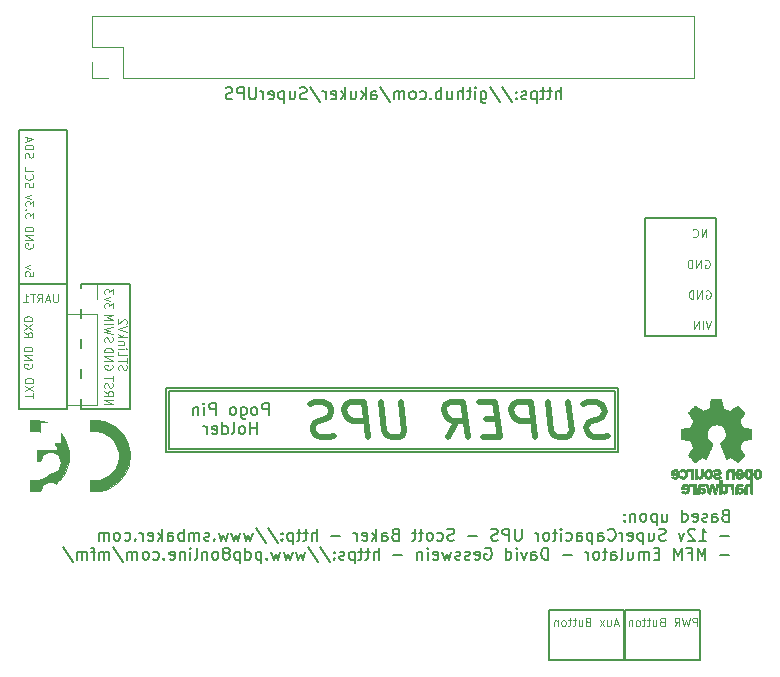
<source format=gbo>
G04 #@! TF.GenerationSoftware,KiCad,Pcbnew,(6.0.4)*
G04 #@! TF.CreationDate,2022-07-19T21:48:52-05:00*
G04 #@! TF.ProjectId,ras_pi_supercap_ups,7261735f-7069-45f7-9375-706572636170,rev?*
G04 #@! TF.SameCoordinates,Original*
G04 #@! TF.FileFunction,Legend,Bot*
G04 #@! TF.FilePolarity,Positive*
%FSLAX46Y46*%
G04 Gerber Fmt 4.6, Leading zero omitted, Abs format (unit mm)*
G04 Created by KiCad (PCBNEW (6.0.4)) date 2022-07-19 21:48:52*
%MOMM*%
%LPD*%
G01*
G04 APERTURE LIST*
%ADD10C,0.150000*%
%ADD11C,0.100000*%
%ADD12C,0.500000*%
%ADD13C,0.010000*%
%ADD14C,0.120000*%
%ADD15R,1.408000X1.408000*%
%ADD16C,1.408000*%
%ADD17R,1.700000X1.700000*%
%ADD18O,1.700000X1.700000*%
%ADD19C,2.700000*%
%ADD20R,1.800000X4.400000*%
%ADD21O,1.800000X4.000000*%
%ADD22O,4.000000X1.800000*%
G04 APERTURE END LIST*
D10*
X63500000Y-137506000D02*
X101200000Y-137506000D01*
X101200000Y-137506000D02*
X101200000Y-132660000D01*
X101200000Y-132660000D02*
X63500000Y-132660000D01*
X63500000Y-132660000D02*
X63500000Y-137506000D01*
X56050000Y-134112000D02*
X60200000Y-134112000D01*
X60200000Y-134112000D02*
X60200000Y-123556000D01*
X60200000Y-123556000D02*
X56050000Y-123556000D01*
X56050000Y-123556000D02*
X56050000Y-134112000D01*
X63200000Y-137794000D02*
X101468000Y-137794000D01*
X101468000Y-137794000D02*
X101468000Y-132406000D01*
X101468000Y-132406000D02*
X63200000Y-132406000D01*
X63200000Y-132406000D02*
X63200000Y-137794000D01*
X54864000Y-123556000D02*
X50800000Y-123556000D01*
X50800000Y-123556000D02*
X50800000Y-134112000D01*
X50800000Y-134112000D02*
X54864000Y-134112000D01*
X54864000Y-134112000D02*
X54864000Y-123556000D01*
X103800000Y-118000000D02*
X109800000Y-118000000D01*
X109800000Y-118000000D02*
X109800000Y-128000000D01*
X109800000Y-128000000D02*
X103800000Y-128000000D01*
X103800000Y-128000000D02*
X103800000Y-118000000D01*
X50800000Y-110490000D02*
X54864000Y-110490000D01*
X54864000Y-110490000D02*
X54864000Y-123556000D01*
X54864000Y-123556000D02*
X50800000Y-123556000D01*
X50800000Y-123556000D02*
X50800000Y-110490000D01*
X102100000Y-151200000D02*
X108400000Y-151200000D01*
X108400000Y-151200000D02*
X108400000Y-155400000D01*
X108400000Y-155400000D02*
X102100000Y-155400000D01*
X102100000Y-155400000D02*
X102100000Y-151200000D01*
X95650000Y-151200000D02*
X101950000Y-151200000D01*
X101950000Y-151200000D02*
X101950000Y-155400000D01*
X101950000Y-155400000D02*
X95650000Y-155400000D01*
X95650000Y-155400000D02*
X95650000Y-151200000D01*
D11*
X57983333Y-133750000D02*
X58683333Y-133750000D01*
X57983333Y-133350000D01*
X58683333Y-133350000D01*
X57983333Y-132616666D02*
X58316666Y-132850000D01*
X57983333Y-133016666D02*
X58683333Y-133016666D01*
X58683333Y-132750000D01*
X58650000Y-132683333D01*
X58616666Y-132650000D01*
X58550000Y-132616666D01*
X58450000Y-132616666D01*
X58383333Y-132650000D01*
X58350000Y-132683333D01*
X58316666Y-132750000D01*
X58316666Y-133016666D01*
X58016666Y-132350000D02*
X57983333Y-132250000D01*
X57983333Y-132083333D01*
X58016666Y-132016666D01*
X58050000Y-131983333D01*
X58116666Y-131950000D01*
X58183333Y-131950000D01*
X58250000Y-131983333D01*
X58283333Y-132016666D01*
X58316666Y-132083333D01*
X58350000Y-132216666D01*
X58383333Y-132283333D01*
X58416666Y-132316666D01*
X58483333Y-132350000D01*
X58550000Y-132350000D01*
X58616666Y-132316666D01*
X58650000Y-132283333D01*
X58683333Y-132216666D01*
X58683333Y-132050000D01*
X58650000Y-131950000D01*
X58683333Y-131750000D02*
X58683333Y-131350000D01*
X57983333Y-131550000D02*
X58683333Y-131550000D01*
X58650000Y-130433333D02*
X58683333Y-130500000D01*
X58683333Y-130600000D01*
X58650000Y-130700000D01*
X58583333Y-130766666D01*
X58516666Y-130800000D01*
X58383333Y-130833333D01*
X58283333Y-130833333D01*
X58150000Y-130800000D01*
X58083333Y-130766666D01*
X58016666Y-130700000D01*
X57983333Y-130600000D01*
X57983333Y-130533333D01*
X58016666Y-130433333D01*
X58050000Y-130400000D01*
X58283333Y-130400000D01*
X58283333Y-130533333D01*
X57983333Y-130100000D02*
X58683333Y-130100000D01*
X57983333Y-129700000D01*
X58683333Y-129700000D01*
X57983333Y-129366666D02*
X58683333Y-129366666D01*
X58683333Y-129200000D01*
X58650000Y-129100000D01*
X58583333Y-129033333D01*
X58516666Y-129000000D01*
X58383333Y-128966666D01*
X58283333Y-128966666D01*
X58150000Y-129000000D01*
X58083333Y-129033333D01*
X58016666Y-129100000D01*
X57983333Y-129200000D01*
X57983333Y-129366666D01*
X51945333Y-122528000D02*
X51945333Y-122861333D01*
X51612000Y-122894666D01*
X51645333Y-122861333D01*
X51678666Y-122794666D01*
X51678666Y-122628000D01*
X51645333Y-122561333D01*
X51612000Y-122528000D01*
X51545333Y-122494666D01*
X51378666Y-122494666D01*
X51312000Y-122528000D01*
X51278666Y-122561333D01*
X51245333Y-122628000D01*
X51245333Y-122794666D01*
X51278666Y-122861333D01*
X51312000Y-122894666D01*
X51712000Y-122261333D02*
X51245333Y-122094666D01*
X51712000Y-121928000D01*
X51912000Y-120167333D02*
X51945333Y-120234000D01*
X51945333Y-120334000D01*
X51912000Y-120434000D01*
X51845333Y-120500666D01*
X51778666Y-120534000D01*
X51645333Y-120567333D01*
X51545333Y-120567333D01*
X51412000Y-120534000D01*
X51345333Y-120500666D01*
X51278666Y-120434000D01*
X51245333Y-120334000D01*
X51245333Y-120267333D01*
X51278666Y-120167333D01*
X51312000Y-120134000D01*
X51545333Y-120134000D01*
X51545333Y-120267333D01*
X51245333Y-119834000D02*
X51945333Y-119834000D01*
X51245333Y-119434000D01*
X51945333Y-119434000D01*
X51245333Y-119100666D02*
X51945333Y-119100666D01*
X51945333Y-118934000D01*
X51912000Y-118834000D01*
X51845333Y-118767333D01*
X51778666Y-118734000D01*
X51645333Y-118700666D01*
X51545333Y-118700666D01*
X51412000Y-118734000D01*
X51345333Y-118767333D01*
X51278666Y-118834000D01*
X51245333Y-118934000D01*
X51245333Y-119100666D01*
X108950000Y-119616666D02*
X108950000Y-118916666D01*
X108550000Y-119616666D01*
X108550000Y-118916666D01*
X107816666Y-119550000D02*
X107850000Y-119583333D01*
X107950000Y-119616666D01*
X108016666Y-119616666D01*
X108116666Y-119583333D01*
X108183333Y-119516666D01*
X108216666Y-119450000D01*
X108250000Y-119316666D01*
X108250000Y-119216666D01*
X108216666Y-119083333D01*
X108183333Y-119016666D01*
X108116666Y-118950000D01*
X108016666Y-118916666D01*
X107950000Y-118916666D01*
X107850000Y-118950000D01*
X107816666Y-118983333D01*
X51850000Y-130333333D02*
X51883333Y-130400000D01*
X51883333Y-130500000D01*
X51850000Y-130600000D01*
X51783333Y-130666666D01*
X51716666Y-130700000D01*
X51583333Y-130733333D01*
X51483333Y-130733333D01*
X51350000Y-130700000D01*
X51283333Y-130666666D01*
X51216666Y-130600000D01*
X51183333Y-130500000D01*
X51183333Y-130433333D01*
X51216666Y-130333333D01*
X51250000Y-130300000D01*
X51483333Y-130300000D01*
X51483333Y-130433333D01*
X51183333Y-130000000D02*
X51883333Y-130000000D01*
X51183333Y-129600000D01*
X51883333Y-129600000D01*
X51183333Y-129266666D02*
X51883333Y-129266666D01*
X51883333Y-129100000D01*
X51850000Y-129000000D01*
X51783333Y-128933333D01*
X51716666Y-128900000D01*
X51583333Y-128866666D01*
X51483333Y-128866666D01*
X51350000Y-128900000D01*
X51283333Y-128933333D01*
X51216666Y-129000000D01*
X51183333Y-129100000D01*
X51183333Y-129266666D01*
X58683333Y-125633333D02*
X58683333Y-125200000D01*
X58416666Y-125433333D01*
X58416666Y-125333333D01*
X58383333Y-125266666D01*
X58350000Y-125233333D01*
X58283333Y-125200000D01*
X58116666Y-125200000D01*
X58050000Y-125233333D01*
X58016666Y-125266666D01*
X57983333Y-125333333D01*
X57983333Y-125533333D01*
X58016666Y-125600000D01*
X58050000Y-125633333D01*
X58450000Y-124966666D02*
X57983333Y-124800000D01*
X58450000Y-124633333D01*
X58683333Y-124433333D02*
X58683333Y-124000000D01*
X58416666Y-124233333D01*
X58416666Y-124133333D01*
X58383333Y-124066666D01*
X58350000Y-124033333D01*
X58283333Y-124000000D01*
X58116666Y-124000000D01*
X58050000Y-124033333D01*
X58016666Y-124066666D01*
X57983333Y-124133333D01*
X57983333Y-124333333D01*
X58016666Y-124400000D01*
X58050000Y-124433333D01*
X108833333Y-121550000D02*
X108900000Y-121516666D01*
X109000000Y-121516666D01*
X109100000Y-121550000D01*
X109166666Y-121616666D01*
X109200000Y-121683333D01*
X109233333Y-121816666D01*
X109233333Y-121916666D01*
X109200000Y-122050000D01*
X109166666Y-122116666D01*
X109100000Y-122183333D01*
X109000000Y-122216666D01*
X108933333Y-122216666D01*
X108833333Y-122183333D01*
X108800000Y-122150000D01*
X108800000Y-121916666D01*
X108933333Y-121916666D01*
X108500000Y-122216666D02*
X108500000Y-121516666D01*
X108100000Y-122216666D01*
X108100000Y-121516666D01*
X107766666Y-122216666D02*
X107766666Y-121516666D01*
X107600000Y-121516666D01*
X107500000Y-121550000D01*
X107433333Y-121616666D01*
X107400000Y-121683333D01*
X107366666Y-121816666D01*
X107366666Y-121916666D01*
X107400000Y-122050000D01*
X107433333Y-122116666D01*
X107500000Y-122183333D01*
X107600000Y-122216666D01*
X107766666Y-122216666D01*
D12*
X100594732Y-136414285D02*
X100184017Y-136557142D01*
X99469732Y-136557142D01*
X99166160Y-136414285D01*
X99005446Y-136271428D01*
X98826875Y-135985714D01*
X98791160Y-135700000D01*
X98898303Y-135414285D01*
X99023303Y-135271428D01*
X99291160Y-135128571D01*
X99844732Y-134985714D01*
X100112589Y-134842857D01*
X100237589Y-134700000D01*
X100344732Y-134414285D01*
X100309017Y-134128571D01*
X100130446Y-133842857D01*
X99969732Y-133700000D01*
X99666160Y-133557142D01*
X98951875Y-133557142D01*
X98541160Y-133700000D01*
X97237589Y-133557142D02*
X97541160Y-135985714D01*
X97434017Y-136271428D01*
X97309017Y-136414285D01*
X97041160Y-136557142D01*
X96469732Y-136557142D01*
X96166160Y-136414285D01*
X96005446Y-136271428D01*
X95826875Y-135985714D01*
X95523303Y-133557142D01*
X94469732Y-136557142D02*
X94094732Y-133557142D01*
X92951875Y-133557142D01*
X92684017Y-133700000D01*
X92559017Y-133842857D01*
X92451875Y-134128571D01*
X92505446Y-134557142D01*
X92684017Y-134842857D01*
X92844732Y-134985714D01*
X93148303Y-135128571D01*
X94291160Y-135128571D01*
X91273303Y-134985714D02*
X90273303Y-134985714D01*
X90041160Y-136557142D02*
X91469732Y-136557142D01*
X91094732Y-133557142D01*
X89666160Y-133557142D01*
X87041160Y-136557142D02*
X87862589Y-135128571D01*
X88755446Y-136557142D02*
X88380446Y-133557142D01*
X87237589Y-133557142D01*
X86969732Y-133700000D01*
X86844732Y-133842857D01*
X86737589Y-134128571D01*
X86791160Y-134557142D01*
X86969732Y-134842857D01*
X87130446Y-134985714D01*
X87434017Y-135128571D01*
X88576875Y-135128571D01*
X83094732Y-133557142D02*
X83398303Y-135985714D01*
X83291160Y-136271428D01*
X83166160Y-136414285D01*
X82898303Y-136557142D01*
X82326875Y-136557142D01*
X82023303Y-136414285D01*
X81862589Y-136271428D01*
X81684017Y-135985714D01*
X81380446Y-133557142D01*
X80326875Y-136557142D02*
X79951875Y-133557142D01*
X78809017Y-133557142D01*
X78541160Y-133700000D01*
X78416160Y-133842857D01*
X78309017Y-134128571D01*
X78362589Y-134557142D01*
X78541160Y-134842857D01*
X78701875Y-134985714D01*
X79005446Y-135128571D01*
X80148303Y-135128571D01*
X77451875Y-136414285D02*
X77041160Y-136557142D01*
X76326875Y-136557142D01*
X76023303Y-136414285D01*
X75862589Y-136271428D01*
X75684017Y-135985714D01*
X75648303Y-135700000D01*
X75755446Y-135414285D01*
X75880446Y-135271428D01*
X76148303Y-135128571D01*
X76701875Y-134985714D01*
X76969732Y-134842857D01*
X77094732Y-134700000D01*
X77201875Y-134414285D01*
X77166160Y-134128571D01*
X76987589Y-133842857D01*
X76826875Y-133700000D01*
X76523303Y-133557142D01*
X75809017Y-133557142D01*
X75398303Y-133700000D01*
D10*
X110551071Y-143153571D02*
X110408214Y-143201190D01*
X110360595Y-143248809D01*
X110312976Y-143344047D01*
X110312976Y-143486904D01*
X110360595Y-143582142D01*
X110408214Y-143629761D01*
X110503452Y-143677380D01*
X110884404Y-143677380D01*
X110884404Y-142677380D01*
X110551071Y-142677380D01*
X110455833Y-142725000D01*
X110408214Y-142772619D01*
X110360595Y-142867857D01*
X110360595Y-142963095D01*
X110408214Y-143058333D01*
X110455833Y-143105952D01*
X110551071Y-143153571D01*
X110884404Y-143153571D01*
X109455833Y-143677380D02*
X109455833Y-143153571D01*
X109503452Y-143058333D01*
X109598690Y-143010714D01*
X109789166Y-143010714D01*
X109884404Y-143058333D01*
X109455833Y-143629761D02*
X109551071Y-143677380D01*
X109789166Y-143677380D01*
X109884404Y-143629761D01*
X109932023Y-143534523D01*
X109932023Y-143439285D01*
X109884404Y-143344047D01*
X109789166Y-143296428D01*
X109551071Y-143296428D01*
X109455833Y-143248809D01*
X109027261Y-143629761D02*
X108932023Y-143677380D01*
X108741547Y-143677380D01*
X108646309Y-143629761D01*
X108598690Y-143534523D01*
X108598690Y-143486904D01*
X108646309Y-143391666D01*
X108741547Y-143344047D01*
X108884404Y-143344047D01*
X108979642Y-143296428D01*
X109027261Y-143201190D01*
X109027261Y-143153571D01*
X108979642Y-143058333D01*
X108884404Y-143010714D01*
X108741547Y-143010714D01*
X108646309Y-143058333D01*
X107789166Y-143629761D02*
X107884404Y-143677380D01*
X108074880Y-143677380D01*
X108170119Y-143629761D01*
X108217738Y-143534523D01*
X108217738Y-143153571D01*
X108170119Y-143058333D01*
X108074880Y-143010714D01*
X107884404Y-143010714D01*
X107789166Y-143058333D01*
X107741547Y-143153571D01*
X107741547Y-143248809D01*
X108217738Y-143344047D01*
X106884404Y-143677380D02*
X106884404Y-142677380D01*
X106884404Y-143629761D02*
X106979642Y-143677380D01*
X107170119Y-143677380D01*
X107265357Y-143629761D01*
X107312976Y-143582142D01*
X107360595Y-143486904D01*
X107360595Y-143201190D01*
X107312976Y-143105952D01*
X107265357Y-143058333D01*
X107170119Y-143010714D01*
X106979642Y-143010714D01*
X106884404Y-143058333D01*
X105217738Y-143010714D02*
X105217738Y-143677380D01*
X105646309Y-143010714D02*
X105646309Y-143534523D01*
X105598690Y-143629761D01*
X105503452Y-143677380D01*
X105360595Y-143677380D01*
X105265357Y-143629761D01*
X105217738Y-143582142D01*
X104741547Y-143010714D02*
X104741547Y-144010714D01*
X104741547Y-143058333D02*
X104646309Y-143010714D01*
X104455833Y-143010714D01*
X104360595Y-143058333D01*
X104312976Y-143105952D01*
X104265357Y-143201190D01*
X104265357Y-143486904D01*
X104312976Y-143582142D01*
X104360595Y-143629761D01*
X104455833Y-143677380D01*
X104646309Y-143677380D01*
X104741547Y-143629761D01*
X103693928Y-143677380D02*
X103789166Y-143629761D01*
X103836785Y-143582142D01*
X103884404Y-143486904D01*
X103884404Y-143201190D01*
X103836785Y-143105952D01*
X103789166Y-143058333D01*
X103693928Y-143010714D01*
X103551071Y-143010714D01*
X103455833Y-143058333D01*
X103408214Y-143105952D01*
X103360595Y-143201190D01*
X103360595Y-143486904D01*
X103408214Y-143582142D01*
X103455833Y-143629761D01*
X103551071Y-143677380D01*
X103693928Y-143677380D01*
X102932023Y-143010714D02*
X102932023Y-143677380D01*
X102932023Y-143105952D02*
X102884404Y-143058333D01*
X102789166Y-143010714D01*
X102646309Y-143010714D01*
X102551071Y-143058333D01*
X102503452Y-143153571D01*
X102503452Y-143677380D01*
X102027261Y-143582142D02*
X101979642Y-143629761D01*
X102027261Y-143677380D01*
X102074880Y-143629761D01*
X102027261Y-143582142D01*
X102027261Y-143677380D01*
X102027261Y-143058333D02*
X101979642Y-143105952D01*
X102027261Y-143153571D01*
X102074880Y-143105952D01*
X102027261Y-143058333D01*
X102027261Y-143153571D01*
X110884404Y-144906428D02*
X110122500Y-144906428D01*
X108360595Y-145287380D02*
X108932023Y-145287380D01*
X108646309Y-145287380D02*
X108646309Y-144287380D01*
X108741547Y-144430238D01*
X108836785Y-144525476D01*
X108932023Y-144573095D01*
X107979642Y-144382619D02*
X107932023Y-144335000D01*
X107836785Y-144287380D01*
X107598690Y-144287380D01*
X107503452Y-144335000D01*
X107455833Y-144382619D01*
X107408214Y-144477857D01*
X107408214Y-144573095D01*
X107455833Y-144715952D01*
X108027261Y-145287380D01*
X107408214Y-145287380D01*
X107074880Y-144620714D02*
X106836785Y-145287380D01*
X106598690Y-144620714D01*
X105503452Y-145239761D02*
X105360595Y-145287380D01*
X105122500Y-145287380D01*
X105027261Y-145239761D01*
X104979642Y-145192142D01*
X104932023Y-145096904D01*
X104932023Y-145001666D01*
X104979642Y-144906428D01*
X105027261Y-144858809D01*
X105122500Y-144811190D01*
X105312976Y-144763571D01*
X105408214Y-144715952D01*
X105455833Y-144668333D01*
X105503452Y-144573095D01*
X105503452Y-144477857D01*
X105455833Y-144382619D01*
X105408214Y-144335000D01*
X105312976Y-144287380D01*
X105074880Y-144287380D01*
X104932023Y-144335000D01*
X104074880Y-144620714D02*
X104074880Y-145287380D01*
X104503452Y-144620714D02*
X104503452Y-145144523D01*
X104455833Y-145239761D01*
X104360595Y-145287380D01*
X104217738Y-145287380D01*
X104122500Y-145239761D01*
X104074880Y-145192142D01*
X103598690Y-144620714D02*
X103598690Y-145620714D01*
X103598690Y-144668333D02*
X103503452Y-144620714D01*
X103312976Y-144620714D01*
X103217738Y-144668333D01*
X103170119Y-144715952D01*
X103122500Y-144811190D01*
X103122500Y-145096904D01*
X103170119Y-145192142D01*
X103217738Y-145239761D01*
X103312976Y-145287380D01*
X103503452Y-145287380D01*
X103598690Y-145239761D01*
X102312976Y-145239761D02*
X102408214Y-145287380D01*
X102598690Y-145287380D01*
X102693928Y-145239761D01*
X102741547Y-145144523D01*
X102741547Y-144763571D01*
X102693928Y-144668333D01*
X102598690Y-144620714D01*
X102408214Y-144620714D01*
X102312976Y-144668333D01*
X102265357Y-144763571D01*
X102265357Y-144858809D01*
X102741547Y-144954047D01*
X101836785Y-145287380D02*
X101836785Y-144620714D01*
X101836785Y-144811190D02*
X101789166Y-144715952D01*
X101741547Y-144668333D01*
X101646309Y-144620714D01*
X101551071Y-144620714D01*
X100646309Y-145192142D02*
X100693928Y-145239761D01*
X100836785Y-145287380D01*
X100932023Y-145287380D01*
X101074880Y-145239761D01*
X101170119Y-145144523D01*
X101217738Y-145049285D01*
X101265357Y-144858809D01*
X101265357Y-144715952D01*
X101217738Y-144525476D01*
X101170119Y-144430238D01*
X101074880Y-144335000D01*
X100932023Y-144287380D01*
X100836785Y-144287380D01*
X100693928Y-144335000D01*
X100646309Y-144382619D01*
X99789166Y-145287380D02*
X99789166Y-144763571D01*
X99836785Y-144668333D01*
X99932023Y-144620714D01*
X100122500Y-144620714D01*
X100217738Y-144668333D01*
X99789166Y-145239761D02*
X99884404Y-145287380D01*
X100122500Y-145287380D01*
X100217738Y-145239761D01*
X100265357Y-145144523D01*
X100265357Y-145049285D01*
X100217738Y-144954047D01*
X100122500Y-144906428D01*
X99884404Y-144906428D01*
X99789166Y-144858809D01*
X99312976Y-144620714D02*
X99312976Y-145620714D01*
X99312976Y-144668333D02*
X99217738Y-144620714D01*
X99027261Y-144620714D01*
X98932023Y-144668333D01*
X98884404Y-144715952D01*
X98836785Y-144811190D01*
X98836785Y-145096904D01*
X98884404Y-145192142D01*
X98932023Y-145239761D01*
X99027261Y-145287380D01*
X99217738Y-145287380D01*
X99312976Y-145239761D01*
X97979642Y-145287380D02*
X97979642Y-144763571D01*
X98027261Y-144668333D01*
X98122500Y-144620714D01*
X98312976Y-144620714D01*
X98408214Y-144668333D01*
X97979642Y-145239761D02*
X98074880Y-145287380D01*
X98312976Y-145287380D01*
X98408214Y-145239761D01*
X98455833Y-145144523D01*
X98455833Y-145049285D01*
X98408214Y-144954047D01*
X98312976Y-144906428D01*
X98074880Y-144906428D01*
X97979642Y-144858809D01*
X97074880Y-145239761D02*
X97170119Y-145287380D01*
X97360595Y-145287380D01*
X97455833Y-145239761D01*
X97503452Y-145192142D01*
X97551071Y-145096904D01*
X97551071Y-144811190D01*
X97503452Y-144715952D01*
X97455833Y-144668333D01*
X97360595Y-144620714D01*
X97170119Y-144620714D01*
X97074880Y-144668333D01*
X96646309Y-145287380D02*
X96646309Y-144620714D01*
X96646309Y-144287380D02*
X96693928Y-144335000D01*
X96646309Y-144382619D01*
X96598690Y-144335000D01*
X96646309Y-144287380D01*
X96646309Y-144382619D01*
X96312976Y-144620714D02*
X95932023Y-144620714D01*
X96170119Y-144287380D02*
X96170119Y-145144523D01*
X96122500Y-145239761D01*
X96027261Y-145287380D01*
X95932023Y-145287380D01*
X95455833Y-145287380D02*
X95551071Y-145239761D01*
X95598690Y-145192142D01*
X95646309Y-145096904D01*
X95646309Y-144811190D01*
X95598690Y-144715952D01*
X95551071Y-144668333D01*
X95455833Y-144620714D01*
X95312976Y-144620714D01*
X95217738Y-144668333D01*
X95170119Y-144715952D01*
X95122500Y-144811190D01*
X95122500Y-145096904D01*
X95170119Y-145192142D01*
X95217738Y-145239761D01*
X95312976Y-145287380D01*
X95455833Y-145287380D01*
X94693928Y-145287380D02*
X94693928Y-144620714D01*
X94693928Y-144811190D02*
X94646309Y-144715952D01*
X94598690Y-144668333D01*
X94503452Y-144620714D01*
X94408214Y-144620714D01*
X93312976Y-144287380D02*
X93312976Y-145096904D01*
X93265357Y-145192142D01*
X93217738Y-145239761D01*
X93122500Y-145287380D01*
X92932023Y-145287380D01*
X92836785Y-145239761D01*
X92789166Y-145192142D01*
X92741547Y-145096904D01*
X92741547Y-144287380D01*
X92265357Y-145287380D02*
X92265357Y-144287380D01*
X91884404Y-144287380D01*
X91789166Y-144335000D01*
X91741547Y-144382619D01*
X91693928Y-144477857D01*
X91693928Y-144620714D01*
X91741547Y-144715952D01*
X91789166Y-144763571D01*
X91884404Y-144811190D01*
X92265357Y-144811190D01*
X91312976Y-145239761D02*
X91170119Y-145287380D01*
X90932023Y-145287380D01*
X90836785Y-145239761D01*
X90789166Y-145192142D01*
X90741547Y-145096904D01*
X90741547Y-145001666D01*
X90789166Y-144906428D01*
X90836785Y-144858809D01*
X90932023Y-144811190D01*
X91122500Y-144763571D01*
X91217738Y-144715952D01*
X91265357Y-144668333D01*
X91312976Y-144573095D01*
X91312976Y-144477857D01*
X91265357Y-144382619D01*
X91217738Y-144335000D01*
X91122500Y-144287380D01*
X90884404Y-144287380D01*
X90741547Y-144335000D01*
X89551071Y-144906428D02*
X88789166Y-144906428D01*
X87598690Y-145239761D02*
X87455833Y-145287380D01*
X87217738Y-145287380D01*
X87122500Y-145239761D01*
X87074880Y-145192142D01*
X87027261Y-145096904D01*
X87027261Y-145001666D01*
X87074880Y-144906428D01*
X87122500Y-144858809D01*
X87217738Y-144811190D01*
X87408214Y-144763571D01*
X87503452Y-144715952D01*
X87551071Y-144668333D01*
X87598690Y-144573095D01*
X87598690Y-144477857D01*
X87551071Y-144382619D01*
X87503452Y-144335000D01*
X87408214Y-144287380D01*
X87170119Y-144287380D01*
X87027261Y-144335000D01*
X86170119Y-145239761D02*
X86265357Y-145287380D01*
X86455833Y-145287380D01*
X86551071Y-145239761D01*
X86598690Y-145192142D01*
X86646309Y-145096904D01*
X86646309Y-144811190D01*
X86598690Y-144715952D01*
X86551071Y-144668333D01*
X86455833Y-144620714D01*
X86265357Y-144620714D01*
X86170119Y-144668333D01*
X85598690Y-145287380D02*
X85693928Y-145239761D01*
X85741547Y-145192142D01*
X85789166Y-145096904D01*
X85789166Y-144811190D01*
X85741547Y-144715952D01*
X85693928Y-144668333D01*
X85598690Y-144620714D01*
X85455833Y-144620714D01*
X85360595Y-144668333D01*
X85312976Y-144715952D01*
X85265357Y-144811190D01*
X85265357Y-145096904D01*
X85312976Y-145192142D01*
X85360595Y-145239761D01*
X85455833Y-145287380D01*
X85598690Y-145287380D01*
X84979642Y-144620714D02*
X84598690Y-144620714D01*
X84836785Y-144287380D02*
X84836785Y-145144523D01*
X84789166Y-145239761D01*
X84693928Y-145287380D01*
X84598690Y-145287380D01*
X84408214Y-144620714D02*
X84027261Y-144620714D01*
X84265357Y-144287380D02*
X84265357Y-145144523D01*
X84217738Y-145239761D01*
X84122500Y-145287380D01*
X84027261Y-145287380D01*
X82598690Y-144763571D02*
X82455833Y-144811190D01*
X82408214Y-144858809D01*
X82360595Y-144954047D01*
X82360595Y-145096904D01*
X82408214Y-145192142D01*
X82455833Y-145239761D01*
X82551071Y-145287380D01*
X82932023Y-145287380D01*
X82932023Y-144287380D01*
X82598690Y-144287380D01*
X82503452Y-144335000D01*
X82455833Y-144382619D01*
X82408214Y-144477857D01*
X82408214Y-144573095D01*
X82455833Y-144668333D01*
X82503452Y-144715952D01*
X82598690Y-144763571D01*
X82932023Y-144763571D01*
X81503452Y-145287380D02*
X81503452Y-144763571D01*
X81551071Y-144668333D01*
X81646309Y-144620714D01*
X81836785Y-144620714D01*
X81932023Y-144668333D01*
X81503452Y-145239761D02*
X81598690Y-145287380D01*
X81836785Y-145287380D01*
X81932023Y-145239761D01*
X81979642Y-145144523D01*
X81979642Y-145049285D01*
X81932023Y-144954047D01*
X81836785Y-144906428D01*
X81598690Y-144906428D01*
X81503452Y-144858809D01*
X81027261Y-145287380D02*
X81027261Y-144287380D01*
X80932023Y-144906428D02*
X80646309Y-145287380D01*
X80646309Y-144620714D02*
X81027261Y-145001666D01*
X79836785Y-145239761D02*
X79932023Y-145287380D01*
X80122500Y-145287380D01*
X80217738Y-145239761D01*
X80265357Y-145144523D01*
X80265357Y-144763571D01*
X80217738Y-144668333D01*
X80122500Y-144620714D01*
X79932023Y-144620714D01*
X79836785Y-144668333D01*
X79789166Y-144763571D01*
X79789166Y-144858809D01*
X80265357Y-144954047D01*
X79360595Y-145287380D02*
X79360595Y-144620714D01*
X79360595Y-144811190D02*
X79312976Y-144715952D01*
X79265357Y-144668333D01*
X79170119Y-144620714D01*
X79074880Y-144620714D01*
X77979642Y-144906428D02*
X77217738Y-144906428D01*
X75979642Y-145287380D02*
X75979642Y-144287380D01*
X75551071Y-145287380D02*
X75551071Y-144763571D01*
X75598690Y-144668333D01*
X75693928Y-144620714D01*
X75836785Y-144620714D01*
X75932023Y-144668333D01*
X75979642Y-144715952D01*
X75217738Y-144620714D02*
X74836785Y-144620714D01*
X75074880Y-144287380D02*
X75074880Y-145144523D01*
X75027261Y-145239761D01*
X74932023Y-145287380D01*
X74836785Y-145287380D01*
X74646309Y-144620714D02*
X74265357Y-144620714D01*
X74503452Y-144287380D02*
X74503452Y-145144523D01*
X74455833Y-145239761D01*
X74360595Y-145287380D01*
X74265357Y-145287380D01*
X73932023Y-144620714D02*
X73932023Y-145620714D01*
X73932023Y-144668333D02*
X73836785Y-144620714D01*
X73646309Y-144620714D01*
X73551071Y-144668333D01*
X73503452Y-144715952D01*
X73455833Y-144811190D01*
X73455833Y-145096904D01*
X73503452Y-145192142D01*
X73551071Y-145239761D01*
X73646309Y-145287380D01*
X73836785Y-145287380D01*
X73932023Y-145239761D01*
X73027261Y-145192142D02*
X72979642Y-145239761D01*
X73027261Y-145287380D01*
X73074880Y-145239761D01*
X73027261Y-145192142D01*
X73027261Y-145287380D01*
X73027261Y-144668333D02*
X72979642Y-144715952D01*
X73027261Y-144763571D01*
X73074880Y-144715952D01*
X73027261Y-144668333D01*
X73027261Y-144763571D01*
X71836785Y-144239761D02*
X72693928Y-145525476D01*
X70789166Y-144239761D02*
X71646309Y-145525476D01*
X70551071Y-144620714D02*
X70360595Y-145287380D01*
X70170119Y-144811190D01*
X69979642Y-145287380D01*
X69789166Y-144620714D01*
X69503452Y-144620714D02*
X69312976Y-145287380D01*
X69122500Y-144811190D01*
X68932023Y-145287380D01*
X68741547Y-144620714D01*
X68455833Y-144620714D02*
X68265357Y-145287380D01*
X68074880Y-144811190D01*
X67884404Y-145287380D01*
X67693928Y-144620714D01*
X67312976Y-145192142D02*
X67265357Y-145239761D01*
X67312976Y-145287380D01*
X67360595Y-145239761D01*
X67312976Y-145192142D01*
X67312976Y-145287380D01*
X66884404Y-145239761D02*
X66789166Y-145287380D01*
X66598690Y-145287380D01*
X66503452Y-145239761D01*
X66455833Y-145144523D01*
X66455833Y-145096904D01*
X66503452Y-145001666D01*
X66598690Y-144954047D01*
X66741547Y-144954047D01*
X66836785Y-144906428D01*
X66884404Y-144811190D01*
X66884404Y-144763571D01*
X66836785Y-144668333D01*
X66741547Y-144620714D01*
X66598690Y-144620714D01*
X66503452Y-144668333D01*
X66027261Y-145287380D02*
X66027261Y-144620714D01*
X66027261Y-144715952D02*
X65979642Y-144668333D01*
X65884404Y-144620714D01*
X65741547Y-144620714D01*
X65646309Y-144668333D01*
X65598690Y-144763571D01*
X65598690Y-145287380D01*
X65598690Y-144763571D02*
X65551071Y-144668333D01*
X65455833Y-144620714D01*
X65312976Y-144620714D01*
X65217738Y-144668333D01*
X65170119Y-144763571D01*
X65170119Y-145287380D01*
X64693928Y-145287380D02*
X64693928Y-144287380D01*
X64693928Y-144668333D02*
X64598690Y-144620714D01*
X64408214Y-144620714D01*
X64312976Y-144668333D01*
X64265357Y-144715952D01*
X64217738Y-144811190D01*
X64217738Y-145096904D01*
X64265357Y-145192142D01*
X64312976Y-145239761D01*
X64408214Y-145287380D01*
X64598690Y-145287380D01*
X64693928Y-145239761D01*
X63360595Y-145287380D02*
X63360595Y-144763571D01*
X63408214Y-144668333D01*
X63503452Y-144620714D01*
X63693928Y-144620714D01*
X63789166Y-144668333D01*
X63360595Y-145239761D02*
X63455833Y-145287380D01*
X63693928Y-145287380D01*
X63789166Y-145239761D01*
X63836785Y-145144523D01*
X63836785Y-145049285D01*
X63789166Y-144954047D01*
X63693928Y-144906428D01*
X63455833Y-144906428D01*
X63360595Y-144858809D01*
X62884404Y-145287380D02*
X62884404Y-144287380D01*
X62789166Y-144906428D02*
X62503452Y-145287380D01*
X62503452Y-144620714D02*
X62884404Y-145001666D01*
X61693928Y-145239761D02*
X61789166Y-145287380D01*
X61979642Y-145287380D01*
X62074880Y-145239761D01*
X62122500Y-145144523D01*
X62122500Y-144763571D01*
X62074880Y-144668333D01*
X61979642Y-144620714D01*
X61789166Y-144620714D01*
X61693928Y-144668333D01*
X61646309Y-144763571D01*
X61646309Y-144858809D01*
X62122500Y-144954047D01*
X61217738Y-145287380D02*
X61217738Y-144620714D01*
X61217738Y-144811190D02*
X61170119Y-144715952D01*
X61122500Y-144668333D01*
X61027261Y-144620714D01*
X60932023Y-144620714D01*
X60598690Y-145192142D02*
X60551071Y-145239761D01*
X60598690Y-145287380D01*
X60646309Y-145239761D01*
X60598690Y-145192142D01*
X60598690Y-145287380D01*
X59693928Y-145239761D02*
X59789166Y-145287380D01*
X59979642Y-145287380D01*
X60074880Y-145239761D01*
X60122500Y-145192142D01*
X60170119Y-145096904D01*
X60170119Y-144811190D01*
X60122500Y-144715952D01*
X60074880Y-144668333D01*
X59979642Y-144620714D01*
X59789166Y-144620714D01*
X59693928Y-144668333D01*
X59122500Y-145287380D02*
X59217738Y-145239761D01*
X59265357Y-145192142D01*
X59312976Y-145096904D01*
X59312976Y-144811190D01*
X59265357Y-144715952D01*
X59217738Y-144668333D01*
X59122500Y-144620714D01*
X58979642Y-144620714D01*
X58884404Y-144668333D01*
X58836785Y-144715952D01*
X58789166Y-144811190D01*
X58789166Y-145096904D01*
X58836785Y-145192142D01*
X58884404Y-145239761D01*
X58979642Y-145287380D01*
X59122500Y-145287380D01*
X58360595Y-145287380D02*
X58360595Y-144620714D01*
X58360595Y-144715952D02*
X58312976Y-144668333D01*
X58217738Y-144620714D01*
X58074880Y-144620714D01*
X57979642Y-144668333D01*
X57932023Y-144763571D01*
X57932023Y-145287380D01*
X57932023Y-144763571D02*
X57884404Y-144668333D01*
X57789166Y-144620714D01*
X57646309Y-144620714D01*
X57551071Y-144668333D01*
X57503452Y-144763571D01*
X57503452Y-145287380D01*
X110884404Y-146516428D02*
X110122500Y-146516428D01*
X108884404Y-146897380D02*
X108884404Y-145897380D01*
X108551071Y-146611666D01*
X108217738Y-145897380D01*
X108217738Y-146897380D01*
X107408214Y-146373571D02*
X107741547Y-146373571D01*
X107741547Y-146897380D02*
X107741547Y-145897380D01*
X107265357Y-145897380D01*
X106884404Y-146897380D02*
X106884404Y-145897380D01*
X106551071Y-146611666D01*
X106217738Y-145897380D01*
X106217738Y-146897380D01*
X104979642Y-146373571D02*
X104646309Y-146373571D01*
X104503452Y-146897380D02*
X104979642Y-146897380D01*
X104979642Y-145897380D01*
X104503452Y-145897380D01*
X104074880Y-146897380D02*
X104074880Y-146230714D01*
X104074880Y-146325952D02*
X104027261Y-146278333D01*
X103932023Y-146230714D01*
X103789166Y-146230714D01*
X103693928Y-146278333D01*
X103646309Y-146373571D01*
X103646309Y-146897380D01*
X103646309Y-146373571D02*
X103598690Y-146278333D01*
X103503452Y-146230714D01*
X103360595Y-146230714D01*
X103265357Y-146278333D01*
X103217738Y-146373571D01*
X103217738Y-146897380D01*
X102312976Y-146230714D02*
X102312976Y-146897380D01*
X102741547Y-146230714D02*
X102741547Y-146754523D01*
X102693928Y-146849761D01*
X102598690Y-146897380D01*
X102455833Y-146897380D01*
X102360595Y-146849761D01*
X102312976Y-146802142D01*
X101693928Y-146897380D02*
X101789166Y-146849761D01*
X101836785Y-146754523D01*
X101836785Y-145897380D01*
X100884404Y-146897380D02*
X100884404Y-146373571D01*
X100932023Y-146278333D01*
X101027261Y-146230714D01*
X101217738Y-146230714D01*
X101312976Y-146278333D01*
X100884404Y-146849761D02*
X100979642Y-146897380D01*
X101217738Y-146897380D01*
X101312976Y-146849761D01*
X101360595Y-146754523D01*
X101360595Y-146659285D01*
X101312976Y-146564047D01*
X101217738Y-146516428D01*
X100979642Y-146516428D01*
X100884404Y-146468809D01*
X100551071Y-146230714D02*
X100170119Y-146230714D01*
X100408214Y-145897380D02*
X100408214Y-146754523D01*
X100360595Y-146849761D01*
X100265357Y-146897380D01*
X100170119Y-146897380D01*
X99693928Y-146897380D02*
X99789166Y-146849761D01*
X99836785Y-146802142D01*
X99884404Y-146706904D01*
X99884404Y-146421190D01*
X99836785Y-146325952D01*
X99789166Y-146278333D01*
X99693928Y-146230714D01*
X99551071Y-146230714D01*
X99455833Y-146278333D01*
X99408214Y-146325952D01*
X99360595Y-146421190D01*
X99360595Y-146706904D01*
X99408214Y-146802142D01*
X99455833Y-146849761D01*
X99551071Y-146897380D01*
X99693928Y-146897380D01*
X98932023Y-146897380D02*
X98932023Y-146230714D01*
X98932023Y-146421190D02*
X98884404Y-146325952D01*
X98836785Y-146278333D01*
X98741547Y-146230714D01*
X98646309Y-146230714D01*
X97551071Y-146516428D02*
X96789166Y-146516428D01*
X95551071Y-146897380D02*
X95551071Y-145897380D01*
X95312976Y-145897380D01*
X95170119Y-145945000D01*
X95074880Y-146040238D01*
X95027261Y-146135476D01*
X94979642Y-146325952D01*
X94979642Y-146468809D01*
X95027261Y-146659285D01*
X95074880Y-146754523D01*
X95170119Y-146849761D01*
X95312976Y-146897380D01*
X95551071Y-146897380D01*
X94122500Y-146897380D02*
X94122500Y-146373571D01*
X94170119Y-146278333D01*
X94265357Y-146230714D01*
X94455833Y-146230714D01*
X94551071Y-146278333D01*
X94122500Y-146849761D02*
X94217738Y-146897380D01*
X94455833Y-146897380D01*
X94551071Y-146849761D01*
X94598690Y-146754523D01*
X94598690Y-146659285D01*
X94551071Y-146564047D01*
X94455833Y-146516428D01*
X94217738Y-146516428D01*
X94122500Y-146468809D01*
X93741547Y-146230714D02*
X93503452Y-146897380D01*
X93265357Y-146230714D01*
X92884404Y-146897380D02*
X92884404Y-146230714D01*
X92884404Y-145897380D02*
X92932023Y-145945000D01*
X92884404Y-145992619D01*
X92836785Y-145945000D01*
X92884404Y-145897380D01*
X92884404Y-145992619D01*
X91979642Y-146897380D02*
X91979642Y-145897380D01*
X91979642Y-146849761D02*
X92074880Y-146897380D01*
X92265357Y-146897380D01*
X92360595Y-146849761D01*
X92408214Y-146802142D01*
X92455833Y-146706904D01*
X92455833Y-146421190D01*
X92408214Y-146325952D01*
X92360595Y-146278333D01*
X92265357Y-146230714D01*
X92074880Y-146230714D01*
X91979642Y-146278333D01*
X90217738Y-145945000D02*
X90312976Y-145897380D01*
X90455833Y-145897380D01*
X90598690Y-145945000D01*
X90693928Y-146040238D01*
X90741547Y-146135476D01*
X90789166Y-146325952D01*
X90789166Y-146468809D01*
X90741547Y-146659285D01*
X90693928Y-146754523D01*
X90598690Y-146849761D01*
X90455833Y-146897380D01*
X90360595Y-146897380D01*
X90217738Y-146849761D01*
X90170119Y-146802142D01*
X90170119Y-146468809D01*
X90360595Y-146468809D01*
X89360595Y-146849761D02*
X89455833Y-146897380D01*
X89646309Y-146897380D01*
X89741547Y-146849761D01*
X89789166Y-146754523D01*
X89789166Y-146373571D01*
X89741547Y-146278333D01*
X89646309Y-146230714D01*
X89455833Y-146230714D01*
X89360595Y-146278333D01*
X89312976Y-146373571D01*
X89312976Y-146468809D01*
X89789166Y-146564047D01*
X88932023Y-146849761D02*
X88836785Y-146897380D01*
X88646309Y-146897380D01*
X88551071Y-146849761D01*
X88503452Y-146754523D01*
X88503452Y-146706904D01*
X88551071Y-146611666D01*
X88646309Y-146564047D01*
X88789166Y-146564047D01*
X88884404Y-146516428D01*
X88932023Y-146421190D01*
X88932023Y-146373571D01*
X88884404Y-146278333D01*
X88789166Y-146230714D01*
X88646309Y-146230714D01*
X88551071Y-146278333D01*
X88122500Y-146849761D02*
X88027261Y-146897380D01*
X87836785Y-146897380D01*
X87741547Y-146849761D01*
X87693928Y-146754523D01*
X87693928Y-146706904D01*
X87741547Y-146611666D01*
X87836785Y-146564047D01*
X87979642Y-146564047D01*
X88074880Y-146516428D01*
X88122500Y-146421190D01*
X88122500Y-146373571D01*
X88074880Y-146278333D01*
X87979642Y-146230714D01*
X87836785Y-146230714D01*
X87741547Y-146278333D01*
X87360595Y-146230714D02*
X87170119Y-146897380D01*
X86979642Y-146421190D01*
X86789166Y-146897380D01*
X86598690Y-146230714D01*
X85836785Y-146849761D02*
X85932023Y-146897380D01*
X86122500Y-146897380D01*
X86217738Y-146849761D01*
X86265357Y-146754523D01*
X86265357Y-146373571D01*
X86217738Y-146278333D01*
X86122500Y-146230714D01*
X85932023Y-146230714D01*
X85836785Y-146278333D01*
X85789166Y-146373571D01*
X85789166Y-146468809D01*
X86265357Y-146564047D01*
X85360595Y-146897380D02*
X85360595Y-146230714D01*
X85360595Y-145897380D02*
X85408214Y-145945000D01*
X85360595Y-145992619D01*
X85312976Y-145945000D01*
X85360595Y-145897380D01*
X85360595Y-145992619D01*
X84884404Y-146230714D02*
X84884404Y-146897380D01*
X84884404Y-146325952D02*
X84836785Y-146278333D01*
X84741547Y-146230714D01*
X84598690Y-146230714D01*
X84503452Y-146278333D01*
X84455833Y-146373571D01*
X84455833Y-146897380D01*
X83217738Y-146516428D02*
X82455833Y-146516428D01*
X81217738Y-146897380D02*
X81217738Y-145897380D01*
X80789166Y-146897380D02*
X80789166Y-146373571D01*
X80836785Y-146278333D01*
X80932023Y-146230714D01*
X81074880Y-146230714D01*
X81170119Y-146278333D01*
X81217738Y-146325952D01*
X80455833Y-146230714D02*
X80074880Y-146230714D01*
X80312976Y-145897380D02*
X80312976Y-146754523D01*
X80265357Y-146849761D01*
X80170119Y-146897380D01*
X80074880Y-146897380D01*
X79884404Y-146230714D02*
X79503452Y-146230714D01*
X79741547Y-145897380D02*
X79741547Y-146754523D01*
X79693928Y-146849761D01*
X79598690Y-146897380D01*
X79503452Y-146897380D01*
X79170119Y-146230714D02*
X79170119Y-147230714D01*
X79170119Y-146278333D02*
X79074880Y-146230714D01*
X78884404Y-146230714D01*
X78789166Y-146278333D01*
X78741547Y-146325952D01*
X78693928Y-146421190D01*
X78693928Y-146706904D01*
X78741547Y-146802142D01*
X78789166Y-146849761D01*
X78884404Y-146897380D01*
X79074880Y-146897380D01*
X79170119Y-146849761D01*
X78312976Y-146849761D02*
X78217738Y-146897380D01*
X78027261Y-146897380D01*
X77932023Y-146849761D01*
X77884404Y-146754523D01*
X77884404Y-146706904D01*
X77932023Y-146611666D01*
X78027261Y-146564047D01*
X78170119Y-146564047D01*
X78265357Y-146516428D01*
X78312976Y-146421190D01*
X78312976Y-146373571D01*
X78265357Y-146278333D01*
X78170119Y-146230714D01*
X78027261Y-146230714D01*
X77932023Y-146278333D01*
X77455833Y-146802142D02*
X77408214Y-146849761D01*
X77455833Y-146897380D01*
X77503452Y-146849761D01*
X77455833Y-146802142D01*
X77455833Y-146897380D01*
X77455833Y-146278333D02*
X77408214Y-146325952D01*
X77455833Y-146373571D01*
X77503452Y-146325952D01*
X77455833Y-146278333D01*
X77455833Y-146373571D01*
X76265357Y-145849761D02*
X77122500Y-147135476D01*
X75217738Y-145849761D02*
X76074880Y-147135476D01*
X74979642Y-146230714D02*
X74789166Y-146897380D01*
X74598690Y-146421190D01*
X74408214Y-146897380D01*
X74217738Y-146230714D01*
X73932023Y-146230714D02*
X73741547Y-146897380D01*
X73551071Y-146421190D01*
X73360595Y-146897380D01*
X73170119Y-146230714D01*
X72884404Y-146230714D02*
X72693928Y-146897380D01*
X72503452Y-146421190D01*
X72312976Y-146897380D01*
X72122500Y-146230714D01*
X71741547Y-146802142D02*
X71693928Y-146849761D01*
X71741547Y-146897380D01*
X71789166Y-146849761D01*
X71741547Y-146802142D01*
X71741547Y-146897380D01*
X71265357Y-146230714D02*
X71265357Y-147230714D01*
X71265357Y-146278333D02*
X71170119Y-146230714D01*
X70979642Y-146230714D01*
X70884404Y-146278333D01*
X70836785Y-146325952D01*
X70789166Y-146421190D01*
X70789166Y-146706904D01*
X70836785Y-146802142D01*
X70884404Y-146849761D01*
X70979642Y-146897380D01*
X71170119Y-146897380D01*
X71265357Y-146849761D01*
X69932023Y-146897380D02*
X69932023Y-145897380D01*
X69932023Y-146849761D02*
X70027261Y-146897380D01*
X70217738Y-146897380D01*
X70312976Y-146849761D01*
X70360595Y-146802142D01*
X70408214Y-146706904D01*
X70408214Y-146421190D01*
X70360595Y-146325952D01*
X70312976Y-146278333D01*
X70217738Y-146230714D01*
X70027261Y-146230714D01*
X69932023Y-146278333D01*
X69455833Y-146230714D02*
X69455833Y-147230714D01*
X69455833Y-146278333D02*
X69360595Y-146230714D01*
X69170119Y-146230714D01*
X69074880Y-146278333D01*
X69027261Y-146325952D01*
X68979642Y-146421190D01*
X68979642Y-146706904D01*
X69027261Y-146802142D01*
X69074880Y-146849761D01*
X69170119Y-146897380D01*
X69360595Y-146897380D01*
X69455833Y-146849761D01*
X68408214Y-146325952D02*
X68503452Y-146278333D01*
X68551071Y-146230714D01*
X68598690Y-146135476D01*
X68598690Y-146087857D01*
X68551071Y-145992619D01*
X68503452Y-145945000D01*
X68408214Y-145897380D01*
X68217738Y-145897380D01*
X68122500Y-145945000D01*
X68074880Y-145992619D01*
X68027261Y-146087857D01*
X68027261Y-146135476D01*
X68074880Y-146230714D01*
X68122500Y-146278333D01*
X68217738Y-146325952D01*
X68408214Y-146325952D01*
X68503452Y-146373571D01*
X68551071Y-146421190D01*
X68598690Y-146516428D01*
X68598690Y-146706904D01*
X68551071Y-146802142D01*
X68503452Y-146849761D01*
X68408214Y-146897380D01*
X68217738Y-146897380D01*
X68122500Y-146849761D01*
X68074880Y-146802142D01*
X68027261Y-146706904D01*
X68027261Y-146516428D01*
X68074880Y-146421190D01*
X68122500Y-146373571D01*
X68217738Y-146325952D01*
X67455833Y-146897380D02*
X67551071Y-146849761D01*
X67598690Y-146802142D01*
X67646309Y-146706904D01*
X67646309Y-146421190D01*
X67598690Y-146325952D01*
X67551071Y-146278333D01*
X67455833Y-146230714D01*
X67312976Y-146230714D01*
X67217738Y-146278333D01*
X67170119Y-146325952D01*
X67122500Y-146421190D01*
X67122500Y-146706904D01*
X67170119Y-146802142D01*
X67217738Y-146849761D01*
X67312976Y-146897380D01*
X67455833Y-146897380D01*
X66693928Y-146230714D02*
X66693928Y-146897380D01*
X66693928Y-146325952D02*
X66646309Y-146278333D01*
X66551071Y-146230714D01*
X66408214Y-146230714D01*
X66312976Y-146278333D01*
X66265357Y-146373571D01*
X66265357Y-146897380D01*
X65646309Y-146897380D02*
X65741547Y-146849761D01*
X65789166Y-146754523D01*
X65789166Y-145897380D01*
X65265357Y-146897380D02*
X65265357Y-146230714D01*
X65265357Y-145897380D02*
X65312976Y-145945000D01*
X65265357Y-145992619D01*
X65217738Y-145945000D01*
X65265357Y-145897380D01*
X65265357Y-145992619D01*
X64789166Y-146230714D02*
X64789166Y-146897380D01*
X64789166Y-146325952D02*
X64741547Y-146278333D01*
X64646309Y-146230714D01*
X64503452Y-146230714D01*
X64408214Y-146278333D01*
X64360595Y-146373571D01*
X64360595Y-146897380D01*
X63503452Y-146849761D02*
X63598690Y-146897380D01*
X63789166Y-146897380D01*
X63884404Y-146849761D01*
X63932023Y-146754523D01*
X63932023Y-146373571D01*
X63884404Y-146278333D01*
X63789166Y-146230714D01*
X63598690Y-146230714D01*
X63503452Y-146278333D01*
X63455833Y-146373571D01*
X63455833Y-146468809D01*
X63932023Y-146564047D01*
X63027261Y-146802142D02*
X62979642Y-146849761D01*
X63027261Y-146897380D01*
X63074880Y-146849761D01*
X63027261Y-146802142D01*
X63027261Y-146897380D01*
X62122500Y-146849761D02*
X62217738Y-146897380D01*
X62408214Y-146897380D01*
X62503452Y-146849761D01*
X62551071Y-146802142D01*
X62598690Y-146706904D01*
X62598690Y-146421190D01*
X62551071Y-146325952D01*
X62503452Y-146278333D01*
X62408214Y-146230714D01*
X62217738Y-146230714D01*
X62122500Y-146278333D01*
X61551071Y-146897380D02*
X61646309Y-146849761D01*
X61693928Y-146802142D01*
X61741547Y-146706904D01*
X61741547Y-146421190D01*
X61693928Y-146325952D01*
X61646309Y-146278333D01*
X61551071Y-146230714D01*
X61408214Y-146230714D01*
X61312976Y-146278333D01*
X61265357Y-146325952D01*
X61217738Y-146421190D01*
X61217738Y-146706904D01*
X61265357Y-146802142D01*
X61312976Y-146849761D01*
X61408214Y-146897380D01*
X61551071Y-146897380D01*
X60789166Y-146897380D02*
X60789166Y-146230714D01*
X60789166Y-146325952D02*
X60741547Y-146278333D01*
X60646309Y-146230714D01*
X60503452Y-146230714D01*
X60408214Y-146278333D01*
X60360595Y-146373571D01*
X60360595Y-146897380D01*
X60360595Y-146373571D02*
X60312976Y-146278333D01*
X60217738Y-146230714D01*
X60074880Y-146230714D01*
X59979642Y-146278333D01*
X59932023Y-146373571D01*
X59932023Y-146897380D01*
X58741547Y-145849761D02*
X59598690Y-147135476D01*
X58408214Y-146897380D02*
X58408214Y-146230714D01*
X58408214Y-146325952D02*
X58360595Y-146278333D01*
X58265357Y-146230714D01*
X58122500Y-146230714D01*
X58027261Y-146278333D01*
X57979642Y-146373571D01*
X57979642Y-146897380D01*
X57979642Y-146373571D02*
X57932023Y-146278333D01*
X57836785Y-146230714D01*
X57693928Y-146230714D01*
X57598690Y-146278333D01*
X57551071Y-146373571D01*
X57551071Y-146897380D01*
X57217738Y-146230714D02*
X56836785Y-146230714D01*
X57074880Y-146897380D02*
X57074880Y-146040238D01*
X57027261Y-145945000D01*
X56932023Y-145897380D01*
X56836785Y-145897380D01*
X56503452Y-146897380D02*
X56503452Y-146230714D01*
X56503452Y-146325952D02*
X56455833Y-146278333D01*
X56360595Y-146230714D01*
X56217738Y-146230714D01*
X56122500Y-146278333D01*
X56074880Y-146373571D01*
X56074880Y-146897380D01*
X56074880Y-146373571D02*
X56027261Y-146278333D01*
X55932023Y-146230714D01*
X55789166Y-146230714D01*
X55693928Y-146278333D01*
X55646309Y-146373571D01*
X55646309Y-146897380D01*
X54455833Y-145849761D02*
X55312976Y-147135476D01*
D11*
X108168333Y-152516666D02*
X108168333Y-151816666D01*
X107901666Y-151816666D01*
X107835000Y-151850000D01*
X107801666Y-151883333D01*
X107768333Y-151950000D01*
X107768333Y-152050000D01*
X107801666Y-152116666D01*
X107835000Y-152150000D01*
X107901666Y-152183333D01*
X108168333Y-152183333D01*
X107535000Y-151816666D02*
X107368333Y-152516666D01*
X107235000Y-152016666D01*
X107101666Y-152516666D01*
X106935000Y-151816666D01*
X106268333Y-152516666D02*
X106501666Y-152183333D01*
X106668333Y-152516666D02*
X106668333Y-151816666D01*
X106401666Y-151816666D01*
X106335000Y-151850000D01*
X106301666Y-151883333D01*
X106268333Y-151950000D01*
X106268333Y-152050000D01*
X106301666Y-152116666D01*
X106335000Y-152150000D01*
X106401666Y-152183333D01*
X106668333Y-152183333D01*
X105201666Y-152150000D02*
X105101666Y-152183333D01*
X105068333Y-152216666D01*
X105035000Y-152283333D01*
X105035000Y-152383333D01*
X105068333Y-152450000D01*
X105101666Y-152483333D01*
X105168333Y-152516666D01*
X105435000Y-152516666D01*
X105435000Y-151816666D01*
X105201666Y-151816666D01*
X105135000Y-151850000D01*
X105101666Y-151883333D01*
X105068333Y-151950000D01*
X105068333Y-152016666D01*
X105101666Y-152083333D01*
X105135000Y-152116666D01*
X105201666Y-152150000D01*
X105435000Y-152150000D01*
X104435000Y-152050000D02*
X104435000Y-152516666D01*
X104735000Y-152050000D02*
X104735000Y-152416666D01*
X104701666Y-152483333D01*
X104635000Y-152516666D01*
X104535000Y-152516666D01*
X104468333Y-152483333D01*
X104435000Y-152450000D01*
X104201666Y-152050000D02*
X103935000Y-152050000D01*
X104101666Y-151816666D02*
X104101666Y-152416666D01*
X104068333Y-152483333D01*
X104001666Y-152516666D01*
X103935000Y-152516666D01*
X103801666Y-152050000D02*
X103535000Y-152050000D01*
X103701666Y-151816666D02*
X103701666Y-152416666D01*
X103668333Y-152483333D01*
X103601666Y-152516666D01*
X103535000Y-152516666D01*
X103201666Y-152516666D02*
X103268333Y-152483333D01*
X103301666Y-152450000D01*
X103335000Y-152383333D01*
X103335000Y-152183333D01*
X103301666Y-152116666D01*
X103268333Y-152083333D01*
X103201666Y-152050000D01*
X103101666Y-152050000D01*
X103035000Y-152083333D01*
X103001666Y-152116666D01*
X102968333Y-152183333D01*
X102968333Y-152383333D01*
X103001666Y-152450000D01*
X103035000Y-152483333D01*
X103101666Y-152516666D01*
X103201666Y-152516666D01*
X102668333Y-152050000D02*
X102668333Y-152516666D01*
X102668333Y-152116666D02*
X102635000Y-152083333D01*
X102568333Y-152050000D01*
X102468333Y-152050000D01*
X102401666Y-152083333D01*
X102368333Y-152150000D01*
X102368333Y-152516666D01*
D10*
X71890476Y-134647380D02*
X71890476Y-133647380D01*
X71509523Y-133647380D01*
X71414285Y-133695000D01*
X71366666Y-133742619D01*
X71319047Y-133837857D01*
X71319047Y-133980714D01*
X71366666Y-134075952D01*
X71414285Y-134123571D01*
X71509523Y-134171190D01*
X71890476Y-134171190D01*
X70747619Y-134647380D02*
X70842857Y-134599761D01*
X70890476Y-134552142D01*
X70938095Y-134456904D01*
X70938095Y-134171190D01*
X70890476Y-134075952D01*
X70842857Y-134028333D01*
X70747619Y-133980714D01*
X70604761Y-133980714D01*
X70509523Y-134028333D01*
X70461904Y-134075952D01*
X70414285Y-134171190D01*
X70414285Y-134456904D01*
X70461904Y-134552142D01*
X70509523Y-134599761D01*
X70604761Y-134647380D01*
X70747619Y-134647380D01*
X69557142Y-133980714D02*
X69557142Y-134790238D01*
X69604761Y-134885476D01*
X69652380Y-134933095D01*
X69747619Y-134980714D01*
X69890476Y-134980714D01*
X69985714Y-134933095D01*
X69557142Y-134599761D02*
X69652380Y-134647380D01*
X69842857Y-134647380D01*
X69938095Y-134599761D01*
X69985714Y-134552142D01*
X70033333Y-134456904D01*
X70033333Y-134171190D01*
X69985714Y-134075952D01*
X69938095Y-134028333D01*
X69842857Y-133980714D01*
X69652380Y-133980714D01*
X69557142Y-134028333D01*
X68938095Y-134647380D02*
X69033333Y-134599761D01*
X69080952Y-134552142D01*
X69128571Y-134456904D01*
X69128571Y-134171190D01*
X69080952Y-134075952D01*
X69033333Y-134028333D01*
X68938095Y-133980714D01*
X68795238Y-133980714D01*
X68700000Y-134028333D01*
X68652380Y-134075952D01*
X68604761Y-134171190D01*
X68604761Y-134456904D01*
X68652380Y-134552142D01*
X68700000Y-134599761D01*
X68795238Y-134647380D01*
X68938095Y-134647380D01*
X67414285Y-134647380D02*
X67414285Y-133647380D01*
X67033333Y-133647380D01*
X66938095Y-133695000D01*
X66890476Y-133742619D01*
X66842857Y-133837857D01*
X66842857Y-133980714D01*
X66890476Y-134075952D01*
X66938095Y-134123571D01*
X67033333Y-134171190D01*
X67414285Y-134171190D01*
X66414285Y-134647380D02*
X66414285Y-133980714D01*
X66414285Y-133647380D02*
X66461904Y-133695000D01*
X66414285Y-133742619D01*
X66366666Y-133695000D01*
X66414285Y-133647380D01*
X66414285Y-133742619D01*
X65938095Y-133980714D02*
X65938095Y-134647380D01*
X65938095Y-134075952D02*
X65890476Y-134028333D01*
X65795238Y-133980714D01*
X65652380Y-133980714D01*
X65557142Y-134028333D01*
X65509523Y-134123571D01*
X65509523Y-134647380D01*
X70890476Y-136257380D02*
X70890476Y-135257380D01*
X70890476Y-135733571D02*
X70319047Y-135733571D01*
X70319047Y-136257380D02*
X70319047Y-135257380D01*
X69700000Y-136257380D02*
X69795238Y-136209761D01*
X69842857Y-136162142D01*
X69890476Y-136066904D01*
X69890476Y-135781190D01*
X69842857Y-135685952D01*
X69795238Y-135638333D01*
X69700000Y-135590714D01*
X69557142Y-135590714D01*
X69461904Y-135638333D01*
X69414285Y-135685952D01*
X69366666Y-135781190D01*
X69366666Y-136066904D01*
X69414285Y-136162142D01*
X69461904Y-136209761D01*
X69557142Y-136257380D01*
X69700000Y-136257380D01*
X68795238Y-136257380D02*
X68890476Y-136209761D01*
X68938095Y-136114523D01*
X68938095Y-135257380D01*
X67985714Y-136257380D02*
X67985714Y-135257380D01*
X67985714Y-136209761D02*
X68080952Y-136257380D01*
X68271428Y-136257380D01*
X68366666Y-136209761D01*
X68414285Y-136162142D01*
X68461904Y-136066904D01*
X68461904Y-135781190D01*
X68414285Y-135685952D01*
X68366666Y-135638333D01*
X68271428Y-135590714D01*
X68080952Y-135590714D01*
X67985714Y-135638333D01*
X67128571Y-136209761D02*
X67223809Y-136257380D01*
X67414285Y-136257380D01*
X67509523Y-136209761D01*
X67557142Y-136114523D01*
X67557142Y-135733571D01*
X67509523Y-135638333D01*
X67414285Y-135590714D01*
X67223809Y-135590714D01*
X67128571Y-135638333D01*
X67080952Y-135733571D01*
X67080952Y-135828809D01*
X67557142Y-135924047D01*
X66652380Y-136257380D02*
X66652380Y-135590714D01*
X66652380Y-135781190D02*
X66604761Y-135685952D01*
X66557142Y-135638333D01*
X66461904Y-135590714D01*
X66366666Y-135590714D01*
D11*
X51278666Y-112864000D02*
X51245333Y-112764000D01*
X51245333Y-112597333D01*
X51278666Y-112530666D01*
X51312000Y-112497333D01*
X51378666Y-112464000D01*
X51445333Y-112464000D01*
X51512000Y-112497333D01*
X51545333Y-112530666D01*
X51578666Y-112597333D01*
X51612000Y-112730666D01*
X51645333Y-112797333D01*
X51678666Y-112830666D01*
X51745333Y-112864000D01*
X51812000Y-112864000D01*
X51878666Y-112830666D01*
X51912000Y-112797333D01*
X51945333Y-112730666D01*
X51945333Y-112564000D01*
X51912000Y-112464000D01*
X51245333Y-112164000D02*
X51945333Y-112164000D01*
X51945333Y-111997333D01*
X51912000Y-111897333D01*
X51845333Y-111830666D01*
X51778666Y-111797333D01*
X51645333Y-111764000D01*
X51545333Y-111764000D01*
X51412000Y-111797333D01*
X51345333Y-111830666D01*
X51278666Y-111897333D01*
X51245333Y-111997333D01*
X51245333Y-112164000D01*
X51445333Y-111497333D02*
X51445333Y-111164000D01*
X51245333Y-111564000D02*
X51945333Y-111330666D01*
X51245333Y-111097333D01*
X101501666Y-152316666D02*
X101168333Y-152316666D01*
X101568333Y-152516666D02*
X101335000Y-151816666D01*
X101101666Y-152516666D01*
X100568333Y-152050000D02*
X100568333Y-152516666D01*
X100868333Y-152050000D02*
X100868333Y-152416666D01*
X100835000Y-152483333D01*
X100768333Y-152516666D01*
X100668333Y-152516666D01*
X100601666Y-152483333D01*
X100568333Y-152450000D01*
X100301666Y-152516666D02*
X99935000Y-152050000D01*
X100301666Y-152050000D02*
X99935000Y-152516666D01*
X98901666Y-152150000D02*
X98801666Y-152183333D01*
X98768333Y-152216666D01*
X98735000Y-152283333D01*
X98735000Y-152383333D01*
X98768333Y-152450000D01*
X98801666Y-152483333D01*
X98868333Y-152516666D01*
X99135000Y-152516666D01*
X99135000Y-151816666D01*
X98901666Y-151816666D01*
X98835000Y-151850000D01*
X98801666Y-151883333D01*
X98768333Y-151950000D01*
X98768333Y-152016666D01*
X98801666Y-152083333D01*
X98835000Y-152116666D01*
X98901666Y-152150000D01*
X99135000Y-152150000D01*
X98135000Y-152050000D02*
X98135000Y-152516666D01*
X98435000Y-152050000D02*
X98435000Y-152416666D01*
X98401666Y-152483333D01*
X98335000Y-152516666D01*
X98235000Y-152516666D01*
X98168333Y-152483333D01*
X98135000Y-152450000D01*
X97901666Y-152050000D02*
X97635000Y-152050000D01*
X97801666Y-151816666D02*
X97801666Y-152416666D01*
X97768333Y-152483333D01*
X97701666Y-152516666D01*
X97635000Y-152516666D01*
X97501666Y-152050000D02*
X97235000Y-152050000D01*
X97401666Y-151816666D02*
X97401666Y-152416666D01*
X97368333Y-152483333D01*
X97301666Y-152516666D01*
X97235000Y-152516666D01*
X96901666Y-152516666D02*
X96968333Y-152483333D01*
X97001666Y-152450000D01*
X97035000Y-152383333D01*
X97035000Y-152183333D01*
X97001666Y-152116666D01*
X96968333Y-152083333D01*
X96901666Y-152050000D01*
X96801666Y-152050000D01*
X96735000Y-152083333D01*
X96701666Y-152116666D01*
X96668333Y-152183333D01*
X96668333Y-152383333D01*
X96701666Y-152450000D01*
X96735000Y-152483333D01*
X96801666Y-152516666D01*
X96901666Y-152516666D01*
X96368333Y-152050000D02*
X96368333Y-152516666D01*
X96368333Y-152116666D02*
X96335000Y-152083333D01*
X96268333Y-152050000D01*
X96168333Y-152050000D01*
X96101666Y-152083333D01*
X96068333Y-152150000D01*
X96068333Y-152516666D01*
X51183333Y-127666666D02*
X51516666Y-127900000D01*
X51183333Y-128066666D02*
X51883333Y-128066666D01*
X51883333Y-127800000D01*
X51850000Y-127733333D01*
X51816666Y-127700000D01*
X51750000Y-127666666D01*
X51650000Y-127666666D01*
X51583333Y-127700000D01*
X51550000Y-127733333D01*
X51516666Y-127800000D01*
X51516666Y-128066666D01*
X51883333Y-127433333D02*
X51183333Y-126966666D01*
X51883333Y-126966666D02*
X51183333Y-127433333D01*
X51183333Y-126700000D02*
X51883333Y-126700000D01*
X51883333Y-126533333D01*
X51850000Y-126433333D01*
X51783333Y-126366666D01*
X51716666Y-126333333D01*
X51583333Y-126300000D01*
X51483333Y-126300000D01*
X51350000Y-126333333D01*
X51283333Y-126366666D01*
X51216666Y-126433333D01*
X51183333Y-126533333D01*
X51183333Y-126700000D01*
X51945333Y-133217333D02*
X51945333Y-132817333D01*
X51245333Y-133017333D02*
X51945333Y-133017333D01*
X51945333Y-132650666D02*
X51245333Y-132184000D01*
X51945333Y-132184000D02*
X51245333Y-132650666D01*
X51245333Y-131917333D02*
X51945333Y-131917333D01*
X51945333Y-131750666D01*
X51912000Y-131650666D01*
X51845333Y-131584000D01*
X51778666Y-131550666D01*
X51645333Y-131517333D01*
X51545333Y-131517333D01*
X51412000Y-131550666D01*
X51345333Y-131584000D01*
X51278666Y-131650666D01*
X51245333Y-131750666D01*
X51245333Y-131917333D01*
X59216666Y-130850000D02*
X59183333Y-130750000D01*
X59183333Y-130583333D01*
X59216666Y-130516666D01*
X59250000Y-130483333D01*
X59316666Y-130450000D01*
X59383333Y-130450000D01*
X59450000Y-130483333D01*
X59483333Y-130516666D01*
X59516666Y-130583333D01*
X59550000Y-130716666D01*
X59583333Y-130783333D01*
X59616666Y-130816666D01*
X59683333Y-130850000D01*
X59750000Y-130850000D01*
X59816666Y-130816666D01*
X59850000Y-130783333D01*
X59883333Y-130716666D01*
X59883333Y-130550000D01*
X59850000Y-130450000D01*
X59883333Y-130250000D02*
X59883333Y-129850000D01*
X59183333Y-130050000D02*
X59883333Y-130050000D01*
X59183333Y-129283333D02*
X59183333Y-129616666D01*
X59883333Y-129616666D01*
X59183333Y-129050000D02*
X59650000Y-129050000D01*
X59883333Y-129050000D02*
X59850000Y-129083333D01*
X59816666Y-129050000D01*
X59850000Y-129016666D01*
X59883333Y-129050000D01*
X59816666Y-129050000D01*
X59650000Y-128716666D02*
X59183333Y-128716666D01*
X59583333Y-128716666D02*
X59616666Y-128683333D01*
X59650000Y-128616666D01*
X59650000Y-128516666D01*
X59616666Y-128450000D01*
X59550000Y-128416666D01*
X59183333Y-128416666D01*
X59183333Y-128083333D02*
X59883333Y-128083333D01*
X59450000Y-128016666D02*
X59183333Y-127816666D01*
X59650000Y-127816666D02*
X59383333Y-128083333D01*
X59883333Y-127616666D02*
X59183333Y-127383333D01*
X59883333Y-127150000D01*
X59816666Y-126950000D02*
X59850000Y-126916666D01*
X59883333Y-126850000D01*
X59883333Y-126683333D01*
X59850000Y-126616666D01*
X59816666Y-126583333D01*
X59750000Y-126550000D01*
X59683333Y-126550000D01*
X59583333Y-126583333D01*
X59183333Y-126983333D01*
X59183333Y-126550000D01*
X58016666Y-128466666D02*
X57983333Y-128366666D01*
X57983333Y-128200000D01*
X58016666Y-128133333D01*
X58050000Y-128100000D01*
X58116666Y-128066666D01*
X58183333Y-128066666D01*
X58250000Y-128100000D01*
X58283333Y-128133333D01*
X58316666Y-128200000D01*
X58350000Y-128333333D01*
X58383333Y-128400000D01*
X58416666Y-128433333D01*
X58483333Y-128466666D01*
X58550000Y-128466666D01*
X58616666Y-128433333D01*
X58650000Y-128400000D01*
X58683333Y-128333333D01*
X58683333Y-128166666D01*
X58650000Y-128066666D01*
X58683333Y-127833333D02*
X57983333Y-127666666D01*
X58483333Y-127533333D01*
X57983333Y-127400000D01*
X58683333Y-127233333D01*
X57983333Y-126966666D02*
X58683333Y-126966666D01*
X57983333Y-126633333D02*
X58683333Y-126633333D01*
X58183333Y-126400000D01*
X58683333Y-126166666D01*
X57983333Y-126166666D01*
X51278666Y-115387333D02*
X51245333Y-115287333D01*
X51245333Y-115120666D01*
X51278666Y-115054000D01*
X51312000Y-115020666D01*
X51378666Y-114987333D01*
X51445333Y-114987333D01*
X51512000Y-115020666D01*
X51545333Y-115054000D01*
X51578666Y-115120666D01*
X51612000Y-115254000D01*
X51645333Y-115320666D01*
X51678666Y-115354000D01*
X51745333Y-115387333D01*
X51812000Y-115387333D01*
X51878666Y-115354000D01*
X51912000Y-115320666D01*
X51945333Y-115254000D01*
X51945333Y-115087333D01*
X51912000Y-114987333D01*
X51312000Y-114287333D02*
X51278666Y-114320666D01*
X51245333Y-114420666D01*
X51245333Y-114487333D01*
X51278666Y-114587333D01*
X51345333Y-114654000D01*
X51412000Y-114687333D01*
X51545333Y-114720666D01*
X51645333Y-114720666D01*
X51778666Y-114687333D01*
X51845333Y-114654000D01*
X51912000Y-114587333D01*
X51945333Y-114487333D01*
X51945333Y-114420666D01*
X51912000Y-114320666D01*
X51878666Y-114287333D01*
X51245333Y-113654000D02*
X51245333Y-113987333D01*
X51945333Y-113987333D01*
X109366666Y-126716666D02*
X109133333Y-127416666D01*
X108900000Y-126716666D01*
X108666666Y-127416666D02*
X108666666Y-126716666D01*
X108333333Y-127416666D02*
X108333333Y-126716666D01*
X107933333Y-127416666D01*
X107933333Y-126716666D01*
X54050000Y-124416666D02*
X54050000Y-124983333D01*
X54016666Y-125050000D01*
X53983333Y-125083333D01*
X53916666Y-125116666D01*
X53783333Y-125116666D01*
X53716666Y-125083333D01*
X53683333Y-125050000D01*
X53650000Y-124983333D01*
X53650000Y-124416666D01*
X53350000Y-124916666D02*
X53016666Y-124916666D01*
X53416666Y-125116666D02*
X53183333Y-124416666D01*
X52950000Y-125116666D01*
X52316666Y-125116666D02*
X52550000Y-124783333D01*
X52716666Y-125116666D02*
X52716666Y-124416666D01*
X52450000Y-124416666D01*
X52383333Y-124450000D01*
X52350000Y-124483333D01*
X52316666Y-124550000D01*
X52316666Y-124650000D01*
X52350000Y-124716666D01*
X52383333Y-124750000D01*
X52450000Y-124783333D01*
X52716666Y-124783333D01*
X52116666Y-124416666D02*
X51716666Y-124416666D01*
X51916666Y-125116666D02*
X51916666Y-124416666D01*
X51116666Y-125116666D02*
X51516666Y-125116666D01*
X51316666Y-125116666D02*
X51316666Y-124416666D01*
X51383333Y-124516666D01*
X51450000Y-124583333D01*
X51516666Y-124616666D01*
D10*
X96626666Y-107912380D02*
X96626666Y-106912380D01*
X96198095Y-107912380D02*
X96198095Y-107388571D01*
X96245714Y-107293333D01*
X96340952Y-107245714D01*
X96483809Y-107245714D01*
X96579047Y-107293333D01*
X96626666Y-107340952D01*
X95864761Y-107245714D02*
X95483809Y-107245714D01*
X95721904Y-106912380D02*
X95721904Y-107769523D01*
X95674285Y-107864761D01*
X95579047Y-107912380D01*
X95483809Y-107912380D01*
X95293333Y-107245714D02*
X94912380Y-107245714D01*
X95150476Y-106912380D02*
X95150476Y-107769523D01*
X95102857Y-107864761D01*
X95007619Y-107912380D01*
X94912380Y-107912380D01*
X94579047Y-107245714D02*
X94579047Y-108245714D01*
X94579047Y-107293333D02*
X94483809Y-107245714D01*
X94293333Y-107245714D01*
X94198095Y-107293333D01*
X94150476Y-107340952D01*
X94102857Y-107436190D01*
X94102857Y-107721904D01*
X94150476Y-107817142D01*
X94198095Y-107864761D01*
X94293333Y-107912380D01*
X94483809Y-107912380D01*
X94579047Y-107864761D01*
X93721904Y-107864761D02*
X93626666Y-107912380D01*
X93436190Y-107912380D01*
X93340952Y-107864761D01*
X93293333Y-107769523D01*
X93293333Y-107721904D01*
X93340952Y-107626666D01*
X93436190Y-107579047D01*
X93579047Y-107579047D01*
X93674285Y-107531428D01*
X93721904Y-107436190D01*
X93721904Y-107388571D01*
X93674285Y-107293333D01*
X93579047Y-107245714D01*
X93436190Y-107245714D01*
X93340952Y-107293333D01*
X92864761Y-107817142D02*
X92817142Y-107864761D01*
X92864761Y-107912380D01*
X92912380Y-107864761D01*
X92864761Y-107817142D01*
X92864761Y-107912380D01*
X92864761Y-107293333D02*
X92817142Y-107340952D01*
X92864761Y-107388571D01*
X92912380Y-107340952D01*
X92864761Y-107293333D01*
X92864761Y-107388571D01*
X91674285Y-106864761D02*
X92531428Y-108150476D01*
X90626666Y-106864761D02*
X91483809Y-108150476D01*
X89864761Y-107245714D02*
X89864761Y-108055238D01*
X89912380Y-108150476D01*
X89960000Y-108198095D01*
X90055238Y-108245714D01*
X90198095Y-108245714D01*
X90293333Y-108198095D01*
X89864761Y-107864761D02*
X89960000Y-107912380D01*
X90150476Y-107912380D01*
X90245714Y-107864761D01*
X90293333Y-107817142D01*
X90340952Y-107721904D01*
X90340952Y-107436190D01*
X90293333Y-107340952D01*
X90245714Y-107293333D01*
X90150476Y-107245714D01*
X89960000Y-107245714D01*
X89864761Y-107293333D01*
X89388571Y-107912380D02*
X89388571Y-107245714D01*
X89388571Y-106912380D02*
X89436190Y-106960000D01*
X89388571Y-107007619D01*
X89340952Y-106960000D01*
X89388571Y-106912380D01*
X89388571Y-107007619D01*
X89055238Y-107245714D02*
X88674285Y-107245714D01*
X88912380Y-106912380D02*
X88912380Y-107769523D01*
X88864761Y-107864761D01*
X88769523Y-107912380D01*
X88674285Y-107912380D01*
X88340952Y-107912380D02*
X88340952Y-106912380D01*
X87912380Y-107912380D02*
X87912380Y-107388571D01*
X87960000Y-107293333D01*
X88055238Y-107245714D01*
X88198095Y-107245714D01*
X88293333Y-107293333D01*
X88340952Y-107340952D01*
X87007619Y-107245714D02*
X87007619Y-107912380D01*
X87436190Y-107245714D02*
X87436190Y-107769523D01*
X87388571Y-107864761D01*
X87293333Y-107912380D01*
X87150476Y-107912380D01*
X87055238Y-107864761D01*
X87007619Y-107817142D01*
X86531428Y-107912380D02*
X86531428Y-106912380D01*
X86531428Y-107293333D02*
X86436190Y-107245714D01*
X86245714Y-107245714D01*
X86150476Y-107293333D01*
X86102857Y-107340952D01*
X86055238Y-107436190D01*
X86055238Y-107721904D01*
X86102857Y-107817142D01*
X86150476Y-107864761D01*
X86245714Y-107912380D01*
X86436190Y-107912380D01*
X86531428Y-107864761D01*
X85626666Y-107817142D02*
X85579047Y-107864761D01*
X85626666Y-107912380D01*
X85674285Y-107864761D01*
X85626666Y-107817142D01*
X85626666Y-107912380D01*
X84721904Y-107864761D02*
X84817142Y-107912380D01*
X85007619Y-107912380D01*
X85102857Y-107864761D01*
X85150476Y-107817142D01*
X85198095Y-107721904D01*
X85198095Y-107436190D01*
X85150476Y-107340952D01*
X85102857Y-107293333D01*
X85007619Y-107245714D01*
X84817142Y-107245714D01*
X84721904Y-107293333D01*
X84150476Y-107912380D02*
X84245714Y-107864761D01*
X84293333Y-107817142D01*
X84340952Y-107721904D01*
X84340952Y-107436190D01*
X84293333Y-107340952D01*
X84245714Y-107293333D01*
X84150476Y-107245714D01*
X84007619Y-107245714D01*
X83912380Y-107293333D01*
X83864761Y-107340952D01*
X83817142Y-107436190D01*
X83817142Y-107721904D01*
X83864761Y-107817142D01*
X83912380Y-107864761D01*
X84007619Y-107912380D01*
X84150476Y-107912380D01*
X83388571Y-107912380D02*
X83388571Y-107245714D01*
X83388571Y-107340952D02*
X83340952Y-107293333D01*
X83245714Y-107245714D01*
X83102857Y-107245714D01*
X83007619Y-107293333D01*
X82960000Y-107388571D01*
X82960000Y-107912380D01*
X82960000Y-107388571D02*
X82912380Y-107293333D01*
X82817142Y-107245714D01*
X82674285Y-107245714D01*
X82579047Y-107293333D01*
X82531428Y-107388571D01*
X82531428Y-107912380D01*
X81340952Y-106864761D02*
X82198095Y-108150476D01*
X80579047Y-107912380D02*
X80579047Y-107388571D01*
X80626666Y-107293333D01*
X80721904Y-107245714D01*
X80912380Y-107245714D01*
X81007619Y-107293333D01*
X80579047Y-107864761D02*
X80674285Y-107912380D01*
X80912380Y-107912380D01*
X81007619Y-107864761D01*
X81055238Y-107769523D01*
X81055238Y-107674285D01*
X81007619Y-107579047D01*
X80912380Y-107531428D01*
X80674285Y-107531428D01*
X80579047Y-107483809D01*
X80102857Y-107912380D02*
X80102857Y-106912380D01*
X80007619Y-107531428D02*
X79721904Y-107912380D01*
X79721904Y-107245714D02*
X80102857Y-107626666D01*
X78864761Y-107245714D02*
X78864761Y-107912380D01*
X79293333Y-107245714D02*
X79293333Y-107769523D01*
X79245714Y-107864761D01*
X79150476Y-107912380D01*
X79007619Y-107912380D01*
X78912380Y-107864761D01*
X78864761Y-107817142D01*
X78388571Y-107912380D02*
X78388571Y-106912380D01*
X78293333Y-107531428D02*
X78007619Y-107912380D01*
X78007619Y-107245714D02*
X78388571Y-107626666D01*
X77198095Y-107864761D02*
X77293333Y-107912380D01*
X77483809Y-107912380D01*
X77579047Y-107864761D01*
X77626666Y-107769523D01*
X77626666Y-107388571D01*
X77579047Y-107293333D01*
X77483809Y-107245714D01*
X77293333Y-107245714D01*
X77198095Y-107293333D01*
X77150476Y-107388571D01*
X77150476Y-107483809D01*
X77626666Y-107579047D01*
X76721904Y-107912380D02*
X76721904Y-107245714D01*
X76721904Y-107436190D02*
X76674285Y-107340952D01*
X76626666Y-107293333D01*
X76531428Y-107245714D01*
X76436190Y-107245714D01*
X75388571Y-106864761D02*
X76245714Y-108150476D01*
X75102857Y-107864761D02*
X74960000Y-107912380D01*
X74721904Y-107912380D01*
X74626666Y-107864761D01*
X74579047Y-107817142D01*
X74531428Y-107721904D01*
X74531428Y-107626666D01*
X74579047Y-107531428D01*
X74626666Y-107483809D01*
X74721904Y-107436190D01*
X74912380Y-107388571D01*
X75007619Y-107340952D01*
X75055238Y-107293333D01*
X75102857Y-107198095D01*
X75102857Y-107102857D01*
X75055238Y-107007619D01*
X75007619Y-106960000D01*
X74912380Y-106912380D01*
X74674285Y-106912380D01*
X74531428Y-106960000D01*
X73674285Y-107245714D02*
X73674285Y-107912380D01*
X74102857Y-107245714D02*
X74102857Y-107769523D01*
X74055238Y-107864761D01*
X73960000Y-107912380D01*
X73817142Y-107912380D01*
X73721904Y-107864761D01*
X73674285Y-107817142D01*
X73198095Y-107245714D02*
X73198095Y-108245714D01*
X73198095Y-107293333D02*
X73102857Y-107245714D01*
X72912380Y-107245714D01*
X72817142Y-107293333D01*
X72769523Y-107340952D01*
X72721904Y-107436190D01*
X72721904Y-107721904D01*
X72769523Y-107817142D01*
X72817142Y-107864761D01*
X72912380Y-107912380D01*
X73102857Y-107912380D01*
X73198095Y-107864761D01*
X71912380Y-107864761D02*
X72007619Y-107912380D01*
X72198095Y-107912380D01*
X72293333Y-107864761D01*
X72340952Y-107769523D01*
X72340952Y-107388571D01*
X72293333Y-107293333D01*
X72198095Y-107245714D01*
X72007619Y-107245714D01*
X71912380Y-107293333D01*
X71864761Y-107388571D01*
X71864761Y-107483809D01*
X72340952Y-107579047D01*
X71436190Y-107912380D02*
X71436190Y-107245714D01*
X71436190Y-107436190D02*
X71388571Y-107340952D01*
X71340952Y-107293333D01*
X71245714Y-107245714D01*
X71150476Y-107245714D01*
X70817142Y-106912380D02*
X70817142Y-107721904D01*
X70769523Y-107817142D01*
X70721904Y-107864761D01*
X70626666Y-107912380D01*
X70436190Y-107912380D01*
X70340952Y-107864761D01*
X70293333Y-107817142D01*
X70245714Y-107721904D01*
X70245714Y-106912380D01*
X69769523Y-107912380D02*
X69769523Y-106912380D01*
X69388571Y-106912380D01*
X69293333Y-106960000D01*
X69245714Y-107007619D01*
X69198095Y-107102857D01*
X69198095Y-107245714D01*
X69245714Y-107340952D01*
X69293333Y-107388571D01*
X69388571Y-107436190D01*
X69769523Y-107436190D01*
X68817142Y-107864761D02*
X68674285Y-107912380D01*
X68436190Y-107912380D01*
X68340952Y-107864761D01*
X68293333Y-107817142D01*
X68245714Y-107721904D01*
X68245714Y-107626666D01*
X68293333Y-107531428D01*
X68340952Y-107483809D01*
X68436190Y-107436190D01*
X68626666Y-107388571D01*
X68721904Y-107340952D01*
X68769523Y-107293333D01*
X68817142Y-107198095D01*
X68817142Y-107102857D01*
X68769523Y-107007619D01*
X68721904Y-106960000D01*
X68626666Y-106912380D01*
X68388571Y-106912380D01*
X68245714Y-106960000D01*
D11*
X108933333Y-124150000D02*
X109000000Y-124116666D01*
X109100000Y-124116666D01*
X109200000Y-124150000D01*
X109266666Y-124216666D01*
X109300000Y-124283333D01*
X109333333Y-124416666D01*
X109333333Y-124516666D01*
X109300000Y-124650000D01*
X109266666Y-124716666D01*
X109200000Y-124783333D01*
X109100000Y-124816666D01*
X109033333Y-124816666D01*
X108933333Y-124783333D01*
X108900000Y-124750000D01*
X108900000Y-124516666D01*
X109033333Y-124516666D01*
X108600000Y-124816666D02*
X108600000Y-124116666D01*
X108200000Y-124816666D01*
X108200000Y-124116666D01*
X107866666Y-124816666D02*
X107866666Y-124116666D01*
X107700000Y-124116666D01*
X107600000Y-124150000D01*
X107533333Y-124216666D01*
X107500000Y-124283333D01*
X107466666Y-124416666D01*
X107466666Y-124516666D01*
X107500000Y-124650000D01*
X107533333Y-124716666D01*
X107600000Y-124783333D01*
X107700000Y-124816666D01*
X107866666Y-124816666D01*
X51983333Y-118000000D02*
X51983333Y-117566666D01*
X51716666Y-117800000D01*
X51716666Y-117700000D01*
X51683333Y-117633333D01*
X51650000Y-117600000D01*
X51583333Y-117566666D01*
X51416666Y-117566666D01*
X51350000Y-117600000D01*
X51316666Y-117633333D01*
X51283333Y-117700000D01*
X51283333Y-117900000D01*
X51316666Y-117966666D01*
X51350000Y-118000000D01*
X51350000Y-117266666D02*
X51316666Y-117233333D01*
X51283333Y-117266666D01*
X51316666Y-117300000D01*
X51350000Y-117266666D01*
X51283333Y-117266666D01*
X51983333Y-117000000D02*
X51983333Y-116566666D01*
X51716666Y-116800000D01*
X51716666Y-116700000D01*
X51683333Y-116633333D01*
X51650000Y-116600000D01*
X51583333Y-116566666D01*
X51416666Y-116566666D01*
X51350000Y-116600000D01*
X51316666Y-116633333D01*
X51283333Y-116700000D01*
X51283333Y-116900000D01*
X51316666Y-116966666D01*
X51350000Y-117000000D01*
X51750000Y-116333333D02*
X51283333Y-116166666D01*
X51750000Y-116000000D01*
G36*
X57123764Y-135084612D02*
G01*
X57212450Y-135086413D01*
X57299419Y-135089212D01*
X57379782Y-135092930D01*
X57448646Y-135097490D01*
X57501120Y-135102813D01*
X57691921Y-135134241D01*
X57965623Y-135201153D01*
X58229787Y-135291971D01*
X58483047Y-135405897D01*
X58724041Y-135542133D01*
X58951402Y-135699882D01*
X59163767Y-135878344D01*
X59359770Y-136076723D01*
X59538048Y-136294218D01*
X59616872Y-136405017D01*
X59764354Y-136645637D01*
X59888081Y-136897714D01*
X59987795Y-137160614D01*
X60063241Y-137433706D01*
X60114162Y-137716354D01*
X60117963Y-137748472D01*
X60125334Y-137842014D01*
X60130066Y-137951854D01*
X60132161Y-138070887D01*
X60131618Y-138192009D01*
X60128437Y-138308118D01*
X60122618Y-138412107D01*
X60114162Y-138496875D01*
X60100945Y-138585709D01*
X60042808Y-138862383D01*
X59960958Y-139129070D01*
X59856385Y-139384573D01*
X59730079Y-139627698D01*
X59583030Y-139857247D01*
X59416227Y-140072026D01*
X59230660Y-140270838D01*
X59027320Y-140452487D01*
X58807195Y-140615777D01*
X58571277Y-140759513D01*
X58320553Y-140882498D01*
X58056016Y-140983536D01*
X57974934Y-141008667D01*
X57847338Y-141043083D01*
X57714872Y-141073706D01*
X57587271Y-141098341D01*
X57474271Y-141114789D01*
X57473762Y-141114847D01*
X57428417Y-141118531D01*
X57365909Y-141121663D01*
X57291083Y-141124197D01*
X57208783Y-141126083D01*
X57123854Y-141127274D01*
X57041142Y-141127723D01*
X56965490Y-141127382D01*
X56901744Y-141126203D01*
X56854749Y-141124138D01*
X56829349Y-141121141D01*
X56799583Y-141113164D01*
X56799583Y-140196186D01*
X57074089Y-140196504D01*
X57129233Y-140196352D01*
X57254742Y-140193680D01*
X57362894Y-140187016D01*
X57460130Y-140175463D01*
X57552893Y-140158129D01*
X57647623Y-140134118D01*
X57750763Y-140102535D01*
X57934252Y-140033336D01*
X58142307Y-139929931D01*
X58335845Y-139805719D01*
X58513579Y-139662168D01*
X58674219Y-139500748D01*
X58816478Y-139322928D01*
X58939069Y-139130177D01*
X59040701Y-138923965D01*
X59120089Y-138705759D01*
X59175943Y-138477031D01*
X59177181Y-138470233D01*
X59189149Y-138380571D01*
X59197116Y-138273837D01*
X59201074Y-138157234D01*
X59201015Y-138037965D01*
X59196934Y-137923234D01*
X59188823Y-137820244D01*
X59176674Y-137736197D01*
X59156515Y-137643629D01*
X59088456Y-137414193D01*
X58997234Y-137196394D01*
X58883527Y-136991520D01*
X58748015Y-136800861D01*
X58591378Y-136625705D01*
X58532099Y-136568408D01*
X58379702Y-136439326D01*
X58217062Y-136327977D01*
X58036511Y-136228879D01*
X57960803Y-136192911D01*
X57778168Y-136118839D01*
X57597580Y-136065075D01*
X57413141Y-136030382D01*
X57218953Y-136013523D01*
X57009119Y-136013259D01*
X56799583Y-136020530D01*
X56799583Y-135100065D01*
X56829349Y-135092088D01*
X56849697Y-135088945D01*
X56896330Y-135085975D01*
X56960813Y-135084315D01*
X57038255Y-135083887D01*
X57123764Y-135084612D01*
G37*
D13*
X57123764Y-135084612D02*
X57212450Y-135086413D01*
X57299419Y-135089212D01*
X57379782Y-135092930D01*
X57448646Y-135097490D01*
X57501120Y-135102813D01*
X57691921Y-135134241D01*
X57965623Y-135201153D01*
X58229787Y-135291971D01*
X58483047Y-135405897D01*
X58724041Y-135542133D01*
X58951402Y-135699882D01*
X59163767Y-135878344D01*
X59359770Y-136076723D01*
X59538048Y-136294218D01*
X59616872Y-136405017D01*
X59764354Y-136645637D01*
X59888081Y-136897714D01*
X59987795Y-137160614D01*
X60063241Y-137433706D01*
X60114162Y-137716354D01*
X60117963Y-137748472D01*
X60125334Y-137842014D01*
X60130066Y-137951854D01*
X60132161Y-138070887D01*
X60131618Y-138192009D01*
X60128437Y-138308118D01*
X60122618Y-138412107D01*
X60114162Y-138496875D01*
X60100945Y-138585709D01*
X60042808Y-138862383D01*
X59960958Y-139129070D01*
X59856385Y-139384573D01*
X59730079Y-139627698D01*
X59583030Y-139857247D01*
X59416227Y-140072026D01*
X59230660Y-140270838D01*
X59027320Y-140452487D01*
X58807195Y-140615777D01*
X58571277Y-140759513D01*
X58320553Y-140882498D01*
X58056016Y-140983536D01*
X57974934Y-141008667D01*
X57847338Y-141043083D01*
X57714872Y-141073706D01*
X57587271Y-141098341D01*
X57474271Y-141114789D01*
X57473762Y-141114847D01*
X57428417Y-141118531D01*
X57365909Y-141121663D01*
X57291083Y-141124197D01*
X57208783Y-141126083D01*
X57123854Y-141127274D01*
X57041142Y-141127723D01*
X56965490Y-141127382D01*
X56901744Y-141126203D01*
X56854749Y-141124138D01*
X56829349Y-141121141D01*
X56799583Y-141113164D01*
X56799583Y-140196186D01*
X57074089Y-140196504D01*
X57129233Y-140196352D01*
X57254742Y-140193680D01*
X57362894Y-140187016D01*
X57460130Y-140175463D01*
X57552893Y-140158129D01*
X57647623Y-140134118D01*
X57750763Y-140102535D01*
X57934252Y-140033336D01*
X58142307Y-139929931D01*
X58335845Y-139805719D01*
X58513579Y-139662168D01*
X58674219Y-139500748D01*
X58816478Y-139322928D01*
X58939069Y-139130177D01*
X59040701Y-138923965D01*
X59120089Y-138705759D01*
X59175943Y-138477031D01*
X59177181Y-138470233D01*
X59189149Y-138380571D01*
X59197116Y-138273837D01*
X59201074Y-138157234D01*
X59201015Y-138037965D01*
X59196934Y-137923234D01*
X59188823Y-137820244D01*
X59176674Y-137736197D01*
X59156515Y-137643629D01*
X59088456Y-137414193D01*
X58997234Y-137196394D01*
X58883527Y-136991520D01*
X58748015Y-136800861D01*
X58591378Y-136625705D01*
X58532099Y-136568408D01*
X58379702Y-136439326D01*
X58217062Y-136327977D01*
X58036511Y-136228879D01*
X57960803Y-136192911D01*
X57778168Y-136118839D01*
X57597580Y-136065075D01*
X57413141Y-136030382D01*
X57218953Y-136013523D01*
X57009119Y-136013259D01*
X56799583Y-136020530D01*
X56799583Y-135100065D01*
X56829349Y-135092088D01*
X56849697Y-135088945D01*
X56896330Y-135085975D01*
X56960813Y-135084315D01*
X57038255Y-135083887D01*
X57123764Y-135084612D01*
G36*
X51947787Y-135084008D02*
G01*
X52059313Y-135084968D01*
X52192615Y-135089356D01*
X52312480Y-135097981D01*
X52426300Y-135111592D01*
X52541470Y-135130938D01*
X52665381Y-135156769D01*
X52765691Y-135181267D01*
X53022400Y-135262322D01*
X53272491Y-135367517D01*
X53513515Y-135495325D01*
X53743027Y-135644214D01*
X53958578Y-135812656D01*
X54157720Y-135999121D01*
X54338007Y-136202079D01*
X54341427Y-136206325D01*
X54502924Y-136428177D01*
X54643879Y-136665877D01*
X54763609Y-136917809D01*
X54861431Y-137182354D01*
X54936661Y-137457894D01*
X54988617Y-137742812D01*
X54994662Y-137800752D01*
X54999834Y-137887298D01*
X55002981Y-137987925D01*
X55004105Y-138096009D01*
X55003208Y-138204923D01*
X55000292Y-138308046D01*
X54995359Y-138398751D01*
X54988410Y-138470416D01*
X54985865Y-138489155D01*
X54934588Y-138767092D01*
X54859289Y-139038532D01*
X54760975Y-139301089D01*
X54640652Y-139552378D01*
X54499327Y-139790012D01*
X54338007Y-140011607D01*
X54301460Y-140055859D01*
X54167650Y-140201982D01*
X54016573Y-140346431D01*
X53854786Y-140483545D01*
X53688844Y-140607667D01*
X53525303Y-140713135D01*
X53469501Y-140745068D01*
X53256315Y-140852465D01*
X53030575Y-140945284D01*
X52798614Y-141021376D01*
X52566763Y-141078594D01*
X52341354Y-141114789D01*
X52334289Y-141115526D01*
X52285821Y-141118981D01*
X52217842Y-141122126D01*
X52136109Y-141124766D01*
X52046376Y-141126709D01*
X51954401Y-141127762D01*
X51666667Y-141129479D01*
X51666667Y-140196776D01*
X51954401Y-140196799D01*
X52025141Y-140196664D01*
X52110832Y-140195769D01*
X52179119Y-140193702D01*
X52235391Y-140190078D01*
X52285042Y-140184513D01*
X52333462Y-140176622D01*
X52386044Y-140166021D01*
X52391745Y-140164794D01*
X52625262Y-140101206D01*
X52846309Y-140014624D01*
X53053891Y-139905719D01*
X53247010Y-139775163D01*
X53424667Y-139623630D01*
X53585866Y-139451791D01*
X53729608Y-139260319D01*
X53739064Y-139245967D01*
X53795440Y-139151569D01*
X53851718Y-139043892D01*
X53904815Y-138929878D01*
X53951648Y-138816469D01*
X53989136Y-138710611D01*
X54014196Y-138619244D01*
X54023561Y-138576250D01*
X52261979Y-138576250D01*
X52261979Y-137636979D01*
X54023561Y-137636979D01*
X54014196Y-137593984D01*
X54008102Y-137568388D01*
X53980625Y-137477488D01*
X53942318Y-137373702D01*
X53896164Y-137263866D01*
X53845145Y-137154820D01*
X53792244Y-137053402D01*
X53740446Y-136966449D01*
X53715807Y-136929379D01*
X53575547Y-136746430D01*
X53415951Y-136580418D01*
X53238780Y-136432544D01*
X53045799Y-136304009D01*
X52838768Y-136196012D01*
X52619451Y-136109754D01*
X52389611Y-136046436D01*
X52355711Y-136039308D01*
X52309012Y-136031008D01*
X52261524Y-136024996D01*
X52208112Y-136020914D01*
X52143645Y-136018408D01*
X52062990Y-136017120D01*
X51961015Y-136016695D01*
X51666665Y-136016406D01*
X51666667Y-135083750D01*
X51947787Y-135084008D01*
G37*
X51947787Y-135084008D02*
X52059313Y-135084968D01*
X52192615Y-135089356D01*
X52312480Y-135097981D01*
X52426300Y-135111592D01*
X52541470Y-135130938D01*
X52665381Y-135156769D01*
X52765691Y-135181267D01*
X53022400Y-135262322D01*
X53272491Y-135367517D01*
X53513515Y-135495325D01*
X53743027Y-135644214D01*
X53958578Y-135812656D01*
X54157720Y-135999121D01*
X54338007Y-136202079D01*
X54341427Y-136206325D01*
X54502924Y-136428177D01*
X54643879Y-136665877D01*
X54763609Y-136917809D01*
X54861431Y-137182354D01*
X54936661Y-137457894D01*
X54988617Y-137742812D01*
X54994662Y-137800752D01*
X54999834Y-137887298D01*
X55002981Y-137987925D01*
X55004105Y-138096009D01*
X55003208Y-138204923D01*
X55000292Y-138308046D01*
X54995359Y-138398751D01*
X54988410Y-138470416D01*
X54985865Y-138489155D01*
X54934588Y-138767092D01*
X54859289Y-139038532D01*
X54760975Y-139301089D01*
X54640652Y-139552378D01*
X54499327Y-139790012D01*
X54338007Y-140011607D01*
X54301460Y-140055859D01*
X54167650Y-140201982D01*
X54016573Y-140346431D01*
X53854786Y-140483545D01*
X53688844Y-140607667D01*
X53525303Y-140713135D01*
X53469501Y-140745068D01*
X53256315Y-140852465D01*
X53030575Y-140945284D01*
X52798614Y-141021376D01*
X52566763Y-141078594D01*
X52341354Y-141114789D01*
X52334289Y-141115526D01*
X52285821Y-141118981D01*
X52217842Y-141122126D01*
X52136109Y-141124766D01*
X52046376Y-141126709D01*
X51954401Y-141127762D01*
X51666667Y-141129479D01*
X51666667Y-140196776D01*
X51954401Y-140196799D01*
X52025141Y-140196664D01*
X52110832Y-140195769D01*
X52179119Y-140193702D01*
X52235391Y-140190078D01*
X52285042Y-140184513D01*
X52333462Y-140176622D01*
X52386044Y-140166021D01*
X52391745Y-140164794D01*
X52625262Y-140101206D01*
X52846309Y-140014624D01*
X53053891Y-139905719D01*
X53247010Y-139775163D01*
X53424667Y-139623630D01*
X53585866Y-139451791D01*
X53729608Y-139260319D01*
X53739064Y-139245967D01*
X53795440Y-139151569D01*
X53851718Y-139043892D01*
X53904815Y-138929878D01*
X53951648Y-138816469D01*
X53989136Y-138710611D01*
X54014196Y-138619244D01*
X54023561Y-138576250D01*
X52261979Y-138576250D01*
X52261979Y-137636979D01*
X54023561Y-137636979D01*
X54014196Y-137593984D01*
X54008102Y-137568388D01*
X53980625Y-137477488D01*
X53942318Y-137373702D01*
X53896164Y-137263866D01*
X53845145Y-137154820D01*
X53792244Y-137053402D01*
X53740446Y-136966449D01*
X53715807Y-136929379D01*
X53575547Y-136746430D01*
X53415951Y-136580418D01*
X53238780Y-136432544D01*
X53045799Y-136304009D01*
X52838768Y-136196012D01*
X52619451Y-136109754D01*
X52389611Y-136046436D01*
X52355711Y-136039308D01*
X52309012Y-136031008D01*
X52261524Y-136024996D01*
X52208112Y-136020914D01*
X52143645Y-136018408D01*
X52062990Y-136017120D01*
X51961015Y-136016695D01*
X51666665Y-136016406D01*
X51666667Y-135083750D01*
X51947787Y-135084008D01*
D14*
X59570000Y-106100000D02*
X107890000Y-106100000D01*
X56970000Y-100900000D02*
X107890000Y-100900000D01*
X56970000Y-106100000D02*
X58300000Y-106100000D01*
X107890000Y-100900000D02*
X107890000Y-106100000D01*
X56970000Y-103500000D02*
X59570000Y-103500000D01*
X59570000Y-103500000D02*
X59570000Y-106100000D01*
X56970000Y-104770000D02*
X56970000Y-106100000D01*
X56970000Y-100900000D02*
X56970000Y-103500000D01*
G36*
X108179079Y-139498533D02*
G01*
X108180489Y-139615550D01*
X108186007Y-139710058D01*
X108197185Y-139778751D01*
X108215572Y-139825478D01*
X108242717Y-139854089D01*
X108280168Y-139868432D01*
X108329474Y-139872358D01*
X108376552Y-139868854D01*
X108414574Y-139855139D01*
X108442210Y-139827355D01*
X108461009Y-139781651D01*
X108472519Y-139714179D01*
X108478290Y-139621089D01*
X108479869Y-139498533D01*
X108479869Y-139238421D01*
X108646974Y-139238421D01*
X108646974Y-139552004D01*
X108646688Y-139635705D01*
X108644459Y-139743943D01*
X108638869Y-139826489D01*
X108628561Y-139888068D01*
X108612183Y-139933405D01*
X108588379Y-139967226D01*
X108555796Y-139994257D01*
X108513079Y-140019221D01*
X108423377Y-140050825D01*
X108329761Y-140052887D01*
X108241496Y-140023783D01*
X108202986Y-140004917D01*
X108183880Y-140002097D01*
X108179079Y-140015428D01*
X108171109Y-140030396D01*
X108142578Y-140038281D01*
X108087172Y-140040526D01*
X107995264Y-140040526D01*
X107995264Y-139238421D01*
X108179079Y-139238421D01*
X108179079Y-139498533D01*
G37*
D13*
X108179079Y-139498533D02*
X108180489Y-139615550D01*
X108186007Y-139710058D01*
X108197185Y-139778751D01*
X108215572Y-139825478D01*
X108242717Y-139854089D01*
X108280168Y-139868432D01*
X108329474Y-139872358D01*
X108376552Y-139868854D01*
X108414574Y-139855139D01*
X108442210Y-139827355D01*
X108461009Y-139781651D01*
X108472519Y-139714179D01*
X108478290Y-139621089D01*
X108479869Y-139498533D01*
X108479869Y-139238421D01*
X108646974Y-139238421D01*
X108646974Y-139552004D01*
X108646688Y-139635705D01*
X108644459Y-139743943D01*
X108638869Y-139826489D01*
X108628561Y-139888068D01*
X108612183Y-139933405D01*
X108588379Y-139967226D01*
X108555796Y-139994257D01*
X108513079Y-140019221D01*
X108423377Y-140050825D01*
X108329761Y-140052887D01*
X108241496Y-140023783D01*
X108202986Y-140004917D01*
X108183880Y-140002097D01*
X108179079Y-140015428D01*
X108171109Y-140030396D01*
X108142578Y-140038281D01*
X108087172Y-140040526D01*
X107995264Y-140040526D01*
X107995264Y-139238421D01*
X108179079Y-139238421D01*
X108179079Y-139498533D01*
G36*
X106634216Y-139713529D02*
G01*
X106633936Y-139716044D01*
X106609909Y-139833405D01*
X106566499Y-139924652D01*
X106502353Y-139991791D01*
X106416119Y-140036824D01*
X106400289Y-140041974D01*
X106302173Y-140057151D01*
X106200698Y-140048688D01*
X106106359Y-140018445D01*
X106029649Y-139968285D01*
X105972190Y-139915197D01*
X106033266Y-139866904D01*
X106094341Y-139818611D01*
X106167947Y-139854371D01*
X106253115Y-139883347D01*
X106328301Y-139884215D01*
X106389816Y-139857592D01*
X106434083Y-139804155D01*
X106449952Y-139772136D01*
X106458811Y-139744771D01*
X106453685Y-139726285D01*
X106430687Y-139714938D01*
X106385931Y-139708987D01*
X106315529Y-139706693D01*
X106215593Y-139706316D01*
X105973290Y-139706316D01*
X105973290Y-139590430D01*
X105975100Y-139539555D01*
X106145706Y-139539555D01*
X106153900Y-139548912D01*
X106178160Y-139553783D01*
X106224272Y-139555630D01*
X106298019Y-139555921D01*
X106337566Y-139555457D01*
X106399971Y-139552388D01*
X106442303Y-139547013D01*
X106457895Y-139539997D01*
X106453906Y-139514108D01*
X106425788Y-139464570D01*
X106378932Y-139423875D01*
X106323074Y-139399295D01*
X106267951Y-139398105D01*
X106226458Y-139417815D01*
X106179440Y-139462668D01*
X106149545Y-139518322D01*
X106147794Y-139524245D01*
X106145706Y-139539555D01*
X105975100Y-139539555D01*
X105975471Y-139529138D01*
X105981876Y-139468496D01*
X105991025Y-139427502D01*
X105997695Y-139411852D01*
X106046243Y-139342149D01*
X106116391Y-139284013D01*
X106198426Y-139245949D01*
X106241216Y-139235554D01*
X106343170Y-139230822D01*
X106434015Y-139254893D01*
X106511253Y-139305088D01*
X106572389Y-139378727D01*
X106614926Y-139473133D01*
X106627671Y-139539997D01*
X106636367Y-139585627D01*
X106634216Y-139713529D01*
G37*
X106634216Y-139713529D02*
X106633936Y-139716044D01*
X106609909Y-139833405D01*
X106566499Y-139924652D01*
X106502353Y-139991791D01*
X106416119Y-140036824D01*
X106400289Y-140041974D01*
X106302173Y-140057151D01*
X106200698Y-140048688D01*
X106106359Y-140018445D01*
X106029649Y-139968285D01*
X105972190Y-139915197D01*
X106033266Y-139866904D01*
X106094341Y-139818611D01*
X106167947Y-139854371D01*
X106253115Y-139883347D01*
X106328301Y-139884215D01*
X106389816Y-139857592D01*
X106434083Y-139804155D01*
X106449952Y-139772136D01*
X106458811Y-139744771D01*
X106453685Y-139726285D01*
X106430687Y-139714938D01*
X106385931Y-139708987D01*
X106315529Y-139706693D01*
X106215593Y-139706316D01*
X105973290Y-139706316D01*
X105973290Y-139590430D01*
X105975100Y-139539555D01*
X106145706Y-139539555D01*
X106153900Y-139548912D01*
X106178160Y-139553783D01*
X106224272Y-139555630D01*
X106298019Y-139555921D01*
X106337566Y-139555457D01*
X106399971Y-139552388D01*
X106442303Y-139547013D01*
X106457895Y-139539997D01*
X106453906Y-139514108D01*
X106425788Y-139464570D01*
X106378932Y-139423875D01*
X106323074Y-139399295D01*
X106267951Y-139398105D01*
X106226458Y-139417815D01*
X106179440Y-139462668D01*
X106149545Y-139518322D01*
X106147794Y-139524245D01*
X106145706Y-139539555D01*
X105975100Y-139539555D01*
X105975471Y-139529138D01*
X105981876Y-139468496D01*
X105991025Y-139427502D01*
X105997695Y-139411852D01*
X106046243Y-139342149D01*
X106116391Y-139284013D01*
X106198426Y-139245949D01*
X106241216Y-139235554D01*
X106343170Y-139230822D01*
X106434015Y-139254893D01*
X106511253Y-139305088D01*
X106572389Y-139378727D01*
X106614926Y-139473133D01*
X106627671Y-139539997D01*
X106636367Y-139585627D01*
X106634216Y-139713529D01*
G36*
X109931399Y-139237879D02*
G01*
X110027909Y-139262068D01*
X110098411Y-139306902D01*
X110143307Y-139372681D01*
X110162999Y-139459707D01*
X110159012Y-139543023D01*
X110130235Y-139613297D01*
X110075048Y-139665254D01*
X109992348Y-139699910D01*
X109881026Y-139718279D01*
X109808692Y-139727906D01*
X109742670Y-139748737D01*
X109708583Y-139778904D01*
X109706526Y-139818352D01*
X109720243Y-139842949D01*
X109762726Y-139872101D01*
X109823117Y-139885889D01*
X109893889Y-139884004D01*
X109967512Y-139866133D01*
X110036457Y-139831967D01*
X110105197Y-139786477D01*
X110226119Y-139908835D01*
X110175987Y-139949755D01*
X110156494Y-139963973D01*
X110101650Y-139996275D01*
X110042303Y-140024109D01*
X109995335Y-140040083D01*
X109926562Y-140051654D01*
X109841777Y-140051807D01*
X109737806Y-140039067D01*
X109644145Y-140006777D01*
X109577849Y-139955486D01*
X109538760Y-139885065D01*
X109526722Y-139795387D01*
X109535436Y-139716497D01*
X109563408Y-139651907D01*
X109613768Y-139605651D01*
X109689703Y-139574888D01*
X109794400Y-139556778D01*
X109806425Y-139555467D01*
X109871611Y-139547106D01*
X109924490Y-139538357D01*
X109954573Y-139530913D01*
X109964612Y-139524920D01*
X109981584Y-139494013D01*
X109978828Y-139454450D01*
X109956146Y-139420105D01*
X109944236Y-139412615D01*
X109894606Y-139400613D01*
X109830500Y-139401420D01*
X109763653Y-139414192D01*
X109705799Y-139438086D01*
X109645008Y-139473954D01*
X109597854Y-139418852D01*
X109586412Y-139404853D01*
X109560634Y-139367353D01*
X109550022Y-139341937D01*
X109561166Y-139326353D01*
X109595644Y-139302026D01*
X109645428Y-139275848D01*
X109652443Y-139272648D01*
X109718092Y-139247548D01*
X109781372Y-139235547D01*
X109859900Y-139233137D01*
X109931399Y-139237879D01*
G37*
X109931399Y-139237879D02*
X110027909Y-139262068D01*
X110098411Y-139306902D01*
X110143307Y-139372681D01*
X110162999Y-139459707D01*
X110159012Y-139543023D01*
X110130235Y-139613297D01*
X110075048Y-139665254D01*
X109992348Y-139699910D01*
X109881026Y-139718279D01*
X109808692Y-139727906D01*
X109742670Y-139748737D01*
X109708583Y-139778904D01*
X109706526Y-139818352D01*
X109720243Y-139842949D01*
X109762726Y-139872101D01*
X109823117Y-139885889D01*
X109893889Y-139884004D01*
X109967512Y-139866133D01*
X110036457Y-139831967D01*
X110105197Y-139786477D01*
X110226119Y-139908835D01*
X110175987Y-139949755D01*
X110156494Y-139963973D01*
X110101650Y-139996275D01*
X110042303Y-140024109D01*
X109995335Y-140040083D01*
X109926562Y-140051654D01*
X109841777Y-140051807D01*
X109737806Y-140039067D01*
X109644145Y-140006777D01*
X109577849Y-139955486D01*
X109538760Y-139885065D01*
X109526722Y-139795387D01*
X109535436Y-139716497D01*
X109563408Y-139651907D01*
X109613768Y-139605651D01*
X109689703Y-139574888D01*
X109794400Y-139556778D01*
X109806425Y-139555467D01*
X109871611Y-139547106D01*
X109924490Y-139538357D01*
X109954573Y-139530913D01*
X109964612Y-139524920D01*
X109981584Y-139494013D01*
X109978828Y-139454450D01*
X109956146Y-139420105D01*
X109944236Y-139412615D01*
X109894606Y-139400613D01*
X109830500Y-139401420D01*
X109763653Y-139414192D01*
X109705799Y-139438086D01*
X109645008Y-139473954D01*
X109597854Y-139418852D01*
X109586412Y-139404853D01*
X109560634Y-139367353D01*
X109550022Y-139341937D01*
X109561166Y-139326353D01*
X109595644Y-139302026D01*
X109645428Y-139275848D01*
X109652443Y-139272648D01*
X109718092Y-139247548D01*
X109781372Y-139235547D01*
X109859900Y-139233137D01*
X109931399Y-139237879D01*
G36*
X110715868Y-141035101D02*
G01*
X110711608Y-141084866D01*
X110710878Y-141089427D01*
X110682206Y-141171004D01*
X110629846Y-141240165D01*
X110561158Y-141287021D01*
X110487396Y-141306416D01*
X110396668Y-141304911D01*
X110313205Y-141278906D01*
X110291465Y-141267932D01*
X110263510Y-141256174D01*
X110252872Y-141259832D01*
X110251185Y-141278906D01*
X110250410Y-141288418D01*
X110240407Y-141302485D01*
X110212623Y-141308962D01*
X110159277Y-141310526D01*
X110067369Y-141310526D01*
X110067369Y-140909328D01*
X110251185Y-140909328D01*
X110252502Y-140978832D01*
X110257848Y-141025106D01*
X110269262Y-141056807D01*
X110288783Y-141083373D01*
X110340329Y-141122873D01*
X110400650Y-141136115D01*
X110459144Y-141119740D01*
X110508410Y-141074060D01*
X110521432Y-141040634D01*
X110531051Y-140981441D01*
X110535280Y-140909626D01*
X110533948Y-140835967D01*
X110526884Y-140771239D01*
X110513917Y-140726222D01*
X110509774Y-140718840D01*
X110469840Y-140681738D01*
X110415722Y-140665301D01*
X110357600Y-140669124D01*
X110305653Y-140692802D01*
X110270063Y-140735929D01*
X110268592Y-140739556D01*
X110259767Y-140780026D01*
X110253542Y-140840499D01*
X110251185Y-140909328D01*
X110067369Y-140909328D01*
X110067369Y-140174210D01*
X110251185Y-140174210D01*
X110251185Y-140563732D01*
X110285232Y-140532920D01*
X110318014Y-140513769D01*
X110380059Y-140497760D01*
X110452589Y-140492602D01*
X110523419Y-140498935D01*
X110580368Y-140517400D01*
X110621128Y-140543666D01*
X110663113Y-140588412D01*
X110691370Y-140648588D01*
X110708355Y-140729988D01*
X110716528Y-140838405D01*
X110717729Y-140882230D01*
X110717816Y-140909626D01*
X110717986Y-140963659D01*
X110715868Y-141035101D01*
G37*
X110715868Y-141035101D02*
X110711608Y-141084866D01*
X110710878Y-141089427D01*
X110682206Y-141171004D01*
X110629846Y-141240165D01*
X110561158Y-141287021D01*
X110487396Y-141306416D01*
X110396668Y-141304911D01*
X110313205Y-141278906D01*
X110291465Y-141267932D01*
X110263510Y-141256174D01*
X110252872Y-141259832D01*
X110251185Y-141278906D01*
X110250410Y-141288418D01*
X110240407Y-141302485D01*
X110212623Y-141308962D01*
X110159277Y-141310526D01*
X110067369Y-141310526D01*
X110067369Y-140909328D01*
X110251185Y-140909328D01*
X110252502Y-140978832D01*
X110257848Y-141025106D01*
X110269262Y-141056807D01*
X110288783Y-141083373D01*
X110340329Y-141122873D01*
X110400650Y-141136115D01*
X110459144Y-141119740D01*
X110508410Y-141074060D01*
X110521432Y-141040634D01*
X110531051Y-140981441D01*
X110535280Y-140909626D01*
X110533948Y-140835967D01*
X110526884Y-140771239D01*
X110513917Y-140726222D01*
X110509774Y-140718840D01*
X110469840Y-140681738D01*
X110415722Y-140665301D01*
X110357600Y-140669124D01*
X110305653Y-140692802D01*
X110270063Y-140735929D01*
X110268592Y-140739556D01*
X110259767Y-140780026D01*
X110253542Y-140840499D01*
X110251185Y-140909328D01*
X110067369Y-140909328D01*
X110067369Y-140174210D01*
X110251185Y-140174210D01*
X110251185Y-140563732D01*
X110285232Y-140532920D01*
X110318014Y-140513769D01*
X110380059Y-140497760D01*
X110452589Y-140492602D01*
X110523419Y-140498935D01*
X110580368Y-140517400D01*
X110621128Y-140543666D01*
X110663113Y-140588412D01*
X110691370Y-140648588D01*
X110708355Y-140729988D01*
X110716528Y-140838405D01*
X110717729Y-140882230D01*
X110717816Y-140909626D01*
X110717986Y-140963659D01*
X110715868Y-141035101D01*
G36*
X112068722Y-141090000D02*
G01*
X112048360Y-141175846D01*
X112003067Y-141240412D01*
X111930593Y-141286937D01*
X111893140Y-141298256D01*
X111828990Y-141307078D01*
X111758840Y-141309185D01*
X111695548Y-141304330D01*
X111651976Y-141292268D01*
X111625512Y-141282606D01*
X111599601Y-141292268D01*
X111590123Y-141297866D01*
X111552294Y-141306943D01*
X111501132Y-141310526D01*
X111420922Y-141310526D01*
X111420922Y-141023857D01*
X111604737Y-141023857D01*
X111610915Y-141072753D01*
X111635297Y-141115765D01*
X111649249Y-141125074D01*
X111699051Y-141139583D01*
X111761225Y-141143205D01*
X111822196Y-141135845D01*
X111868388Y-141117408D01*
X111891399Y-141093030D01*
X111905527Y-141049713D01*
X111892998Y-141015376D01*
X111851582Y-140985520D01*
X111785005Y-140966366D01*
X111697182Y-140959605D01*
X111604737Y-140959605D01*
X111604737Y-141023857D01*
X111420922Y-141023857D01*
X111420922Y-140987142D01*
X111420928Y-140959176D01*
X111421232Y-140853767D01*
X111422376Y-140775401D01*
X111424877Y-140718871D01*
X111429256Y-140678970D01*
X111436032Y-140650492D01*
X111445725Y-140628230D01*
X111458853Y-140606978D01*
X111501084Y-140557180D01*
X111560930Y-140519160D01*
X111639543Y-140498184D01*
X111743136Y-140491736D01*
X111746503Y-140491743D01*
X111818513Y-140494995D01*
X111882966Y-140503103D01*
X111926952Y-140514470D01*
X111939010Y-140520166D01*
X111977391Y-140544289D01*
X112012124Y-140572960D01*
X112034977Y-140598760D01*
X112037716Y-140614273D01*
X112032370Y-140618465D01*
X111974127Y-140663218D01*
X111935181Y-140689613D01*
X111909431Y-140700262D01*
X111890772Y-140697780D01*
X111873101Y-140684782D01*
X111840490Y-140668556D01*
X111785533Y-140657737D01*
X111723420Y-140654931D01*
X111667217Y-140660642D01*
X111629984Y-140675376D01*
X111628025Y-140677169D01*
X111611294Y-140710850D01*
X111604737Y-140761125D01*
X111604737Y-140825921D01*
X111759310Y-140825983D01*
X111830314Y-140827107D01*
X111890082Y-140831996D01*
X111932837Y-140842055D01*
X111967380Y-140858665D01*
X111975419Y-140863767D01*
X112033576Y-140919847D01*
X112064510Y-140994004D01*
X112067125Y-141049713D01*
X112068912Y-141087796D01*
X112068722Y-141090000D01*
G37*
X112068722Y-141090000D02*
X112048360Y-141175846D01*
X112003067Y-141240412D01*
X111930593Y-141286937D01*
X111893140Y-141298256D01*
X111828990Y-141307078D01*
X111758840Y-141309185D01*
X111695548Y-141304330D01*
X111651976Y-141292268D01*
X111625512Y-141282606D01*
X111599601Y-141292268D01*
X111590123Y-141297866D01*
X111552294Y-141306943D01*
X111501132Y-141310526D01*
X111420922Y-141310526D01*
X111420922Y-141023857D01*
X111604737Y-141023857D01*
X111610915Y-141072753D01*
X111635297Y-141115765D01*
X111649249Y-141125074D01*
X111699051Y-141139583D01*
X111761225Y-141143205D01*
X111822196Y-141135845D01*
X111868388Y-141117408D01*
X111891399Y-141093030D01*
X111905527Y-141049713D01*
X111892998Y-141015376D01*
X111851582Y-140985520D01*
X111785005Y-140966366D01*
X111697182Y-140959605D01*
X111604737Y-140959605D01*
X111604737Y-141023857D01*
X111420922Y-141023857D01*
X111420922Y-140987142D01*
X111420928Y-140959176D01*
X111421232Y-140853767D01*
X111422376Y-140775401D01*
X111424877Y-140718871D01*
X111429256Y-140678970D01*
X111436032Y-140650492D01*
X111445725Y-140628230D01*
X111458853Y-140606978D01*
X111501084Y-140557180D01*
X111560930Y-140519160D01*
X111639543Y-140498184D01*
X111743136Y-140491736D01*
X111746503Y-140491743D01*
X111818513Y-140494995D01*
X111882966Y-140503103D01*
X111926952Y-140514470D01*
X111939010Y-140520166D01*
X111977391Y-140544289D01*
X112012124Y-140572960D01*
X112034977Y-140598760D01*
X112037716Y-140614273D01*
X112032370Y-140618465D01*
X111974127Y-140663218D01*
X111935181Y-140689613D01*
X111909431Y-140700262D01*
X111890772Y-140697780D01*
X111873101Y-140684782D01*
X111840490Y-140668556D01*
X111785533Y-140657737D01*
X111723420Y-140654931D01*
X111667217Y-140660642D01*
X111629984Y-140675376D01*
X111628025Y-140677169D01*
X111611294Y-140710850D01*
X111604737Y-140761125D01*
X111604737Y-140825921D01*
X111759310Y-140825983D01*
X111830314Y-140827107D01*
X111890082Y-140831996D01*
X111932837Y-140842055D01*
X111967380Y-140858665D01*
X111975419Y-140863767D01*
X112033576Y-140919847D01*
X112064510Y-140994004D01*
X112067125Y-141049713D01*
X112068912Y-141087796D01*
X112068722Y-141090000D01*
G36*
X110284254Y-133698576D02*
G01*
X110359803Y-134099322D01*
X110638567Y-134214238D01*
X110917332Y-134329154D01*
X111251756Y-134101748D01*
X111317946Y-134056917D01*
X111405693Y-133998071D01*
X111481663Y-133947810D01*
X111541911Y-133908715D01*
X111582491Y-133883365D01*
X111599457Y-133874342D01*
X111609877Y-133880759D01*
X111641025Y-133907647D01*
X111688161Y-133951774D01*
X111747293Y-134009087D01*
X111814426Y-134075535D01*
X111885566Y-134147065D01*
X111956719Y-134219626D01*
X112023892Y-134289167D01*
X112083090Y-134351635D01*
X112130319Y-134402978D01*
X112161586Y-134439145D01*
X112172895Y-134456083D01*
X112170264Y-134463361D01*
X112152048Y-134495824D01*
X112118782Y-134549249D01*
X112073164Y-134619449D01*
X112017890Y-134702236D01*
X111955658Y-134793421D01*
X111921506Y-134843152D01*
X111862757Y-134929731D01*
X111812388Y-135005291D01*
X111773086Y-135065733D01*
X111747535Y-135106961D01*
X111738422Y-135124876D01*
X111738571Y-135125869D01*
X111746611Y-135148580D01*
X111765054Y-135194955D01*
X111791331Y-135258937D01*
X111822871Y-135334468D01*
X111857102Y-135415489D01*
X111891454Y-135495943D01*
X111923355Y-135569772D01*
X111950235Y-135630918D01*
X111969522Y-135673322D01*
X111978646Y-135690926D01*
X111984045Y-135692488D01*
X112016846Y-135699531D01*
X112075306Y-135711199D01*
X112154746Y-135726580D01*
X112250486Y-135744760D01*
X112357846Y-135764830D01*
X112414431Y-135775471D01*
X112518289Y-135795773D01*
X112609097Y-135814522D01*
X112681891Y-135830642D01*
X112731708Y-135843056D01*
X112753586Y-135850686D01*
X112757516Y-135858250D01*
X112764034Y-135895209D01*
X112769156Y-135956765D01*
X112772884Y-136037127D01*
X112775223Y-136130503D01*
X112776177Y-136231101D01*
X112775749Y-136333128D01*
X112773945Y-136430793D01*
X112770766Y-136518304D01*
X112766219Y-136589869D01*
X112760306Y-136639696D01*
X112753031Y-136661993D01*
X112748617Y-136664508D01*
X112715694Y-136675296D01*
X112658582Y-136689569D01*
X112583882Y-136705764D01*
X112498196Y-136722319D01*
X112469285Y-136727592D01*
X112335755Y-136752113D01*
X112230813Y-136771821D01*
X112150820Y-136787531D01*
X112092139Y-136800062D01*
X112051132Y-136810229D01*
X112024161Y-136818851D01*
X112007588Y-136826745D01*
X111997775Y-136834727D01*
X111996635Y-136836067D01*
X111980588Y-136863997D01*
X111956843Y-136915104D01*
X111927701Y-136983392D01*
X111895463Y-137062866D01*
X111862430Y-137147529D01*
X111830904Y-137231387D01*
X111803186Y-137308444D01*
X111781577Y-137372704D01*
X111768379Y-137418172D01*
X111765893Y-137438852D01*
X111767555Y-137441535D01*
X111784765Y-137467484D01*
X111817130Y-137515345D01*
X111861650Y-137580710D01*
X111915323Y-137659170D01*
X111975149Y-137746315D01*
X111991567Y-137770292D01*
X112049303Y-137856295D01*
X112099200Y-137933211D01*
X112138409Y-137996477D01*
X112164083Y-138041532D01*
X112173374Y-138063815D01*
X112171372Y-138069673D01*
X112150503Y-138098541D01*
X112109331Y-138145680D01*
X112050803Y-138207920D01*
X111977867Y-138282087D01*
X111893473Y-138365008D01*
X111845234Y-138411421D01*
X111768962Y-138483708D01*
X111702205Y-138545624D01*
X111648546Y-138593911D01*
X111611570Y-138625307D01*
X111594863Y-138636554D01*
X111583385Y-138632384D01*
X111548045Y-138612663D01*
X111496723Y-138580410D01*
X111436113Y-138539711D01*
X111393020Y-138510011D01*
X111306987Y-138451030D01*
X111215179Y-138388390D01*
X111131323Y-138331469D01*
X110967053Y-138220359D01*
X110829160Y-138294916D01*
X110796690Y-138312125D01*
X110737642Y-138341560D01*
X110691979Y-138361883D01*
X110667574Y-138369460D01*
X110659588Y-138359730D01*
X110639756Y-138322679D01*
X110610462Y-138261593D01*
X110573338Y-138180349D01*
X110530013Y-138082823D01*
X110482118Y-137972891D01*
X110431281Y-137854432D01*
X110379133Y-137731321D01*
X110327304Y-137607435D01*
X110277424Y-137486650D01*
X110231123Y-137372844D01*
X110190031Y-137269893D01*
X110155778Y-137181673D01*
X110129993Y-137112062D01*
X110114308Y-137064936D01*
X110110351Y-137044172D01*
X110110619Y-137043565D01*
X110129050Y-137024370D01*
X110167602Y-136994306D01*
X110218316Y-136959609D01*
X110234324Y-136949014D01*
X110356125Y-136848498D01*
X110456929Y-136728777D01*
X110534351Y-136594834D01*
X110586004Y-136451653D01*
X110609500Y-136304216D01*
X110602454Y-136157507D01*
X110573910Y-136027020D01*
X110522659Y-135895257D01*
X110447945Y-135777706D01*
X110345414Y-135666042D01*
X110305127Y-135630369D01*
X110174889Y-135542480D01*
X110034197Y-135483288D01*
X109887127Y-135452265D01*
X109737758Y-135448879D01*
X109590167Y-135472602D01*
X109448429Y-135522904D01*
X109316623Y-135599255D01*
X109198826Y-135701125D01*
X109099114Y-135827984D01*
X109079943Y-135859400D01*
X109014783Y-136002992D01*
X108980177Y-136152517D01*
X108975218Y-136304105D01*
X108999001Y-136453882D01*
X109050619Y-136597976D01*
X109129166Y-136732515D01*
X109233736Y-136853625D01*
X109363422Y-136957434D01*
X109367634Y-136960232D01*
X109417810Y-136995590D01*
X109455417Y-137025653D01*
X109472594Y-137044172D01*
X109470426Y-137058690D01*
X109456951Y-137100965D01*
X109433058Y-137166486D01*
X109400375Y-137251377D01*
X109360533Y-137351759D01*
X109315160Y-137463757D01*
X109265887Y-137583491D01*
X109214341Y-137707084D01*
X109162154Y-137830659D01*
X109110953Y-137950339D01*
X109062368Y-138062245D01*
X109018030Y-138162500D01*
X108979566Y-138247227D01*
X108948606Y-138312547D01*
X108926779Y-138354584D01*
X108915716Y-138369460D01*
X108906516Y-138367446D01*
X108870371Y-138352966D01*
X108816951Y-138327578D01*
X108754131Y-138294916D01*
X108616238Y-138220359D01*
X108451968Y-138331469D01*
X108403436Y-138364370D01*
X108313166Y-138425845D01*
X108223171Y-138487418D01*
X108147177Y-138539711D01*
X108105237Y-138568209D01*
X108050726Y-138603616D01*
X108010309Y-138627855D01*
X107990568Y-138636842D01*
X107982087Y-138633026D01*
X107951429Y-138609656D01*
X107904168Y-138568510D01*
X107844416Y-138513635D01*
X107776288Y-138449077D01*
X107703896Y-138378885D01*
X107631356Y-138307106D01*
X107562780Y-138237786D01*
X107502282Y-138174973D01*
X107453976Y-138122714D01*
X107421976Y-138085057D01*
X107410395Y-138066048D01*
X107411063Y-138062431D01*
X107424847Y-138032993D01*
X107454292Y-137982062D01*
X107496553Y-137914238D01*
X107548785Y-137834123D01*
X107608142Y-137746315D01*
X107624789Y-137722096D01*
X107683244Y-137636868D01*
X107734733Y-137561521D01*
X107776256Y-137500463D01*
X107804811Y-137458104D01*
X107817398Y-137438852D01*
X107817707Y-137438027D01*
X107813993Y-137414473D01*
X107799807Y-137366759D01*
X107777451Y-137300879D01*
X107749227Y-137222830D01*
X107717435Y-137138607D01*
X107684378Y-137054205D01*
X107652356Y-136975621D01*
X107623671Y-136908850D01*
X107600623Y-136859886D01*
X107585515Y-136834727D01*
X107584002Y-136833165D01*
X107573185Y-136825263D01*
X107554915Y-136817294D01*
X107525556Y-136808441D01*
X107481470Y-136797887D01*
X107419018Y-136784815D01*
X107334564Y-136768408D01*
X107224469Y-136747848D01*
X107085095Y-136722319D01*
X107056187Y-136716946D01*
X106973377Y-136700337D01*
X106903718Y-136684600D01*
X106853812Y-136671298D01*
X106830259Y-136661993D01*
X106826319Y-136654230D01*
X106819750Y-136616942D01*
X106814544Y-136555125D01*
X106810706Y-136474572D01*
X106808239Y-136381075D01*
X106807147Y-136280426D01*
X106807435Y-136178417D01*
X106809107Y-136080839D01*
X106812165Y-135993485D01*
X106816615Y-135922147D01*
X106822460Y-135872617D01*
X106829704Y-135850686D01*
X106837101Y-135847446D01*
X106873896Y-135837233D01*
X106936091Y-135822789D01*
X107018723Y-135805189D01*
X107116828Y-135785510D01*
X107225444Y-135764830D01*
X107284750Y-135753781D01*
X107386398Y-135734621D01*
X107473890Y-135717844D01*
X107542549Y-135704361D01*
X107587693Y-135695084D01*
X107604644Y-135690926D01*
X107605281Y-135690069D01*
X107616077Y-135668293D01*
X107636657Y-135622671D01*
X107664449Y-135559258D01*
X107696882Y-135484107D01*
X107731382Y-135403270D01*
X107765378Y-135322799D01*
X107796297Y-135248749D01*
X107821566Y-135187172D01*
X107838615Y-135144121D01*
X107844869Y-135125650D01*
X107842110Y-135119150D01*
X107823750Y-135088222D01*
X107790446Y-135036163D01*
X107744874Y-134967059D01*
X107689711Y-134884993D01*
X107627632Y-134794052D01*
X107593573Y-134744248D01*
X107534797Y-134656931D01*
X107484403Y-134580298D01*
X107445080Y-134518531D01*
X107419514Y-134475806D01*
X107410395Y-134456305D01*
X107416732Y-134445727D01*
X107443237Y-134414119D01*
X107486720Y-134366283D01*
X107543189Y-134306273D01*
X107608653Y-134238142D01*
X107679121Y-134165945D01*
X107750601Y-134093733D01*
X107819100Y-134025562D01*
X107880629Y-133965483D01*
X107931194Y-133917551D01*
X107966805Y-133885820D01*
X107983470Y-133874342D01*
X107992720Y-133878805D01*
X108026689Y-133899502D01*
X108081505Y-133934727D01*
X108153218Y-133981896D01*
X108237878Y-134038431D01*
X108331535Y-134101748D01*
X108665959Y-134329154D01*
X109223487Y-134099322D01*
X109299036Y-133698576D01*
X109374585Y-133297829D01*
X110208706Y-133297829D01*
X110284254Y-133698576D01*
G37*
X110284254Y-133698576D02*
X110359803Y-134099322D01*
X110638567Y-134214238D01*
X110917332Y-134329154D01*
X111251756Y-134101748D01*
X111317946Y-134056917D01*
X111405693Y-133998071D01*
X111481663Y-133947810D01*
X111541911Y-133908715D01*
X111582491Y-133883365D01*
X111599457Y-133874342D01*
X111609877Y-133880759D01*
X111641025Y-133907647D01*
X111688161Y-133951774D01*
X111747293Y-134009087D01*
X111814426Y-134075535D01*
X111885566Y-134147065D01*
X111956719Y-134219626D01*
X112023892Y-134289167D01*
X112083090Y-134351635D01*
X112130319Y-134402978D01*
X112161586Y-134439145D01*
X112172895Y-134456083D01*
X112170264Y-134463361D01*
X112152048Y-134495824D01*
X112118782Y-134549249D01*
X112073164Y-134619449D01*
X112017890Y-134702236D01*
X111955658Y-134793421D01*
X111921506Y-134843152D01*
X111862757Y-134929731D01*
X111812388Y-135005291D01*
X111773086Y-135065733D01*
X111747535Y-135106961D01*
X111738422Y-135124876D01*
X111738571Y-135125869D01*
X111746611Y-135148580D01*
X111765054Y-135194955D01*
X111791331Y-135258937D01*
X111822871Y-135334468D01*
X111857102Y-135415489D01*
X111891454Y-135495943D01*
X111923355Y-135569772D01*
X111950235Y-135630918D01*
X111969522Y-135673322D01*
X111978646Y-135690926D01*
X111984045Y-135692488D01*
X112016846Y-135699531D01*
X112075306Y-135711199D01*
X112154746Y-135726580D01*
X112250486Y-135744760D01*
X112357846Y-135764830D01*
X112414431Y-135775471D01*
X112518289Y-135795773D01*
X112609097Y-135814522D01*
X112681891Y-135830642D01*
X112731708Y-135843056D01*
X112753586Y-135850686D01*
X112757516Y-135858250D01*
X112764034Y-135895209D01*
X112769156Y-135956765D01*
X112772884Y-136037127D01*
X112775223Y-136130503D01*
X112776177Y-136231101D01*
X112775749Y-136333128D01*
X112773945Y-136430793D01*
X112770766Y-136518304D01*
X112766219Y-136589869D01*
X112760306Y-136639696D01*
X112753031Y-136661993D01*
X112748617Y-136664508D01*
X112715694Y-136675296D01*
X112658582Y-136689569D01*
X112583882Y-136705764D01*
X112498196Y-136722319D01*
X112469285Y-136727592D01*
X112335755Y-136752113D01*
X112230813Y-136771821D01*
X112150820Y-136787531D01*
X112092139Y-136800062D01*
X112051132Y-136810229D01*
X112024161Y-136818851D01*
X112007588Y-136826745D01*
X111997775Y-136834727D01*
X111996635Y-136836067D01*
X111980588Y-136863997D01*
X111956843Y-136915104D01*
X111927701Y-136983392D01*
X111895463Y-137062866D01*
X111862430Y-137147529D01*
X111830904Y-137231387D01*
X111803186Y-137308444D01*
X111781577Y-137372704D01*
X111768379Y-137418172D01*
X111765893Y-137438852D01*
X111767555Y-137441535D01*
X111784765Y-137467484D01*
X111817130Y-137515345D01*
X111861650Y-137580710D01*
X111915323Y-137659170D01*
X111975149Y-137746315D01*
X111991567Y-137770292D01*
X112049303Y-137856295D01*
X112099200Y-137933211D01*
X112138409Y-137996477D01*
X112164083Y-138041532D01*
X112173374Y-138063815D01*
X112171372Y-138069673D01*
X112150503Y-138098541D01*
X112109331Y-138145680D01*
X112050803Y-138207920D01*
X111977867Y-138282087D01*
X111893473Y-138365008D01*
X111845234Y-138411421D01*
X111768962Y-138483708D01*
X111702205Y-138545624D01*
X111648546Y-138593911D01*
X111611570Y-138625307D01*
X111594863Y-138636554D01*
X111583385Y-138632384D01*
X111548045Y-138612663D01*
X111496723Y-138580410D01*
X111436113Y-138539711D01*
X111393020Y-138510011D01*
X111306987Y-138451030D01*
X111215179Y-138388390D01*
X111131323Y-138331469D01*
X110967053Y-138220359D01*
X110829160Y-138294916D01*
X110796690Y-138312125D01*
X110737642Y-138341560D01*
X110691979Y-138361883D01*
X110667574Y-138369460D01*
X110659588Y-138359730D01*
X110639756Y-138322679D01*
X110610462Y-138261593D01*
X110573338Y-138180349D01*
X110530013Y-138082823D01*
X110482118Y-137972891D01*
X110431281Y-137854432D01*
X110379133Y-137731321D01*
X110327304Y-137607435D01*
X110277424Y-137486650D01*
X110231123Y-137372844D01*
X110190031Y-137269893D01*
X110155778Y-137181673D01*
X110129993Y-137112062D01*
X110114308Y-137064936D01*
X110110351Y-137044172D01*
X110110619Y-137043565D01*
X110129050Y-137024370D01*
X110167602Y-136994306D01*
X110218316Y-136959609D01*
X110234324Y-136949014D01*
X110356125Y-136848498D01*
X110456929Y-136728777D01*
X110534351Y-136594834D01*
X110586004Y-136451653D01*
X110609500Y-136304216D01*
X110602454Y-136157507D01*
X110573910Y-136027020D01*
X110522659Y-135895257D01*
X110447945Y-135777706D01*
X110345414Y-135666042D01*
X110305127Y-135630369D01*
X110174889Y-135542480D01*
X110034197Y-135483288D01*
X109887127Y-135452265D01*
X109737758Y-135448879D01*
X109590167Y-135472602D01*
X109448429Y-135522904D01*
X109316623Y-135599255D01*
X109198826Y-135701125D01*
X109099114Y-135827984D01*
X109079943Y-135859400D01*
X109014783Y-136002992D01*
X108980177Y-136152517D01*
X108975218Y-136304105D01*
X108999001Y-136453882D01*
X109050619Y-136597976D01*
X109129166Y-136732515D01*
X109233736Y-136853625D01*
X109363422Y-136957434D01*
X109367634Y-136960232D01*
X109417810Y-136995590D01*
X109455417Y-137025653D01*
X109472594Y-137044172D01*
X109470426Y-137058690D01*
X109456951Y-137100965D01*
X109433058Y-137166486D01*
X109400375Y-137251377D01*
X109360533Y-137351759D01*
X109315160Y-137463757D01*
X109265887Y-137583491D01*
X109214341Y-137707084D01*
X109162154Y-137830659D01*
X109110953Y-137950339D01*
X109062368Y-138062245D01*
X109018030Y-138162500D01*
X108979566Y-138247227D01*
X108948606Y-138312547D01*
X108926779Y-138354584D01*
X108915716Y-138369460D01*
X108906516Y-138367446D01*
X108870371Y-138352966D01*
X108816951Y-138327578D01*
X108754131Y-138294916D01*
X108616238Y-138220359D01*
X108451968Y-138331469D01*
X108403436Y-138364370D01*
X108313166Y-138425845D01*
X108223171Y-138487418D01*
X108147177Y-138539711D01*
X108105237Y-138568209D01*
X108050726Y-138603616D01*
X108010309Y-138627855D01*
X107990568Y-138636842D01*
X107982087Y-138633026D01*
X107951429Y-138609656D01*
X107904168Y-138568510D01*
X107844416Y-138513635D01*
X107776288Y-138449077D01*
X107703896Y-138378885D01*
X107631356Y-138307106D01*
X107562780Y-138237786D01*
X107502282Y-138174973D01*
X107453976Y-138122714D01*
X107421976Y-138085057D01*
X107410395Y-138066048D01*
X107411063Y-138062431D01*
X107424847Y-138032993D01*
X107454292Y-137982062D01*
X107496553Y-137914238D01*
X107548785Y-137834123D01*
X107608142Y-137746315D01*
X107624789Y-137722096D01*
X107683244Y-137636868D01*
X107734733Y-137561521D01*
X107776256Y-137500463D01*
X107804811Y-137458104D01*
X107817398Y-137438852D01*
X107817707Y-137438027D01*
X107813993Y-137414473D01*
X107799807Y-137366759D01*
X107777451Y-137300879D01*
X107749227Y-137222830D01*
X107717435Y-137138607D01*
X107684378Y-137054205D01*
X107652356Y-136975621D01*
X107623671Y-136908850D01*
X107600623Y-136859886D01*
X107585515Y-136834727D01*
X107584002Y-136833165D01*
X107573185Y-136825263D01*
X107554915Y-136817294D01*
X107525556Y-136808441D01*
X107481470Y-136797887D01*
X107419018Y-136784815D01*
X107334564Y-136768408D01*
X107224469Y-136747848D01*
X107085095Y-136722319D01*
X107056187Y-136716946D01*
X106973377Y-136700337D01*
X106903718Y-136684600D01*
X106853812Y-136671298D01*
X106830259Y-136661993D01*
X106826319Y-136654230D01*
X106819750Y-136616942D01*
X106814544Y-136555125D01*
X106810706Y-136474572D01*
X106808239Y-136381075D01*
X106807147Y-136280426D01*
X106807435Y-136178417D01*
X106809107Y-136080839D01*
X106812165Y-135993485D01*
X106816615Y-135922147D01*
X106822460Y-135872617D01*
X106829704Y-135850686D01*
X106837101Y-135847446D01*
X106873896Y-135837233D01*
X106936091Y-135822789D01*
X107018723Y-135805189D01*
X107116828Y-135785510D01*
X107225444Y-135764830D01*
X107284750Y-135753781D01*
X107386398Y-135734621D01*
X107473890Y-135717844D01*
X107542549Y-135704361D01*
X107587693Y-135695084D01*
X107604644Y-135690926D01*
X107605281Y-135690069D01*
X107616077Y-135668293D01*
X107636657Y-135622671D01*
X107664449Y-135559258D01*
X107696882Y-135484107D01*
X107731382Y-135403270D01*
X107765378Y-135322799D01*
X107796297Y-135248749D01*
X107821566Y-135187172D01*
X107838615Y-135144121D01*
X107844869Y-135125650D01*
X107842110Y-135119150D01*
X107823750Y-135088222D01*
X107790446Y-135036163D01*
X107744874Y-134967059D01*
X107689711Y-134884993D01*
X107627632Y-134794052D01*
X107593573Y-134744248D01*
X107534797Y-134656931D01*
X107484403Y-134580298D01*
X107445080Y-134518531D01*
X107419514Y-134475806D01*
X107410395Y-134456305D01*
X107416732Y-134445727D01*
X107443237Y-134414119D01*
X107486720Y-134366283D01*
X107543189Y-134306273D01*
X107608653Y-134238142D01*
X107679121Y-134165945D01*
X107750601Y-134093733D01*
X107819100Y-134025562D01*
X107880629Y-133965483D01*
X107931194Y-133917551D01*
X107966805Y-133885820D01*
X107983470Y-133874342D01*
X107992720Y-133878805D01*
X108026689Y-133899502D01*
X108081505Y-133934727D01*
X108153218Y-133981896D01*
X108237878Y-134038431D01*
X108331535Y-134101748D01*
X108665959Y-134329154D01*
X109223487Y-134099322D01*
X109299036Y-133698576D01*
X109374585Y-133297829D01*
X110208706Y-133297829D01*
X110284254Y-133698576D01*
G36*
X107053610Y-139242247D02*
G01*
X107144791Y-139277771D01*
X107221907Y-139336413D01*
X107278864Y-139416956D01*
X107282710Y-139425169D01*
X107307130Y-139505267D01*
X107319330Y-139600948D01*
X107319234Y-139700569D01*
X107306764Y-139792488D01*
X107281843Y-139865066D01*
X107251073Y-139915650D01*
X107183344Y-139987310D01*
X107098657Y-140032862D01*
X107026202Y-140051282D01*
X106915875Y-140053293D01*
X106810302Y-140025513D01*
X106716682Y-139969142D01*
X106656088Y-139919196D01*
X106710664Y-139862887D01*
X106745144Y-139829530D01*
X106776332Y-139810958D01*
X106805250Y-139815047D01*
X106842237Y-139840000D01*
X106856985Y-139849768D01*
X106919291Y-139869762D01*
X106990903Y-139869749D01*
X107057950Y-139849143D01*
X107083196Y-139832595D01*
X107120228Y-139783730D01*
X107138792Y-139711958D01*
X107139987Y-139614136D01*
X107139983Y-139614081D01*
X107126171Y-139526562D01*
X107095744Y-139465881D01*
X107045676Y-139428345D01*
X106972941Y-139410261D01*
X106927137Y-139407829D01*
X106887116Y-139417789D01*
X106846070Y-139446642D01*
X106792954Y-139491336D01*
X106725688Y-139437279D01*
X106701113Y-139416570D01*
X106670416Y-139386899D01*
X106658422Y-139369413D01*
X106662669Y-139361533D01*
X106687135Y-139337340D01*
X106726110Y-139306571D01*
X106756605Y-139286549D01*
X106853424Y-139245419D01*
X106954457Y-139231057D01*
X107053610Y-139242247D01*
G37*
X107053610Y-139242247D02*
X107144791Y-139277771D01*
X107221907Y-139336413D01*
X107278864Y-139416956D01*
X107282710Y-139425169D01*
X107307130Y-139505267D01*
X107319330Y-139600948D01*
X107319234Y-139700569D01*
X107306764Y-139792488D01*
X107281843Y-139865066D01*
X107251073Y-139915650D01*
X107183344Y-139987310D01*
X107098657Y-140032862D01*
X107026202Y-140051282D01*
X106915875Y-140053293D01*
X106810302Y-140025513D01*
X106716682Y-139969142D01*
X106656088Y-139919196D01*
X106710664Y-139862887D01*
X106745144Y-139829530D01*
X106776332Y-139810958D01*
X106805250Y-139815047D01*
X106842237Y-139840000D01*
X106856985Y-139849768D01*
X106919291Y-139869762D01*
X106990903Y-139869749D01*
X107057950Y-139849143D01*
X107083196Y-139832595D01*
X107120228Y-139783730D01*
X107138792Y-139711958D01*
X107139987Y-139614136D01*
X107139983Y-139614081D01*
X107126171Y-139526562D01*
X107095744Y-139465881D01*
X107045676Y-139428345D01*
X106972941Y-139410261D01*
X106927137Y-139407829D01*
X106887116Y-139417789D01*
X106846070Y-139446642D01*
X106792954Y-139491336D01*
X106725688Y-139437279D01*
X106701113Y-139416570D01*
X106670416Y-139386899D01*
X106658422Y-139369413D01*
X106662669Y-139361533D01*
X106687135Y-139337340D01*
X106726110Y-139306571D01*
X106756605Y-139286549D01*
X106853424Y-139245419D01*
X106954457Y-139231057D01*
X107053610Y-139242247D01*
G36*
X113605273Y-139737701D02*
G01*
X113600376Y-139801519D01*
X113592033Y-139846752D01*
X113578256Y-139882593D01*
X113557057Y-139918236D01*
X113556154Y-139919587D01*
X113503953Y-139977335D01*
X113440083Y-140021380D01*
X113365813Y-140047517D01*
X113268110Y-140056003D01*
X113172350Y-140039316D01*
X113086755Y-139999106D01*
X113019545Y-139937022D01*
X113000250Y-139907688D01*
X112964216Y-139816496D01*
X112946344Y-139703984D01*
X112946650Y-139675524D01*
X113126249Y-139675524D01*
X113126588Y-139728750D01*
X113132231Y-139764284D01*
X113145089Y-139791589D01*
X113167072Y-139820124D01*
X113197579Y-139848440D01*
X113258592Y-139873710D01*
X113324106Y-139869016D01*
X113386719Y-139833896D01*
X113404381Y-139817122D01*
X113423239Y-139788407D01*
X113433696Y-139748046D01*
X113439624Y-139685154D01*
X113441257Y-139637910D01*
X113432311Y-139541428D01*
X113404860Y-139472352D01*
X113358781Y-139430301D01*
X113304766Y-139410165D01*
X113240349Y-139411860D01*
X113180637Y-139445855D01*
X113166361Y-139458797D01*
X113148347Y-139481440D01*
X113137659Y-139511064D01*
X113131729Y-139556482D01*
X113127988Y-139626506D01*
X113126249Y-139675524D01*
X112946650Y-139675524D01*
X112947723Y-139575624D01*
X112949482Y-139557418D01*
X112974024Y-139440812D01*
X113019430Y-139350290D01*
X113085795Y-139285754D01*
X113173216Y-139247104D01*
X113281791Y-139234243D01*
X113322811Y-139235450D01*
X113406934Y-139250220D01*
X113475722Y-139285474D01*
X113539854Y-139345828D01*
X113550110Y-139357942D01*
X113577774Y-139398737D01*
X113595955Y-139444930D01*
X113606036Y-139503468D01*
X113609401Y-139581299D01*
X113608329Y-139637910D01*
X113607431Y-139685368D01*
X113605273Y-139737701D01*
G37*
X113605273Y-139737701D02*
X113600376Y-139801519D01*
X113592033Y-139846752D01*
X113578256Y-139882593D01*
X113557057Y-139918236D01*
X113556154Y-139919587D01*
X113503953Y-139977335D01*
X113440083Y-140021380D01*
X113365813Y-140047517D01*
X113268110Y-140056003D01*
X113172350Y-140039316D01*
X113086755Y-139999106D01*
X113019545Y-139937022D01*
X113000250Y-139907688D01*
X112964216Y-139816496D01*
X112946344Y-139703984D01*
X112946650Y-139675524D01*
X113126249Y-139675524D01*
X113126588Y-139728750D01*
X113132231Y-139764284D01*
X113145089Y-139791589D01*
X113167072Y-139820124D01*
X113197579Y-139848440D01*
X113258592Y-139873710D01*
X113324106Y-139869016D01*
X113386719Y-139833896D01*
X113404381Y-139817122D01*
X113423239Y-139788407D01*
X113433696Y-139748046D01*
X113439624Y-139685154D01*
X113441257Y-139637910D01*
X113432311Y-139541428D01*
X113404860Y-139472352D01*
X113358781Y-139430301D01*
X113304766Y-139410165D01*
X113240349Y-139411860D01*
X113180637Y-139445855D01*
X113166361Y-139458797D01*
X113148347Y-139481440D01*
X113137659Y-139511064D01*
X113131729Y-139556482D01*
X113127988Y-139626506D01*
X113126249Y-139675524D01*
X112946650Y-139675524D01*
X112947723Y-139575624D01*
X112949482Y-139557418D01*
X112974024Y-139440812D01*
X113019430Y-139350290D01*
X113085795Y-139285754D01*
X113173216Y-139247104D01*
X113281791Y-139234243D01*
X113322811Y-139235450D01*
X113406934Y-139250220D01*
X113475722Y-139285474D01*
X113539854Y-139345828D01*
X113550110Y-139357942D01*
X113577774Y-139398737D01*
X113595955Y-139444930D01*
X113606036Y-139503468D01*
X113609401Y-139581299D01*
X113608329Y-139637910D01*
X113607431Y-139685368D01*
X113605273Y-139737701D01*
G36*
X107523684Y-139232216D02*
G01*
X107564650Y-139245005D01*
X107615099Y-139266261D01*
X107639526Y-139277684D01*
X107657155Y-139279749D01*
X107661053Y-139263916D01*
X107661057Y-139263468D01*
X107669312Y-139248351D01*
X107697781Y-139240603D01*
X107752961Y-139238421D01*
X107844869Y-139238421D01*
X107844869Y-140040526D01*
X107661053Y-140040526D01*
X107661053Y-139487483D01*
X107615358Y-139445134D01*
X107601082Y-139433098D01*
X107558558Y-139412534D01*
X107506192Y-139411710D01*
X107434889Y-139429856D01*
X107410852Y-139431005D01*
X107382656Y-139413402D01*
X107345126Y-139371562D01*
X107326921Y-139348419D01*
X107305391Y-139315742D01*
X107302073Y-139294942D01*
X107314128Y-139277395D01*
X107351135Y-139255206D01*
X107408612Y-139237645D01*
X107470972Y-139228938D01*
X107523684Y-139232216D01*
G37*
X107523684Y-139232216D02*
X107564650Y-139245005D01*
X107615099Y-139266261D01*
X107639526Y-139277684D01*
X107657155Y-139279749D01*
X107661053Y-139263916D01*
X107661057Y-139263468D01*
X107669312Y-139248351D01*
X107697781Y-139240603D01*
X107752961Y-139238421D01*
X107844869Y-139238421D01*
X107844869Y-140040526D01*
X107661053Y-140040526D01*
X107661053Y-139487483D01*
X107615358Y-139445134D01*
X107601082Y-139433098D01*
X107558558Y-139412534D01*
X107506192Y-139411710D01*
X107434889Y-139429856D01*
X107410852Y-139431005D01*
X107382656Y-139413402D01*
X107345126Y-139371562D01*
X107326921Y-139348419D01*
X107305391Y-139315742D01*
X107302073Y-139294942D01*
X107314128Y-139277395D01*
X107351135Y-139255206D01*
X107408612Y-139237645D01*
X107470972Y-139228938D01*
X107523684Y-139232216D01*
G36*
X110972937Y-139236840D02*
G01*
X111049112Y-139260773D01*
X111082699Y-139277040D01*
X111099592Y-139278720D01*
X111103422Y-139263916D01*
X111103425Y-139263468D01*
X111111680Y-139248351D01*
X111140149Y-139240603D01*
X111195329Y-139238421D01*
X111287237Y-139238421D01*
X111287237Y-140040526D01*
X111103422Y-140040526D01*
X111103422Y-139764043D01*
X111103296Y-139670680D01*
X111102436Y-139593988D01*
X111100137Y-139540322D01*
X111095690Y-139504212D01*
X111088390Y-139480191D01*
X111077530Y-139462791D01*
X111062405Y-139446543D01*
X111041801Y-139429261D01*
X110982555Y-139406042D01*
X110920366Y-139412857D01*
X110863398Y-139449581D01*
X110847115Y-139466673D01*
X110835426Y-139483971D01*
X110827586Y-139506990D01*
X110822827Y-139541271D01*
X110820379Y-139592353D01*
X110819473Y-139665777D01*
X110819343Y-139767081D01*
X110819343Y-140040526D01*
X110635527Y-140040526D01*
X110635894Y-139743914D01*
X110635919Y-139730702D01*
X110637513Y-139604535D01*
X110642408Y-139506528D01*
X110651864Y-139431915D01*
X110667139Y-139375931D01*
X110689490Y-139333809D01*
X110720175Y-139300784D01*
X110760454Y-139272090D01*
X110802043Y-139252226D01*
X110885800Y-139234178D01*
X110972937Y-139236840D01*
G37*
X110972937Y-139236840D02*
X111049112Y-139260773D01*
X111082699Y-139277040D01*
X111099592Y-139278720D01*
X111103422Y-139263916D01*
X111103425Y-139263468D01*
X111111680Y-139248351D01*
X111140149Y-139240603D01*
X111195329Y-139238421D01*
X111287237Y-139238421D01*
X111287237Y-140040526D01*
X111103422Y-140040526D01*
X111103422Y-139764043D01*
X111103296Y-139670680D01*
X111102436Y-139593988D01*
X111100137Y-139540322D01*
X111095690Y-139504212D01*
X111088390Y-139480191D01*
X111077530Y-139462791D01*
X111062405Y-139446543D01*
X111041801Y-139429261D01*
X110982555Y-139406042D01*
X110920366Y-139412857D01*
X110863398Y-139449581D01*
X110847115Y-139466673D01*
X110835426Y-139483971D01*
X110827586Y-139506990D01*
X110822827Y-139541271D01*
X110820379Y-139592353D01*
X110819473Y-139665777D01*
X110819343Y-139767081D01*
X110819343Y-140040526D01*
X110635527Y-140040526D01*
X110635894Y-139743914D01*
X110635919Y-139730702D01*
X110637513Y-139604535D01*
X110642408Y-139506528D01*
X110651864Y-139431915D01*
X110667139Y-139375931D01*
X110689490Y-139333809D01*
X110720175Y-139300784D01*
X110760454Y-139272090D01*
X110802043Y-139252226D01*
X110885800Y-139234178D01*
X110972937Y-139236840D01*
G36*
X112736875Y-141307222D02*
G01*
X112649145Y-141302171D01*
X112644974Y-141034802D01*
X112643740Y-140969788D01*
X112640237Y-140872111D01*
X112634224Y-140800434D01*
X112624597Y-140749940D01*
X112610249Y-140715810D01*
X112590075Y-140693227D01*
X112562970Y-140677372D01*
X112512112Y-140661180D01*
X112461534Y-140667472D01*
X112408125Y-140702077D01*
X112356711Y-140745339D01*
X112356711Y-141310526D01*
X112172895Y-141310526D01*
X112172895Y-141004010D01*
X112173072Y-140907935D01*
X112174049Y-140822562D01*
X112176399Y-140760071D01*
X112180691Y-140714794D01*
X112187495Y-140681068D01*
X112197378Y-140653227D01*
X112210910Y-140625605D01*
X112214119Y-140619741D01*
X112256792Y-140562627D01*
X112306735Y-140522714D01*
X112366948Y-140501756D01*
X112446680Y-140492427D01*
X112526527Y-140497480D01*
X112591488Y-140517205D01*
X112640790Y-140542700D01*
X112640790Y-139990931D01*
X112573237Y-140026142D01*
X112545019Y-140038934D01*
X112455950Y-140057023D01*
X112367434Y-140044521D01*
X112285381Y-140002952D01*
X112215704Y-139933843D01*
X112204789Y-139917600D01*
X112194298Y-139893790D01*
X112187455Y-139861418D01*
X112183504Y-139814271D01*
X112181688Y-139746135D01*
X112181362Y-139675142D01*
X112357891Y-139675142D01*
X112358040Y-139734431D01*
X112362573Y-139773969D01*
X112372760Y-139802189D01*
X112389872Y-139827519D01*
X112411610Y-139851069D01*
X112446372Y-139868892D01*
X112498750Y-139873421D01*
X112545020Y-139869480D01*
X112590817Y-139849759D01*
X112620312Y-139809809D01*
X112636104Y-139745600D01*
X112640790Y-139653101D01*
X112639578Y-139603894D01*
X112627481Y-139511006D01*
X112602523Y-139448196D01*
X112564844Y-139415906D01*
X112526789Y-139406822D01*
X112460513Y-139411081D01*
X112404516Y-139437452D01*
X112391114Y-139449545D01*
X112376913Y-139470467D01*
X112368133Y-139501611D01*
X112362919Y-139550710D01*
X112359416Y-139625498D01*
X112357891Y-139675142D01*
X112181362Y-139675142D01*
X112181250Y-139650797D01*
X112181400Y-139607296D01*
X112183962Y-139506111D01*
X112191097Y-139430522D01*
X112204606Y-139374817D01*
X112226294Y-139333283D01*
X112257960Y-139300206D01*
X112301408Y-139269874D01*
X112336640Y-139252468D01*
X112420173Y-139233271D01*
X112508222Y-139235887D01*
X112586481Y-139260772D01*
X112620067Y-139277039D01*
X112636960Y-139278720D01*
X112640790Y-139263916D01*
X112640794Y-139263468D01*
X112649048Y-139248351D01*
X112677517Y-139240603D01*
X112732698Y-139238421D01*
X112824606Y-139238421D01*
X112824606Y-141312273D01*
X112736875Y-141307222D01*
G37*
X112736875Y-141307222D02*
X112649145Y-141302171D01*
X112644974Y-141034802D01*
X112643740Y-140969788D01*
X112640237Y-140872111D01*
X112634224Y-140800434D01*
X112624597Y-140749940D01*
X112610249Y-140715810D01*
X112590075Y-140693227D01*
X112562970Y-140677372D01*
X112512112Y-140661180D01*
X112461534Y-140667472D01*
X112408125Y-140702077D01*
X112356711Y-140745339D01*
X112356711Y-141310526D01*
X112172895Y-141310526D01*
X112172895Y-141004010D01*
X112173072Y-140907935D01*
X112174049Y-140822562D01*
X112176399Y-140760071D01*
X112180691Y-140714794D01*
X112187495Y-140681068D01*
X112197378Y-140653227D01*
X112210910Y-140625605D01*
X112214119Y-140619741D01*
X112256792Y-140562627D01*
X112306735Y-140522714D01*
X112366948Y-140501756D01*
X112446680Y-140492427D01*
X112526527Y-140497480D01*
X112591488Y-140517205D01*
X112640790Y-140542700D01*
X112640790Y-139990931D01*
X112573237Y-140026142D01*
X112545019Y-140038934D01*
X112455950Y-140057023D01*
X112367434Y-140044521D01*
X112285381Y-140002952D01*
X112215704Y-139933843D01*
X112204789Y-139917600D01*
X112194298Y-139893790D01*
X112187455Y-139861418D01*
X112183504Y-139814271D01*
X112181688Y-139746135D01*
X112181362Y-139675142D01*
X112357891Y-139675142D01*
X112358040Y-139734431D01*
X112362573Y-139773969D01*
X112372760Y-139802189D01*
X112389872Y-139827519D01*
X112411610Y-139851069D01*
X112446372Y-139868892D01*
X112498750Y-139873421D01*
X112545020Y-139869480D01*
X112590817Y-139849759D01*
X112620312Y-139809809D01*
X112636104Y-139745600D01*
X112640790Y-139653101D01*
X112639578Y-139603894D01*
X112627481Y-139511006D01*
X112602523Y-139448196D01*
X112564844Y-139415906D01*
X112526789Y-139406822D01*
X112460513Y-139411081D01*
X112404516Y-139437452D01*
X112391114Y-139449545D01*
X112376913Y-139470467D01*
X112368133Y-139501611D01*
X112362919Y-139550710D01*
X112359416Y-139625498D01*
X112357891Y-139675142D01*
X112181362Y-139675142D01*
X112181250Y-139650797D01*
X112181400Y-139607296D01*
X112183962Y-139506111D01*
X112191097Y-139430522D01*
X112204606Y-139374817D01*
X112226294Y-139333283D01*
X112257960Y-139300206D01*
X112301408Y-139269874D01*
X112336640Y-139252468D01*
X112420173Y-139233271D01*
X112508222Y-139235887D01*
X112586481Y-139260772D01*
X112620067Y-139277039D01*
X112636960Y-139278720D01*
X112640790Y-139263916D01*
X112640794Y-139263468D01*
X112649048Y-139248351D01*
X112677517Y-139240603D01*
X112732698Y-139238421D01*
X112824606Y-139238421D01*
X112824606Y-141312273D01*
X112736875Y-141307222D01*
G36*
X107767063Y-140502716D02*
G01*
X107817550Y-140526344D01*
X107861579Y-140560978D01*
X107861579Y-140526344D01*
X107862676Y-140513194D01*
X107872885Y-140499252D01*
X107900493Y-140493094D01*
X107953487Y-140491710D01*
X108045395Y-140491710D01*
X108045395Y-141310526D01*
X107861579Y-141310526D01*
X107861579Y-141043944D01*
X107861557Y-141028640D01*
X107859989Y-140921060D01*
X107856141Y-140833427D01*
X107850287Y-140770224D01*
X107842701Y-140735929D01*
X107835736Y-140722982D01*
X107792860Y-140682378D01*
X107734458Y-140664404D01*
X107670686Y-140672789D01*
X107655044Y-140678472D01*
X107621721Y-140688517D01*
X107598947Y-140685398D01*
X107576031Y-140664979D01*
X107542283Y-140623127D01*
X107487547Y-140554017D01*
X107526020Y-140522864D01*
X107562592Y-140504112D01*
X107626833Y-140491447D01*
X107699240Y-140491033D01*
X107767063Y-140502716D01*
G37*
X107767063Y-140502716D02*
X107817550Y-140526344D01*
X107861579Y-140560978D01*
X107861579Y-140526344D01*
X107862676Y-140513194D01*
X107872885Y-140499252D01*
X107900493Y-140493094D01*
X107953487Y-140491710D01*
X108045395Y-140491710D01*
X108045395Y-141310526D01*
X107861579Y-141310526D01*
X107861579Y-141043944D01*
X107861557Y-141028640D01*
X107859989Y-140921060D01*
X107856141Y-140833427D01*
X107850287Y-140770224D01*
X107842701Y-140735929D01*
X107835736Y-140722982D01*
X107792860Y-140682378D01*
X107734458Y-140664404D01*
X107670686Y-140672789D01*
X107655044Y-140678472D01*
X107621721Y-140688517D01*
X107598947Y-140685398D01*
X107576031Y-140664979D01*
X107542283Y-140623127D01*
X107487547Y-140554017D01*
X107526020Y-140522864D01*
X107562592Y-140504112D01*
X107626833Y-140491447D01*
X107699240Y-140491033D01*
X107767063Y-140502716D01*
G36*
X109440320Y-139750001D02*
G01*
X109419714Y-139850965D01*
X109382857Y-139928007D01*
X109326761Y-139986201D01*
X109248434Y-140030617D01*
X109218023Y-140041188D01*
X109139263Y-140054377D01*
X109056384Y-140054018D01*
X108986450Y-140039531D01*
X108985076Y-140039005D01*
X108928718Y-140005852D01*
X108871780Y-139954530D01*
X108824535Y-139895840D01*
X108797255Y-139840584D01*
X108789169Y-139800193D01*
X108782246Y-139724569D01*
X108781085Y-139657161D01*
X108949442Y-139657161D01*
X108959507Y-139738014D01*
X108983151Y-139804451D01*
X109018973Y-139847862D01*
X109032551Y-139855316D01*
X109084327Y-139868864D01*
X109144213Y-139871651D01*
X109194596Y-139862237D01*
X109214260Y-139848736D01*
X109241862Y-139801523D01*
X109259230Y-139727630D01*
X109265264Y-139630663D01*
X109265167Y-139602750D01*
X109263071Y-139546190D01*
X109256100Y-139509294D01*
X109241475Y-139482031D01*
X109216418Y-139454372D01*
X109168736Y-139420849D01*
X109106663Y-139407143D01*
X109046689Y-139420197D01*
X108996891Y-139457951D01*
X108965345Y-139518349D01*
X108954358Y-139570502D01*
X108949442Y-139657161D01*
X108781085Y-139657161D01*
X108780763Y-139638442D01*
X108784478Y-139552719D01*
X108793145Y-139478305D01*
X108806522Y-139426106D01*
X108837679Y-139367006D01*
X108903808Y-139294340D01*
X108988331Y-139248310D01*
X109088734Y-139230090D01*
X109202505Y-139240858D01*
X109221435Y-139245445D01*
X109309595Y-139285000D01*
X109376028Y-139349941D01*
X109420735Y-139440271D01*
X109443718Y-139555994D01*
X109444387Y-139630663D01*
X109444982Y-139697116D01*
X109440320Y-139750001D01*
G37*
X109440320Y-139750001D02*
X109419714Y-139850965D01*
X109382857Y-139928007D01*
X109326761Y-139986201D01*
X109248434Y-140030617D01*
X109218023Y-140041188D01*
X109139263Y-140054377D01*
X109056384Y-140054018D01*
X108986450Y-140039531D01*
X108985076Y-140039005D01*
X108928718Y-140005852D01*
X108871780Y-139954530D01*
X108824535Y-139895840D01*
X108797255Y-139840584D01*
X108789169Y-139800193D01*
X108782246Y-139724569D01*
X108781085Y-139657161D01*
X108949442Y-139657161D01*
X108959507Y-139738014D01*
X108983151Y-139804451D01*
X109018973Y-139847862D01*
X109032551Y-139855316D01*
X109084327Y-139868864D01*
X109144213Y-139871651D01*
X109194596Y-139862237D01*
X109214260Y-139848736D01*
X109241862Y-139801523D01*
X109259230Y-139727630D01*
X109265264Y-139630663D01*
X109265167Y-139602750D01*
X109263071Y-139546190D01*
X109256100Y-139509294D01*
X109241475Y-139482031D01*
X109216418Y-139454372D01*
X109168736Y-139420849D01*
X109106663Y-139407143D01*
X109046689Y-139420197D01*
X108996891Y-139457951D01*
X108965345Y-139518349D01*
X108954358Y-139570502D01*
X108949442Y-139657161D01*
X108781085Y-139657161D01*
X108780763Y-139638442D01*
X108784478Y-139552719D01*
X108793145Y-139478305D01*
X108806522Y-139426106D01*
X108837679Y-139367006D01*
X108903808Y-139294340D01*
X108988331Y-139248310D01*
X109088734Y-139230090D01*
X109202505Y-139240858D01*
X109221435Y-139245445D01*
X109309595Y-139285000D01*
X109376028Y-139349941D01*
X109420735Y-139440271D01*
X109443718Y-139555994D01*
X109444387Y-139630663D01*
X109444982Y-139697116D01*
X109440320Y-139750001D01*
G36*
X109578063Y-140754107D02*
G01*
X109600655Y-140821510D01*
X109627379Y-140896127D01*
X109649696Y-140952654D01*
X109665759Y-140986486D01*
X109673724Y-140993016D01*
X109675646Y-140987337D01*
X109686049Y-140952507D01*
X109702619Y-140894335D01*
X109723516Y-140819333D01*
X109746900Y-140734013D01*
X109810518Y-140500066D01*
X109907655Y-140494990D01*
X109915854Y-140494584D01*
X109968235Y-140494046D01*
X109993406Y-140499423D01*
X109996612Y-140511701D01*
X109992562Y-140523692D01*
X109979241Y-140564734D01*
X109958384Y-140629736D01*
X109931479Y-140714048D01*
X109900012Y-140813022D01*
X109865469Y-140922006D01*
X109742505Y-141310526D01*
X109588689Y-141310526D01*
X109516213Y-141064046D01*
X109502830Y-141018785D01*
X109478096Y-140936502D01*
X109456962Y-140867940D01*
X109441329Y-140819225D01*
X109433102Y-140796483D01*
X109430758Y-140794787D01*
X109419351Y-140809456D01*
X109403065Y-140848248D01*
X109384606Y-140905102D01*
X109383631Y-140908441D01*
X109358917Y-140992347D01*
X109330641Y-141087351D01*
X109304730Y-141173528D01*
X109262714Y-141312253D01*
X109107750Y-141302171D01*
X109035987Y-141076579D01*
X109004480Y-140977454D01*
X108969187Y-140866281D01*
X108935393Y-140759704D01*
X108907418Y-140671349D01*
X108850613Y-140491710D01*
X109040656Y-140491710D01*
X109086720Y-140662993D01*
X109098965Y-140708251D01*
X109122125Y-140792625D01*
X109143572Y-140869384D01*
X109159876Y-140926184D01*
X109186969Y-141018092D01*
X109273374Y-140759079D01*
X109359780Y-140500066D01*
X109425870Y-140495104D01*
X109491959Y-140490143D01*
X109578063Y-140754107D01*
G37*
X109578063Y-140754107D02*
X109600655Y-140821510D01*
X109627379Y-140896127D01*
X109649696Y-140952654D01*
X109665759Y-140986486D01*
X109673724Y-140993016D01*
X109675646Y-140987337D01*
X109686049Y-140952507D01*
X109702619Y-140894335D01*
X109723516Y-140819333D01*
X109746900Y-140734013D01*
X109810518Y-140500066D01*
X109907655Y-140494990D01*
X109915854Y-140494584D01*
X109968235Y-140494046D01*
X109993406Y-140499423D01*
X109996612Y-140511701D01*
X109992562Y-140523692D01*
X109979241Y-140564734D01*
X109958384Y-140629736D01*
X109931479Y-140714048D01*
X109900012Y-140813022D01*
X109865469Y-140922006D01*
X109742505Y-141310526D01*
X109588689Y-141310526D01*
X109516213Y-141064046D01*
X109502830Y-141018785D01*
X109478096Y-140936502D01*
X109456962Y-140867940D01*
X109441329Y-140819225D01*
X109433102Y-140796483D01*
X109430758Y-140794787D01*
X109419351Y-140809456D01*
X109403065Y-140848248D01*
X109384606Y-140905102D01*
X109383631Y-140908441D01*
X109358917Y-140992347D01*
X109330641Y-141087351D01*
X109304730Y-141173528D01*
X109262714Y-141312253D01*
X109107750Y-141302171D01*
X109035987Y-141076579D01*
X109004480Y-140977454D01*
X108969187Y-140866281D01*
X108935393Y-140759704D01*
X108907418Y-140671349D01*
X108850613Y-140491710D01*
X109040656Y-140491710D01*
X109086720Y-140662993D01*
X109098965Y-140708251D01*
X109122125Y-140792625D01*
X109143572Y-140869384D01*
X109159876Y-140926184D01*
X109186969Y-141018092D01*
X109273374Y-140759079D01*
X109359780Y-140500066D01*
X109425870Y-140495104D01*
X109491959Y-140490143D01*
X109578063Y-140754107D01*
G36*
X111253816Y-141310526D02*
G01*
X111086711Y-141310526D01*
X111086711Y-141052601D01*
X111086526Y-140992605D01*
X111084626Y-140893237D01*
X111079816Y-140819673D01*
X111071052Y-140766827D01*
X111057290Y-140729614D01*
X111037487Y-140702949D01*
X111010600Y-140681746D01*
X110981248Y-140665947D01*
X110946491Y-140661467D01*
X110897058Y-140671429D01*
X110881173Y-140675576D01*
X110841520Y-140681818D01*
X110813167Y-140672875D01*
X110780306Y-140645195D01*
X110774070Y-140639175D01*
X110739594Y-140601937D01*
X110717361Y-140571660D01*
X110714311Y-140564366D01*
X110720354Y-140537432D01*
X110750998Y-140515898D01*
X110799363Y-140500786D01*
X110858566Y-140493114D01*
X110921728Y-140493904D01*
X110981967Y-140504175D01*
X111032402Y-140524948D01*
X111048388Y-140534648D01*
X111075302Y-140548845D01*
X111085264Y-140545594D01*
X111086711Y-140524886D01*
X111087050Y-140517451D01*
X111095112Y-140500982D01*
X111120119Y-140493486D01*
X111170264Y-140491710D01*
X111253816Y-140491710D01*
X111253816Y-141310526D01*
G37*
X111253816Y-141310526D02*
X111086711Y-141310526D01*
X111086711Y-141052601D01*
X111086526Y-140992605D01*
X111084626Y-140893237D01*
X111079816Y-140819673D01*
X111071052Y-140766827D01*
X111057290Y-140729614D01*
X111037487Y-140702949D01*
X111010600Y-140681746D01*
X110981248Y-140665947D01*
X110946491Y-140661467D01*
X110897058Y-140671429D01*
X110881173Y-140675576D01*
X110841520Y-140681818D01*
X110813167Y-140672875D01*
X110780306Y-140645195D01*
X110774070Y-140639175D01*
X110739594Y-140601937D01*
X110717361Y-140571660D01*
X110714311Y-140564366D01*
X110720354Y-140537432D01*
X110750998Y-140515898D01*
X110799363Y-140500786D01*
X110858566Y-140493114D01*
X110921728Y-140493904D01*
X110981967Y-140504175D01*
X111032402Y-140524948D01*
X111048388Y-140534648D01*
X111075302Y-140548845D01*
X111085264Y-140545594D01*
X111086711Y-140524886D01*
X111087050Y-140517451D01*
X111095112Y-140500982D01*
X111120119Y-140493486D01*
X111170264Y-140491710D01*
X111253816Y-140491710D01*
X111253816Y-141310526D01*
G36*
X107491245Y-140963498D02*
G01*
X107471455Y-141082794D01*
X107430734Y-141176598D01*
X107368724Y-141245581D01*
X107285066Y-141290412D01*
X107258037Y-141298332D01*
X107161524Y-141309395D01*
X107059615Y-141300059D01*
X106967566Y-141271246D01*
X106935138Y-141254892D01*
X106888643Y-141226878D01*
X106860465Y-141203827D01*
X106856305Y-141198560D01*
X106848522Y-141179299D01*
X106859736Y-141158361D01*
X106893886Y-141126650D01*
X106910367Y-141112845D01*
X106942832Y-141087583D01*
X106959855Y-141077258D01*
X106964732Y-141078321D01*
X106992681Y-141089819D01*
X107034408Y-141110000D01*
X107048013Y-141116638D01*
X107128271Y-141141289D01*
X107197997Y-141134935D01*
X107259140Y-141097467D01*
X107266255Y-141090544D01*
X107300268Y-141047178D01*
X107319702Y-141005559D01*
X107330466Y-140959605D01*
X106825527Y-140959605D01*
X106825620Y-140871875D01*
X106825673Y-140863150D01*
X106832490Y-140792763D01*
X107009343Y-140792763D01*
X107011431Y-140807361D01*
X107022152Y-140817422D01*
X107047707Y-140823006D01*
X107094289Y-140825408D01*
X107168093Y-140825921D01*
X107209124Y-140825389D01*
X107269688Y-140822280D01*
X107311345Y-140817012D01*
X107326843Y-140810298D01*
X107313626Y-140755033D01*
X107274930Y-140703452D01*
X107219121Y-140667666D01*
X107154651Y-140655288D01*
X107107185Y-140669242D01*
X107059738Y-140703353D01*
X107023669Y-140747796D01*
X107009343Y-140792763D01*
X106832490Y-140792763D01*
X106836127Y-140755216D01*
X106866555Y-140667413D01*
X106919649Y-140591723D01*
X106952038Y-140559705D01*
X107018932Y-140516845D01*
X107098807Y-140496078D01*
X107199700Y-140494618D01*
X107248435Y-140500343D01*
X107338396Y-140530071D01*
X107407271Y-140584178D01*
X107455664Y-140663498D01*
X107484179Y-140768866D01*
X107487074Y-140810298D01*
X107493418Y-140901118D01*
X107491245Y-140963498D01*
G37*
X107491245Y-140963498D02*
X107471455Y-141082794D01*
X107430734Y-141176598D01*
X107368724Y-141245581D01*
X107285066Y-141290412D01*
X107258037Y-141298332D01*
X107161524Y-141309395D01*
X107059615Y-141300059D01*
X106967566Y-141271246D01*
X106935138Y-141254892D01*
X106888643Y-141226878D01*
X106860465Y-141203827D01*
X106856305Y-141198560D01*
X106848522Y-141179299D01*
X106859736Y-141158361D01*
X106893886Y-141126650D01*
X106910367Y-141112845D01*
X106942832Y-141087583D01*
X106959855Y-141077258D01*
X106964732Y-141078321D01*
X106992681Y-141089819D01*
X107034408Y-141110000D01*
X107048013Y-141116638D01*
X107128271Y-141141289D01*
X107197997Y-141134935D01*
X107259140Y-141097467D01*
X107266255Y-141090544D01*
X107300268Y-141047178D01*
X107319702Y-141005559D01*
X107330466Y-140959605D01*
X106825527Y-140959605D01*
X106825620Y-140871875D01*
X106825673Y-140863150D01*
X106832490Y-140792763D01*
X107009343Y-140792763D01*
X107011431Y-140807361D01*
X107022152Y-140817422D01*
X107047707Y-140823006D01*
X107094289Y-140825408D01*
X107168093Y-140825921D01*
X107209124Y-140825389D01*
X107269688Y-140822280D01*
X107311345Y-140817012D01*
X107326843Y-140810298D01*
X107313626Y-140755033D01*
X107274930Y-140703452D01*
X107219121Y-140667666D01*
X107154651Y-140655288D01*
X107107185Y-140669242D01*
X107059738Y-140703353D01*
X107023669Y-140747796D01*
X107009343Y-140792763D01*
X106832490Y-140792763D01*
X106836127Y-140755216D01*
X106866555Y-140667413D01*
X106919649Y-140591723D01*
X106952038Y-140559705D01*
X107018932Y-140516845D01*
X107098807Y-140496078D01*
X107199700Y-140494618D01*
X107248435Y-140500343D01*
X107338396Y-140530071D01*
X107407271Y-140584178D01*
X107455664Y-140663498D01*
X107484179Y-140768866D01*
X107487074Y-140810298D01*
X107493418Y-140901118D01*
X107491245Y-140963498D01*
G36*
X112074389Y-139656138D02*
G01*
X112072928Y-139707216D01*
X112056454Y-139818843D01*
X112020151Y-139906856D01*
X111962120Y-139974884D01*
X111880461Y-140026551D01*
X111801246Y-140050670D01*
X111701871Y-140055285D01*
X111601607Y-140037537D01*
X111512172Y-139998327D01*
X111479030Y-139976515D01*
X111442515Y-139948556D01*
X111425853Y-139930158D01*
X111426798Y-139922567D01*
X111445448Y-139896703D01*
X111480498Y-139865367D01*
X111541241Y-139819036D01*
X111612418Y-139854584D01*
X111631665Y-139863383D01*
X111688323Y-139882506D01*
X111735811Y-139890131D01*
X111770828Y-139883848D01*
X111825778Y-139853591D01*
X111871967Y-139806620D01*
X111898387Y-139752270D01*
X111909150Y-139706316D01*
X111404211Y-139706316D01*
X111404304Y-139618585D01*
X111405069Y-139590781D01*
X111410649Y-139531119D01*
X111588027Y-139531119D01*
X111588352Y-139534537D01*
X111597540Y-139545181D01*
X111623504Y-139551720D01*
X111671779Y-139555014D01*
X111747903Y-139555921D01*
X111772923Y-139555910D01*
X111837902Y-139555310D01*
X111876964Y-139552715D01*
X111895903Y-139546662D01*
X111900511Y-139535686D01*
X111896581Y-139518322D01*
X111895981Y-139516353D01*
X111862127Y-139455930D01*
X111808757Y-139414329D01*
X111745115Y-139398842D01*
X111721591Y-139400080D01*
X111677928Y-139414896D01*
X111636041Y-139452579D01*
X111624758Y-139465903D01*
X111598513Y-139503956D01*
X111588027Y-139531119D01*
X111410649Y-139531119D01*
X111411366Y-139523449D01*
X111421926Y-139467734D01*
X111433501Y-139436543D01*
X111474195Y-139368700D01*
X111528695Y-139307086D01*
X111586330Y-139264866D01*
X111602982Y-139257027D01*
X111699945Y-139231021D01*
X111798960Y-139233762D01*
X111892052Y-139264092D01*
X111971244Y-139320848D01*
X112014078Y-139373190D01*
X112049101Y-139446928D01*
X112067825Y-139535686D01*
X112068543Y-139539091D01*
X112074389Y-139656138D01*
G37*
X112074389Y-139656138D02*
X112072928Y-139707216D01*
X112056454Y-139818843D01*
X112020151Y-139906856D01*
X111962120Y-139974884D01*
X111880461Y-140026551D01*
X111801246Y-140050670D01*
X111701871Y-140055285D01*
X111601607Y-140037537D01*
X111512172Y-139998327D01*
X111479030Y-139976515D01*
X111442515Y-139948556D01*
X111425853Y-139930158D01*
X111426798Y-139922567D01*
X111445448Y-139896703D01*
X111480498Y-139865367D01*
X111541241Y-139819036D01*
X111612418Y-139854584D01*
X111631665Y-139863383D01*
X111688323Y-139882506D01*
X111735811Y-139890131D01*
X111770828Y-139883848D01*
X111825778Y-139853591D01*
X111871967Y-139806620D01*
X111898387Y-139752270D01*
X111909150Y-139706316D01*
X111404211Y-139706316D01*
X111404304Y-139618585D01*
X111405069Y-139590781D01*
X111410649Y-139531119D01*
X111588027Y-139531119D01*
X111588352Y-139534537D01*
X111597540Y-139545181D01*
X111623504Y-139551720D01*
X111671779Y-139555014D01*
X111747903Y-139555921D01*
X111772923Y-139555910D01*
X111837902Y-139555310D01*
X111876964Y-139552715D01*
X111895903Y-139546662D01*
X111900511Y-139535686D01*
X111896581Y-139518322D01*
X111895981Y-139516353D01*
X111862127Y-139455930D01*
X111808757Y-139414329D01*
X111745115Y-139398842D01*
X111721591Y-139400080D01*
X111677928Y-139414896D01*
X111636041Y-139452579D01*
X111624758Y-139465903D01*
X111598513Y-139503956D01*
X111588027Y-139531119D01*
X111410649Y-139531119D01*
X111411366Y-139523449D01*
X111421926Y-139467734D01*
X111433501Y-139436543D01*
X111474195Y-139368700D01*
X111528695Y-139307086D01*
X111586330Y-139264866D01*
X111602982Y-139257027D01*
X111699945Y-139231021D01*
X111798960Y-139233762D01*
X111892052Y-139264092D01*
X111971244Y-139320848D01*
X112014078Y-139373190D01*
X112049101Y-139446928D01*
X112067825Y-139535686D01*
X112068543Y-139539091D01*
X112074389Y-139656138D01*
G36*
X108835509Y-141166464D02*
G01*
X108791698Y-141231365D01*
X108725241Y-141278051D01*
X108718719Y-141280889D01*
X108646005Y-141301330D01*
X108564071Y-141309299D01*
X108486172Y-141304427D01*
X108425560Y-141286348D01*
X108401348Y-141274554D01*
X108383580Y-141271741D01*
X108379606Y-141286451D01*
X108372078Y-141300055D01*
X108342953Y-141308156D01*
X108286420Y-141310526D01*
X108193235Y-141310526D01*
X108198194Y-141018092D01*
X108379606Y-141018092D01*
X108385900Y-141061806D01*
X108413027Y-141110000D01*
X108423040Y-141118858D01*
X108464081Y-141137494D01*
X108525823Y-141142290D01*
X108562871Y-141140417D01*
X108632195Y-141126309D01*
X108675163Y-141100024D01*
X108689655Y-141063344D01*
X108673551Y-141018052D01*
X108664154Y-141006200D01*
X108622187Y-140979613D01*
X108555766Y-140964432D01*
X108461070Y-140959605D01*
X108379606Y-140959605D01*
X108379606Y-141018092D01*
X108198194Y-141018092D01*
X108198690Y-140988849D01*
X108200172Y-140914462D01*
X108204076Y-140803099D01*
X108210657Y-140717946D01*
X108221214Y-140654360D01*
X108237048Y-140607699D01*
X108259459Y-140573321D01*
X108289747Y-140546583D01*
X108329213Y-140522844D01*
X108349573Y-140513780D01*
X108420008Y-140496673D01*
X108504959Y-140489600D01*
X108592788Y-140492432D01*
X108671857Y-140505041D01*
X108730527Y-140527297D01*
X108750935Y-140540219D01*
X108797921Y-140578519D01*
X108813824Y-140610589D01*
X108809962Y-140616786D01*
X108785894Y-140638432D01*
X108747039Y-140667308D01*
X108727174Y-140680824D01*
X108693346Y-140699974D01*
X108671363Y-140701803D01*
X108650953Y-140688585D01*
X108600086Y-140661816D01*
X108531640Y-140650808D01*
X108461694Y-140659236D01*
X108460370Y-140659618D01*
X108411036Y-140681052D01*
X108386616Y-140714603D01*
X108379862Y-140770091D01*
X108379606Y-140822879D01*
X108554010Y-140828577D01*
X108581796Y-140829515D01*
X108651848Y-140832775D01*
X108698809Y-140837897D01*
X108730552Y-140846798D01*
X108754948Y-140861397D01*
X108779869Y-140883612D01*
X108821015Y-140934995D01*
X108851171Y-141011026D01*
X108854128Y-141063344D01*
X108855668Y-141090600D01*
X108835509Y-141166464D01*
G37*
X108835509Y-141166464D02*
X108791698Y-141231365D01*
X108725241Y-141278051D01*
X108718719Y-141280889D01*
X108646005Y-141301330D01*
X108564071Y-141309299D01*
X108486172Y-141304427D01*
X108425560Y-141286348D01*
X108401348Y-141274554D01*
X108383580Y-141271741D01*
X108379606Y-141286451D01*
X108372078Y-141300055D01*
X108342953Y-141308156D01*
X108286420Y-141310526D01*
X108193235Y-141310526D01*
X108198194Y-141018092D01*
X108379606Y-141018092D01*
X108385900Y-141061806D01*
X108413027Y-141110000D01*
X108423040Y-141118858D01*
X108464081Y-141137494D01*
X108525823Y-141142290D01*
X108562871Y-141140417D01*
X108632195Y-141126309D01*
X108675163Y-141100024D01*
X108689655Y-141063344D01*
X108673551Y-141018052D01*
X108664154Y-141006200D01*
X108622187Y-140979613D01*
X108555766Y-140964432D01*
X108461070Y-140959605D01*
X108379606Y-140959605D01*
X108379606Y-141018092D01*
X108198194Y-141018092D01*
X108198690Y-140988849D01*
X108200172Y-140914462D01*
X108204076Y-140803099D01*
X108210657Y-140717946D01*
X108221214Y-140654360D01*
X108237048Y-140607699D01*
X108259459Y-140573321D01*
X108289747Y-140546583D01*
X108329213Y-140522844D01*
X108349573Y-140513780D01*
X108420008Y-140496673D01*
X108504959Y-140489600D01*
X108592788Y-140492432D01*
X108671857Y-140505041D01*
X108730527Y-140527297D01*
X108750935Y-140540219D01*
X108797921Y-140578519D01*
X108813824Y-140610589D01*
X108809962Y-140616786D01*
X108785894Y-140638432D01*
X108747039Y-140667308D01*
X108727174Y-140680824D01*
X108693346Y-140699974D01*
X108671363Y-140701803D01*
X108650953Y-140688585D01*
X108600086Y-140661816D01*
X108531640Y-140650808D01*
X108461694Y-140659236D01*
X108460370Y-140659618D01*
X108411036Y-140681052D01*
X108386616Y-140714603D01*
X108379862Y-140770091D01*
X108379606Y-140822879D01*
X108554010Y-140828577D01*
X108581796Y-140829515D01*
X108651848Y-140832775D01*
X108698809Y-140837897D01*
X108730552Y-140846798D01*
X108754948Y-140861397D01*
X108779869Y-140883612D01*
X108821015Y-140934995D01*
X108851171Y-141011026D01*
X108854128Y-141063344D01*
X108855668Y-141090600D01*
X108835509Y-141166464D01*
D14*
X57371000Y-126090000D02*
X54711000Y-126090000D01*
X57371000Y-133770000D02*
X54711000Y-133770000D01*
X57371000Y-124820000D02*
X57371000Y-123490000D01*
X57371000Y-126090000D02*
X57371000Y-133770000D01*
X57371000Y-123490000D02*
X56041000Y-123490000D01*
X54711000Y-126090000D02*
X54711000Y-133770000D01*
%LPC*%
D15*
X105960000Y-126797500D03*
D16*
X105960000Y-124297500D03*
X105960000Y-121797500D03*
X105960000Y-119297500D03*
D17*
X87475000Y-151125000D03*
D18*
X87475000Y-153665000D03*
X84935000Y-151125000D03*
X84935000Y-153665000D03*
X82395000Y-151125000D03*
X82395000Y-153665000D03*
X79855000Y-151125000D03*
X79855000Y-153665000D03*
X77315000Y-151125000D03*
X77315000Y-153665000D03*
X77315000Y-160865000D03*
X77315000Y-158325000D03*
X79855000Y-160865000D03*
X79855000Y-158325000D03*
X82395000Y-160865000D03*
X82395000Y-158325000D03*
X84935000Y-160865000D03*
X84935000Y-158325000D03*
X87475000Y-160865000D03*
D17*
X87475000Y-158325000D03*
D19*
X53500000Y-103500000D03*
X111500000Y-103500000D03*
X111540000Y-152500000D03*
D17*
X105805000Y-154040000D03*
D18*
X103265000Y-154040000D03*
X100725000Y-154040000D03*
X98185000Y-154040000D03*
D19*
X53500000Y-152500000D03*
D17*
X53501000Y-127360000D03*
D18*
X53501000Y-129900000D03*
X53501000Y-132440000D03*
D17*
X53501000Y-122280000D03*
D18*
X53501000Y-119740000D03*
X53501000Y-117200000D03*
X53501000Y-114660000D03*
X53501000Y-112120000D03*
D20*
X104850000Y-112106000D03*
D21*
X110650000Y-112106000D03*
D22*
X107850000Y-107306000D03*
D17*
X58300000Y-104770000D03*
D18*
X58300000Y-102230000D03*
X60840000Y-104770000D03*
X60840000Y-102230000D03*
X63380000Y-104770000D03*
X63380000Y-102230000D03*
X65920000Y-104770000D03*
X65920000Y-102230000D03*
X68460000Y-104770000D03*
X68460000Y-102230000D03*
X71000000Y-104770000D03*
X71000000Y-102230000D03*
X73540000Y-104770000D03*
X73540000Y-102230000D03*
X76080000Y-104770000D03*
X76080000Y-102230000D03*
X78620000Y-104770000D03*
X78620000Y-102230000D03*
X81160000Y-104770000D03*
X81160000Y-102230000D03*
X83700000Y-104770000D03*
X83700000Y-102230000D03*
X86240000Y-104770000D03*
X86240000Y-102230000D03*
X88780000Y-104770000D03*
X88780000Y-102230000D03*
X91320000Y-104770000D03*
X91320000Y-102230000D03*
X93860000Y-104770000D03*
X93860000Y-102230000D03*
X96400000Y-104770000D03*
X96400000Y-102230000D03*
X98940000Y-104770000D03*
X98940000Y-102230000D03*
X101480000Y-104770000D03*
X101480000Y-102230000D03*
X104020000Y-104770000D03*
X104020000Y-102230000D03*
X106560000Y-104770000D03*
X106560000Y-102230000D03*
D17*
X56041000Y-124820000D03*
D18*
X56041000Y-127360000D03*
X56041000Y-129900000D03*
X56041000Y-132440000D03*
D17*
X53501000Y-136195000D03*
D18*
X53501000Y-138735000D03*
X53501000Y-141275000D03*
M02*

</source>
